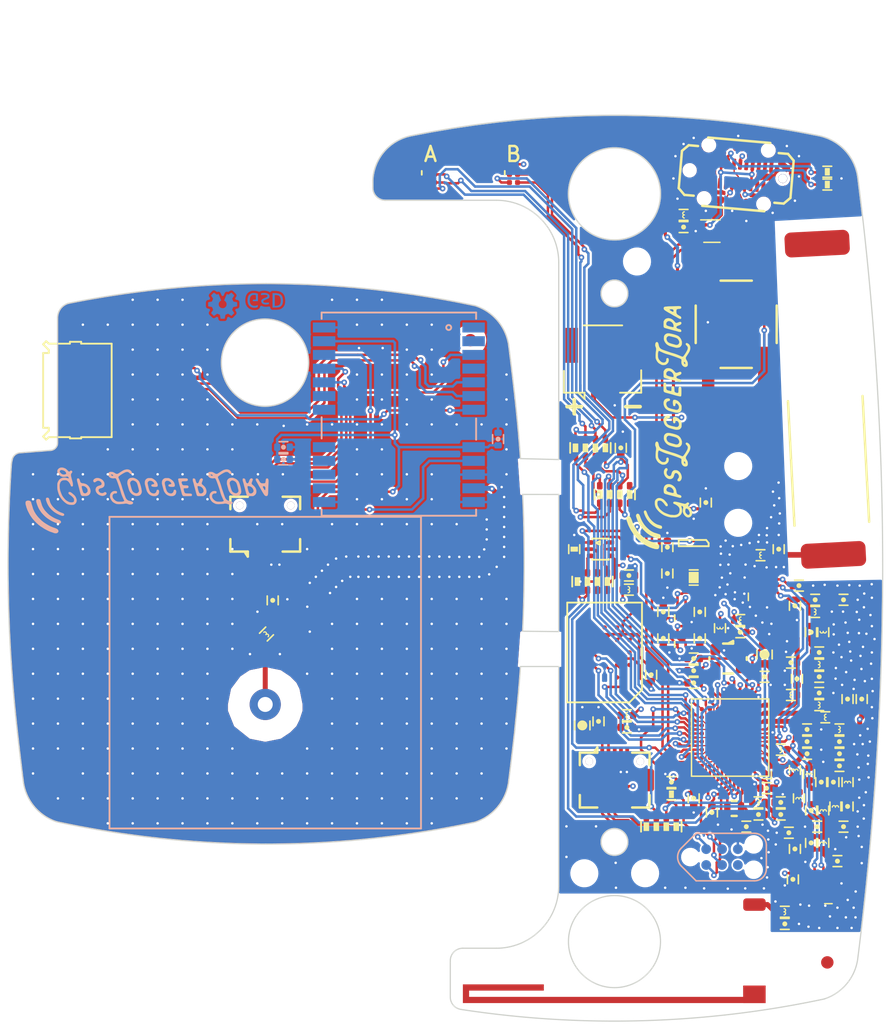
<source format=kicad_pcb>
(kicad_pcb (version 20221018) (generator pcbnew)
  (title_block (date "2016-07-15"))
  (layers (0 "F.Cu" signal) (1 "In1.Cu" signal) (2 "In2.Cu" signal) (31 "B.Cu" signal) (34 "B.Paste" user) (35 "F.Paste" user) (36 "B.SilkS" user "B.Silkscreen") (37 "F.SilkS" user "F.Silkscreen") (38 "B.Mask" user) (39 "F.Mask" user) (44 "Edge.Cuts" user))
  (net 0 "")
  (net 1 "GND")
  (net 2 "+3V3")
  (net 3 "Net-(D1-Pad3)")
  (net 4 "Net-(D1-Pad4)")
  (net 5 "Net-(D1-Pad2)")
  (net 6 "Net-(D2-Pad3)")
  (net 7 "Net-(D2-Pad4)")
  (net 8 "Net-(D2-Pad2)")
  (net 9 "Net-(U8-PadA6)")
  (net 10 "Net-(U8-PadH7)")
  (net 11 "/SAMR34/RFO_LF")
  (net 12 "Net-(C19-Pad1)")
  (net 13 "/SAMR34/VR_PA")
  (net 14 "Net-(C24-Pad2)")
  (net 15 "Net-(C25-Pad2)")
  (net 16 "Net-(C28-Pad2)")
  (net 17 "/SAMR34/RFI_LF")
  (net 18 "/SAMR34/RX\\TX")
  (net 19 "/SAMR34/RFO_HF")
  (net 20 "Net-(C12-Pad1)")
  (net 21 "Net-(C10-Pad1)")
  (net 22 "Net-(C12-Pad2)")
  (net 23 "Net-(C13-Pad2)")
  (net 24 "Net-(C20-Pad2)")
  (net 25 "Net-(C34-Pad1)")
  (net 26 "Net-(C35-Pad2)")
  (net 27 "Net-(C36-Pad2)")
  (net 28 "Net-(C38-Pad2)")
  (net 29 "Net-(C39-Pad2)")
  (net 30 "/SAMR34/PA_BOOST")
  (net 31 "/SAMR34/RFI_HF")
  (net 32 "/SAMR34/BAND_SEL")
  (net 33 "AVDD")
  (net 34 "Net-(A2-Pad1)")
  (net 35 "Net-(A1-Pad1)")
  (net 36 "/SAMR34/USB_DATA_N")
  (net 37 "/SAMR34/USB_DATA_P")
  (net 38 "Net-(C9-Pad1)")
  (net 39 "Net-(C11-Pad1)")
  (net 40 "Net-(R1-Pad1)")
  (net 41 "Net-(U4-Pad9)")
  (net 42 "/SAMR34/SHDN")
  (net 43 "Net-(L10-Pad1)")
  (net 44 "Net-(J1-PadB11)")
  (net 45 "Net-(J1-PadB10)")
  (net 46 "Net-(J1-PadB8)")
  (net 47 "Net-(J1-PadB5)")
  (net 48 "Net-(J1-PadB3)")
  (net 49 "Net-(J1-PadB2)")
  (net 50 "Net-(J1-PadA11)")
  (net 51 "Net-(J1-PadA10)")
  (net 52 "Net-(J1-PadA8)")
  (net 53 "Net-(J1-PadA5)")
  (net 54 "Net-(J1-PadA3)")
  (net 55 "Net-(J1-PadA2)")
  (net 56 "Net-(C49-Pad2)")
  (net 57 "Net-(C50-Pad1)")
  (net 58 "Net-(J3-Pad8)")
  (net 59 "Net-(J3-Pad6)")
  (net 60 "Net-(J3-Pad5)")
  (net 61 "Net-(J3-Pad4)")
  (net 62 "Net-(C46-Pad1)")
  (net 63 "Net-(J3-Pad2)")
  (net 64 "Net-(OSC1-Pad3)")
  (net 65 "Net-(OSC1-Pad1)")
  (net 66 "Net-(R2-Pad5)")
  (net 67 "Net-(C43-Pad1)")
  (net 68 "/SAMR34/GPS_TX")
  (net 69 "/SAMR34/GPS_RX")
  (net 70 "/SAMR34/LED_B_RED")
  (net 71 "/SAMR34/LED_B_BLUE")
  (net 72 "/SAMR34/GPS_PPS")
  (net 73 "/SAMR34/LED_B_GREEN")
  (net 74 "/SAMR34/LED_A_GREEN")
  (net 75 "/SAMR34/LED_A_BLUE")
  (net 76 "/SAMR34/LED_A_RED")
  (net 77 "Net-(C30-Pad1)")
  (net 78 "Net-(C47-Pad2)")
  (net 79 "Net-(C48-Pad2)")
  (net 80 "/SAMR34/PP3V3_AUX")
  (net 81 "Net-(L22-Pad1)")
  (net 82 "/SAMR34/AUX_PWR_EN")
  (net 83 "Net-(Q1-Pad3)")
  (net 84 "Net-(Q1-Pad5)")
  (net 85 "/memio/DQ0")
  (net 86 "/memio/DQ1")
  (net 87 "/USB/CHARGE_STAT")
  (net 88 "/SAMR34/FLASH_CLK")
  (net 89 "/SAMR34/BATTERY_VOLTAGE")
  (net 90 "/SAMR34/USER_BUTTON")
  (net 91 "/SAMR34/FLASH_CS#")
  (net 92 "/SAMR34/DIO")
  (net 93 "/SAMR34/RESET")
  (net 94 "/SAMR34/CLK")
  (net 95 "Net-(J4-Pad6)")
  (net 96 "Net-(U8-PadF4)")
  (net 97 "Net-(U8-PadE4)")
  (net 98 "Net-(C5-Pad2)")
  (net 99 "Net-(L23-Pad2)")
  (net 100 "Net-(L24-Pad2)")
  (net 101 "/USB/VBAT")
  (net 102 "Net-(C58-Pad2)")
  (net 103 "Net-(FLT1-Pad3)")
  (net 104 "Net-(U1-Pad1)")
  (net 105 "Net-(U1-Pad2)")
  (net 106 "Net-(U1-Pad4)")
  (net 107 "Net-(U1-Pad14)")
  (net 108 "Net-(U1-Pad15)")
  (net 109 "Net-(U1-Pad16)")
  (net 110 "Net-(U1-Pad17)")
  (net 111 "Net-(U1-Pad18)")
  (net 112 "Net-(U1-Pad19)")
  (net 113 "Net-(J1-Pad10)")
  (net 114 "Net-(ANT1-Pad1)")
  (net 115 "Net-(J1-Pad5)")
  (net 116 "Net-(J1-Pad8)")
  (net 117 "/TX")
  (net 118 "/RX")
  (net 119 "/PPS")
  (net 120 "Net-(C4-Pad1)")
  (net 121 "Net-(FLT1-Pad1)")
  (net 122 "Net-(FLT2-Pad3)")
  (net 123 "Net-(L1-Pad1)")
  (net 124 "Net-(J2-Pad4)")
  (net 125 "/DATA_P")
  (net 126 "/DATA_N")
  (net 127 "Net-(J2-Pad1)")
  (footprint "cameraTrigger_rev1_0:EVQ_switch" (layer "F.Cu") (at 160.3375 83.95 180)
    (fp_text reference "SW1")
    (fp_text value "SW_Push")
  )
  (footprint "footprints:BM02B-GHS-TBT" (layer "F.Cu") (at 149.6125 88.9875 180)
    (fp_text reference "J2")
    (fp_text value "JST GH" hide)
  )
  (footprint "gkl_housings_qfn:QFN-12-1EP_3x3mm_P0.5mm_EP1.65x1.65mm" (layer "F.Cu") (at 166.8375 129.125 180)
    (fp_text reference "U1")
    (fp_text value "SKY13373")
  )
  (footprint "gkl_housings_bga:TFBGA-64_6.0x6.0mm_Layout8x8_P0.65mm" (layer "F.Cu") (at 159.85 117.099999 180)
    (fp_text reference "U8")
    (fp_text value "ATSAMR34J18B")
  )
  (footprint "gkl_antenna:0900AT43A0070 - 900MHz Wide band ISM Chip Antenna" (layer "F.Cu") (at 161.8 134 180)
    (fp_text reference "A1")
    (fp_text value "pkl_ANTENNA")
  )
  (footprint "pkl_dipol:C_0402" (layer "F.Cu") (at 162.775 121.1625)
    (fp_text reference "C1")
    (fp_text value "100nF")
  )
  (footprint "pkl_dipol:C_0402" (layer "F.Cu") (at 155.1375 120.675)
    (fp_text reference "C2")
    (fp_text value "100nF")
  )
  (footprint "pkl_dipol:C_0402" (layer "F.Cu") (at 156.925 121.975 90)
    (fp_text reference "C3")
    (fp_text value "100nF")
  )
  (footprint "pkl_dipol:C_0402" (layer "F.Cu") (at 167.000001 113.525001 180)
    (fp_text reference "C4")
    (fp_text value "4.7pF")
  )
  (footprint "pkl_dipol:C_0402" (layer "F.Cu") (at 164.725 111.0875)
    (fp_text reference "C5")
    (fp_text value "DNP")
  )
  (footprint "pkl_dipol:C_0402" (layer "F.Cu") (at 156.925 111.7375)
    (fp_text reference "C6")
    (fp_text value "100nF")
  )
  (footprint "pkl_dipol:C_0402" (layer "F.Cu") (at 166.025 117.425 180)
    (fp_text reference "C7")
    (fp_text value "3.9pF")
  )
  (footprint "pkl_dipol:C_0402" (layer "F.Cu") (at 168.625 117.425 180)
    (fp_text reference "C8")
    (fp_text value "3.9pF")
  )
  (footprint "pkl_dipol:C_0402" (layer "F.Cu") (at 156.1125 76.15)
    (fp_text reference "C9")
    (fp_text value "10n")
  )
  (footprint "pkl_dipol:C_0402" (layer "F.Cu") (at 166.025 118.4 180)
    (fp_text reference "C10")
    (fp_text value "22pF")
  )
  (footprint "pkl_dipol:C_0402" (layer "F.Cu") (at 154.8125 101.825 90)
    (fp_text reference "C11")
    (fp_text value "100nF")
  )
  (footprint "pkl_dipol:C_0402" (layer "F.Cu") (at 168.625 118.4)
    (fp_text reference "C12")
    (fp_text value "18pF")
  )
  (footprint "pkl_dipol:C_0402" (layer "F.Cu") (at 164.5625 124.7375)
    (fp_text reference "C13")
    (fp_text value "22pF")
  )
  (footprint "pkl_dipol:C_0402" (layer "F.Cu") (at 157.4125 107.025 -90)
    (fp_text reference "C15")
    (fp_text value "100nF")
  )
  (footprint "pkl_dipol:C_0402" (layer "F.Cu") (at 168.625 119.375)
    (fp_text reference "C18")
    (fp_text value "3.9pF")
  )
  (footprint "pkl_dipol:C_0402" (layer "F.Cu") (at 167 112.225 180)
    (fp_text reference "C19")
    (fp_text value "0R")
  )
  (footprint "pkl_dipol:C_0402" (layer "F.Cu") (at 167.1625 120.675 -90)
    (fp_text reference "C20")
    (fp_text value "8.2pF")
  )
  (footprint "pkl_dipol:C_0402" (layer "F.Cu") (at 170.4125 114.0125 -90)
    (fp_text reference "C21")
    (fp_text value "DNP")
  )
  (footprint "pkl_dipol:C_0402" (layer "F.Cu") (at 166.025 116.45 180)
    (fp_text reference "C22")
    (fp_text value "4.7pF")
  )
  (footprint "pkl_dipol:C_0402" (layer "F.Cu") (at 169.275 114.0125 -90)
    (fp_text reference "C23")
    (fp_text value "4.7nF")
  )
  (footprint "pkl_dipol:C_0402" (layer "F.Cu") (at 167.000001 110.275001 180)
    (fp_text reference "C24")
    (fp_text value "6.8pF")
  )
  (footprint "pkl_dipol:C_0402" (layer "F.Cu") (at 166.350001 108.65 90)
    (fp_text reference "C25")
    (fp_text value "2.7pF")
  )
  (footprint "pkl_dipol:C_0402" (layer "F.Cu") (at 168.95 106.05 180)
    (fp_text reference "C26")
    (fp_text value "6.8pF")
  )
  (footprint "pkl_dipol:C_0402" (layer "F.Cu") (at 163.9125 123.275 180)
    (fp_text reference "C27")
    (fp_text value "4.7pF")
  )
  (footprint "pkl_dipol:C_0402" (layer "F.Cu") (at 166.675 106.05 180)
    (fp_text reference "C28")
    (fp_text value "DNP")
  )
  (footprint "pkl_dipol:C_0402" (layer "F.Cu") (at 165.05 106.5375 90)
    (fp_text reference "C29")
    (fp_text value "DNP")
  )
  (footprint "pkl_dipol:C_0402" (layer "F.Cu") (at 165.375 104.9125)
    (fp_text reference "C31")
    (fp_text value "1nF")
  )
  (footprint "pkl_dipol:C_0402" (layer "F.Cu") (at 163.75 101.9875 -90)
    (fp_text reference "C33")
    (fp_text value "18pF")
  )
  (footprint "pkl_dipol:C_0402" (layer "F.Cu") (at 165.05 126.0375 90)
    (fp_text reference "C34")
    (fp_text value "22pF")
  )
  (footprint "pkl_dipol:C_0402" (layer "F.Cu") (at 166.35 122.95 -90)
    (fp_text reference "C35")
    (fp_text value "DNP")
  )
  (footprint "pkl_dipol:C_0402" (layer "F.Cu") (at 168.1375 120.675 -90)
    (fp_text reference "C36")
    (fp_text value "3.9pF")
  )
  (footprint "pkl_dipol:C_0402" (layer "F.Cu") (at 166.8375 124.25)
    (fp_text reference "C37")
    (fp_text value "5.6pF")
  )
  (footprint "pkl_dipol:C_0402" (layer "F.Cu") (at 169.274999 122.625 -90)
    (fp_text reference "C38")
    (fp_text value "18pF")
  )
  (footprint "pkl_dipol:C_0402" (layer "F.Cu") (at 166.35 125.55 -90)
    (fp_text reference "C39")
    (fp_text value "DNP")
  )
  (footprint "pkl_dipol:C_0402" (layer "F.Cu") (at 168.95 124.25 180)
    (fp_text reference "C40")
    (fp_text value "3.9pF")
  )
  (footprint "pkl_dipol:C_0402" (layer "F.Cu") (at 168.4625 127.0125 180)
    (fp_text reference "C41")
    (fp_text value "3.3pF")
  )
  (footprint "pkl_dipol:C_0402" (layer "F.Cu") (at 164.8875 128.475 -90)
    (fp_text reference "C42")
    (fp_text value "1nF")
  )
  (footprint "pkl_dipol:L_0402" (layer "F.Cu") (at 164.725 113.6875)
    (fp_text reference "L1")
    (fp_text value "18nH")
  )
  (footprint "pkl_dipol:L_0402" (layer "F.Cu") (at 167.4875 115.475)
    (fp_text reference "L2")
    (fp_text value "2.2nH")
  )
  (footprint "pkl_dipol:L_0402" (layer "F.Cu") (at 165.05 119.7 -90)
    (fp_text reference "L3")
    (fp_text value "33nH")
  )
  (footprint "pkl_dipol:L_0402" (layer "F.Cu") (at 168.625 116.45 180)
    (fp_text reference "L4")
    (fp_text value "33nH")
  )
  (footprint "pkl_dipol:L_0402" (layer "F.Cu") (at 167 114.5 180)
    (fp_text reference "L6")
    (fp_text value "82nH")
  )
  (footprint "pkl_dipol:L_0402" (layer "F.Cu") (at 167 111.25 180)
    (fp_text reference "L7")
    (fp_text value "15nH")
  )
  (footprint "pkl_dipol:L_0402" (layer "F.Cu") (at 167.324999 108.65 90)
    (fp_text reference "L8")
    (fp_text value "12nH")
  )
  (footprint "pkl_dipol:L_0402" (layer "F.Cu") (at 166.674999 107.024999 180)
    (fp_text reference "L9")
    (fp_text value "0R")
  )
  (footprint "pkl_dipol:L_0402" (layer "F.Cu") (at 162.2875 102.475)
    (fp_text reference "L10")
    (fp_text value "2.2nH")
  )
  (footprint "pkl_dipol:L_0402" (layer "F.Cu") (at 165.375 121.975 -90)
    (fp_text reference "L11")
    (fp_text value "11nH")
  )
  (footprint "pkl_dipol:L_0402" (layer "F.Cu") (at 166.1875 120.025 -90)
    (fp_text reference "L12")
    (fp_text value "11nH")
  )
  (footprint "pkl_dipol:L_0402" (layer "F.Cu") (at 169.275 120.675 -90)
    (fp_text reference "L13")
    (fp_text value "10nH")
  )
  (footprint "pkl_dipol:L_0402" (layer "F.Cu") (at 167.325 122.95 -90)
    (fp_text reference "L14")
    (fp_text value "10nH")
  )
  (footprint "pkl_dipol:L_0402" (layer "F.Cu") (at 168.299999 122.625 -90)
    (fp_text reference "L15")
    (fp_text value "10nH")
  )
  (footprint "pkl_dipol:L_0402" (layer "F.Cu") (at 167.325 125.55 -90)
    (fp_text reference "L16")
    (fp_text value "10nH")
  )
  (footprint "pkl_dipol:L_0402" (layer "F.Cu") (at 156.1125 75.175)
    (fp_text reference "L17")
    (fp_text value "1k")
  )
  (footprint "pkl_dipol:L_0402" (layer "F.Cu") (at 160.6625 107.675)
    (fp_text reference "L18")
    (fp_text value "1k")
  )
  (footprint "gkl_housings_son:X2SON_4_1.0x1.0mm" (layer "F.Cu") (at 155.95 109.1375 90)
    (fp_text reference "U3")
    (fp_text value "NCP167")
  )
  (footprint "gkl_housings_qfn:QFN-12-1EP_3x3mm_P0.5mm_EP1.65x1.65mm" (layer "F.Cu") (at 162.6125 104.9125 90)
    (fp_text reference "U4")
    (fp_text value "SKY13373")
  )
  (footprint "gkl_antenna:0433AT62A0020 - 433MHz 25x5x1mm chip antenna" (layer "F.Cu") (at 167.4875 89.9625 -177)
    (fp_text reference "A2")
    (fp_text value "pkl_ANTENNA")
  )
  (footprint "gkl_housings_bga:T-PBGA-24_6.0x8.0mm_Layout5x5_P1.0mm" (layer "F.Cu") (at 149.775 110.275 180)
    (fp_text reference "U5")
    (fp_text value "MT25QL256ABA8E12" hide)
  )
  (footprint "gkl_logos:gsd_logo_small" (layer "F.Cu") (at 157.9 95 90)
    (fp_text reference "G***" hide)
    (fp_text value "LOGO" hide)
  )
  (footprint "pkl_dipol:C_0402" (layer "F.Cu") (at 156.925 110.7625)
    (fp_text reference "C48")
    (fp_text value "100nF")
  )
  (footprint "pkl_dipol:C_0402" (layer "F.Cu") (at 161.15 124.25 180)
    (fp_text reference "C49")
    (fp_text value "10pF")
  )
  (footprint "pkl_dipol:C_0402" (layer "F.Cu") (at 162.125 123.275)
    (fp_text reference "C50")
    (fp_text value "10pF")
  )
  (footprint "gkl_conn:DF12(3.0)-10DP-0.5V(86)" (layer "F.Cu") (at 150.5875 120.5125)
    (fp_text reference "J3")
    (fp_text value "DF12 - 10P")
  )
  (footprint "gkl_time:Oscilator_2.5x2.0" (layer "F.Cu") (at 159.6875 110.7625 180)
    (fp_text reference "OSC1")
    (fp_text value "TYETBCSANF-32.000000")
  )
  (footprint "gkl_time:ABS05_32.768KHz Crystal" (layer "F.Cu") (at 160.175 122.7875)
    (fp_text reference "Y1")
    (fp_text value "32.768kHz")
  )
  (footprint "gkl_logos:oshw_small" (layer "F.Cu") (at 157.9 91.425 90)
    (fp_text reference "G***" hide)
    (fp_text value "LOGO" hide)
  )
  (footprint "pkl_dipol:C_0402" (layer "F.Cu") (at 162.6125 112.225)
    (fp_text reference "C30")
    (fp_text value "33nF")
  )
  (footprint "pkl_dipol:C_0402" (layer "F.Cu") (at 151.725 104.1)
    (fp_text reference "C43")
    (fp_text value "1uF")
  )
  (footprint "pkl_dipol:C_0402" (layer "F.Cu") (at 153.5125 112.0625 -90)
    (fp_text reference "C44")
    (fp_text value "100nF")
  )
  (footprint "pkl_dipol:C_0603" (layer "F.Cu") (at 147.9875 116.125 90)
    (fp_text reference "C46")
    (fp_text value "10uF")
  )
  (footprint "pkl_dipol:C_0402" (layer "F.Cu") (at 156.925 112.7125)
    (fp_text reference "C47")
    (fp_text value "100nF")
  )
  (footprint "pkl_dipol:C_0402" (layer "F.Cu") (at 164.2375 132.05 180)
    (fp_text reference "C51")
    (fp_text value "18pF")
  )
  (footprint "pkl_dipol:C_0402" (layer "F.Cu") (at 157.4125 109.1375 -90)
    (fp_text reference "C52")
    (fp_text value "100nF")
  )
  (footprint "pkl_dipol:C_0402" (layer "F.Cu") (at 149.2875 115.8 90)
    (fp_text reference "C54")
    (fp_text value "100nF")
  )
  (footprint "pkl_dipol:C_0402" (layer "F.Cu") (at 151.5625 116.2875)
    (fp_text reference "C55")
    (fp_text value "100nF")
  )
  (footprint "pkl_dipol:L_0402" (layer "F.Cu") (at 151.725 105.2375 180)
    (fp_text reference "L19")
    (fp_text value "1k")
  )
  (footprint "pkl_dipol:L_0402" (layer "F.Cu") (at 151.5625 115.3125)
    (fp_text reference "L20")
    (fp_text value "1k")
  )
  (footprint "pkl_dipol:L_0402" (layer "F.Cu") (at 159.0375 108.325 90)
    (fp_text reference "L21")
    (fp_text value "1k")
  )
  (footprint "pkl_dipol:L_0402" (layer "F.Cu") (at 164.2375 131.075 180)
    (fp_text reference "L22")
    (fp_text value "2.2nH")
  )
  (footprint "pkl_housings_sot:SOT-666" (layer "F.Cu") (at 149.45 101.9875)
    (fp_text reference "Q1")
    (fp_text value "FG6943010R")
  )
  (footprint "pkl_dipol:R_Array_Concave_4x0603" (layer "F.Cu") (at 150.5875 97.6)
    (fp_text reference "R2")
    (fp_text value "100R")
  )
  (footprint "pkl_dipol:R_Array_Concave_4x0603" (layer "F.Cu") (at 148.6375 93.8625 180)
    (fp_text reference "R3")
    (fp_text value "100R")
  )
  (footprint "pkl_dipol:R_Array_Concave_4x0603" (layer "F.Cu") (at 154.325 124.25)
    (fp_text reference "R4")
    (fp_text value "100R")
  )
  (footprint "pkl_dipol:R_Array_Concave_4x0603" (layer "F.Cu") (at 148.8 104.5875)
    (fp_text reference "R6")
    (fp_text value "47k")
  )
  (footprint "pkl_housings_sot:SOT-23-5" (layer "F.Cu") (at 156.925 101.5 90)
    (fp_text reference "U2")
    (fp_text value "MCP73832")
  )
  (footprint "gkl_housings_son:X2SON_4_1.0x1.0mm" (layer "F.Cu") (at 155.95 107.025 90)
    (fp_text reference "U6")
    (fp_text value "NCP167")
  )
  (footprint "pkl_dipol:C_0603" (layer "F.Cu") (at 162.6125 110.4375 90)
    (fp_text reference "C45")
    (fp_text value "10uF")
  )
  (footprint "pkl_dipol:C_0402" (layer "F.Cu") (at 154.4875 109.1375 -90)
    (fp_text reference "C17")
    (fp_text value "1uF")
  )
  (footprint "pkl_dipol:C_0402" (layer "F.Cu") (at 154.4875 107.025 90)
    (fp_text reference "C53")
    (fp_text value "1uF")
  )
  (footprint "pkl_dipol:R_0402" (layer "F.Cu") (at 147.3375 101.9875 90)
    (fp_text reference "R5")
    (fp_text value "10k")
  )
  (footprint "pkl_dipol:C_0402" (layer "F.Cu") (at 151.075 93.8625 90)
    (fp_text reference "C56")
    (fp_text value "100nF")
  )
  (footprint "pkl_dipol:R_0402" (layer "F.Cu") (at 155.1375 121.65)
    (fp_text reference "R7")
    (fp_text value "10k")
  )
  (footprint "gkl_led:0404LED_RGB" (layer "F.Cu") (at 135.8 72.25)
    (fp_text reference "D1")
    (fp_text value "LED_ARGB")
  )
  (footprint "gkl_led:0404LED_RGB" (layer "F.Cu") (at 142.4625 72.25)
    (fp_text reference "D2")
    (fp_text value "LED_ARGB")
  )
  (footprint "pkl_dipol:C_0402" (layer "F.Cu") (at 157.9 98.25 90)
    (fp_text reference "C16")
    (fp_text value "1uF")
  )
  (footprint "pkl_dipol:R_0603" (layer "F.Cu") (at 156.925 104.2625 180)
    (fp_text reference "R1")
    (fp_text value "1k")
  )
  (footprint "pkl_dipol:C_0402" (layer "F.Cu") (at 160.6625 108.65 180)
    (fp_text reference "C32")
    (fp_text value "100nF")
  )
  (footprint "pkl_dipol:C_0402" (layer "F.Cu") (at 154.8125 103.9375 -90)
    (fp_text reference "C14")
    (fp_text value "1uF")
  )
  (footprint "pkl_dipol:C_0402" (layer "F.Cu") (at 163.9125 122.3 180)
    (fp_text reference "C57")
    (fp_text value "4.7pF")
  )
  (footprint "pkl_dipol:L_0402" (layer "F.Cu") (at 163.9125 118.075 180)
    (fp_text reference "L23")
    (fp_text value "10nH")
  )
  (footprint "pkl_dipol:L_0402" (layer "F.Cu") (at 162.125 122.3 180)
    (fp_text reference "L24")
    (fp_text value "10nH")
  )
  (footprint "gkl_conn:DF12(3.0)-10DS-0.5V(86)" (layer "F.Cu") (at 122.538241 99.981767)
    (fp_text reference "J1")
    (fp_text value "JST DF12 10P")
  )
  (footprint "gkl_housings_son:SAW-5" (layer "F.Cu") (at 126.388241 107.444267)
    (fp_text reference "FLT1" hide)
    (fp_text value "SF1186G" hide)
  )
  (footprint "gkl_housings_son:XSON6" (layer "F.Cu") (at 124.688241 107.944267 -90)
    (fp_text reference "U2")
    (fp_text value "BGU7007")
  )
  (footprint "pkl_dipol:R_0402" (layer "F.Cu") (at 167.65 72.7375)
    (fp_text reference "R8")
    (fp_text value "5.1k")
  )
  (footprint "pkl_dipol:R_0402" (layer "F.Cu") (at 167.650001 71.712501)
    (fp_text reference "R9")
    (fp_text value "5.1k")
  )
  (footprint "M1.6_Mounting Hole" (layer "F.Cu") (at 152.375 78.9125)
    (fp_text reference "REF**" hide)
    (fp_text value "M1.6_Mounting Hole" hide)
  )
  (footprint "pkl_dipol:C_0402" (layer "F.Cu") (at 158.3875 123.1125 90)
    (fp_text reference "C58")
    (fp_text value "1uF")
  )
  (footprint "pkl_dipol:C_0402" (layer "F.Cu") (at 165.2125 112.3875 90)
    (fp_text reference "C59")
    (fp_text value "4.7pF")
  )
  (footprint "Package_TO_SOT_SMD:SOT-553" (layer "F.Cu") (at 158.3875 76.475)
    (fp_text reference "U7")
    (fp_text value "NUP2114")
  )
  (footprint "pkl_dipol:C_0402" (layer "F.Cu") (at 123.138241 106.094267 90)
    (fp_text reference "C4")
    (fp_text value "1nF")
  )
  (footprint "gkl_housings_son:SAW-5" (layer "F.Cu") (at 122.538241 110.594267 90)
    (fp_text reference "FLT2" hide)
    (fp_text value "SF1186G" hide)
  )
  (footprint "pkl_dipol:L_0402" (layer "F.Cu") (at 122.638241 108.794267 -135)
    (fp_text reference "L1")
    (fp_text value "5.6nH")
  )
  (footprint "M1.6_Mounting Hole" (layer "F.Cu") (at 148.15 127.9875)
    (fp_text reference "REF**" hide)
    (fp_text value "M1.6_Mounting Hole" hide)
  )
  (footprint "M1.6_Mounting Hole" (layer "F.Cu") (at 153.025 127.9875)
    (fp_text reference "REF**" hide)
    (fp_text value "M1.6_Mounting Hole" hide)
  )
  (footprint "M1.6_Mounting Hole" (layer "F.Cu") (at 160.5 99.875)
    (fp_text reference "REF**" hide)
    (fp_text value "M1.6_Mounting Hole" hide)
  )
  (footprint "M1.6_Mounting Hole" (layer "F.Cu") (at 160.5 95.325)
    (fp_text reference "REF**" hide)
    (fp_text value "M1.6_Mounting Hole" hide)
  )
  (footprint "LOGO" (layer "F.Cu") (at 154.1625 92.2375)
    (fp_text reference "G***" hide)
    (fp_text value "LOGO" hide)
  )
  (footprint "M1.6_Mounting Hole" (layer "F.Cu") (at 145.89398 95.200566)
    (fp_text reference "REF**" hide)
    (fp_text value "M1.6_Mounting Hole" hide)
  )
  (footprint "M1.6_Mounting Hole" (layer "F.Cu") (at 145.89398 95.700566)
    (fp_text reference "REF**" hide)
    (fp_text value "M1.6_Mounting Hole" hide)
  )
  (footprint "M1.6_Mounting Hole" (layer "F.Cu") (at 145.89398 96.200566)
    (fp_text reference "REF**" hide)
    (fp_text value "M1.6_Mounting Hole" hide)
  )
  (footprint "M1.6_Mounting Hole" (layer "F.Cu") (at 145.89398 96.700566)
    (fp_text reference "REF**" hide)
    (fp_text value "M1.6_Mounting Hole" hide)
  )
  (footprint "M1.6_Mounting Hole" (layer "F.Cu") (at 145.89398 97.200566)
    (fp_text reference "REF**" hide)
    (fp_text value "M1.6_Mounting Hole" hide)
  )
  (footprint "M1.6_Mounting Hole" (layer "F.Cu") (at 143.39398 97.200566)
    (fp_text reference "REF**" hide)
    (fp_text value "M1.6_Mounting Hole" hide)
  )
  (footprint "M1.6_Mounting Hole" (layer "F.Cu") (at 143.39398 95.700566)
    (fp_text reference "REF**" hide)
    (fp_text value "M1.6_Mounting Hole" hide)
  )
  (footprint "M1.6_Mounting Hole" (layer "F.Cu") (at 143.39398 96.700566)
    (fp_text reference "REF**" hide)
    (fp_text value "M1.6_Mounting Hole" hide)
  )
  (footprint "M1.6_Mounting Hole" (layer "F.Cu") (at 143.39398 96.200566)
    (fp_text reference "REF**" hide)
    (fp_text value "M1.6_Mounting Hole" hide)
  )
  (footprint "M1.6_Mounting Hole" (layer "F.Cu") (at 143.39398 95.200566)
    (fp_text reference "REF**" hide)
    (fp_text value "M1.6_Mounting Hole" hide)
  )
  (footprint "Connector_USB_Micro_B_SMD" (layer "F.Cu") (at 107.313241 89.253415 180)
    (fp_text reference "J2")
    (fp_text value "USB_OTG")
  )
  (footprint "gkl_conn:usbc_vert_10132328" (layer "F.Cu") (at 160.3375 71.925 -5)
    (fp_text reference "J1" hide)
    (fp_text value "USB_C_Receptacle")
  )
  (footprint "Fiducials:Fiducial_1mm_Dia_2.54mm_Outer_CopperBottom" (layer "B.Cu") (at 133.2 72.0875)
    (fp_text reference "REF**")
    (fp_text value "Fiducial_1mm_Dia_2.54mm_Outer_CopperBottom")
  )
  (footprint "gkl_ublox:NEO-M8" (layer "B.Cu") (at 133.263241 91.206767)
    (fp_text reference "U1")
    (fp_text value "NEO_M8")
  )
  (footprint "gkl_antenna:GPS_ANT" (layer "B.Cu") (at 122.538241 114.444267 180)
    (fp_text reference "ANT1")
    (fp_text value "pkl_PATCH_ANTENNA")
  )
  (footprint "pkl_tag_connect:TC2030-NL_SMALL" (layer "B.Cu") (at 159.2 126.6875)
    (fp_text reference "J4")
    (fp_text value "CTX TAG Connect")
  )
  (footprint "Fiducials:Fiducial_1mm_Dia_2.54mm_Outer_CopperBottom" (layer "B.Cu") (at 167.65 135.1375)
    (fp_text reference "REF**")
    (fp_text value "Fiducial_1mm_Dia_2.54mm_Outer_CopperBottom")
  )
  (footprint "pkl_dipol:C_0402" (layer "B.Cu") (at 124.000741 94.781767)
    (fp_text reference "C1")
    (fp_text value "10nF")
  )
  (footprint "pkl_dipol:C_0402" (layer "B.Cu") (at 124.000741 93.806767)
    (fp_text reference "C2")
    (fp_text value "100nF")
  )
  (footprint "pkl_dipol:C_0402" (layer "B.Cu") (at 141.225741 93.156767 90)
    (fp_text reference "C3")
    (fp_text value "100nF")
  )
  (footprint "M1.6_Mounting Hole" (layer "B.Cu") (at 145.89398 109.000566)
    (fp_text reference "REF**" hide)
    (fp_text value "M1.6_Mounting Hole" hide)
  )
  (footprint "M1.6_Mounting Hole" (layer "B.Cu") (at 145.89398 110.000566)
    (fp_text reference "REF**" hide)
    (fp_text value "M1.6_Mounting Hole" hide)
  )
  (footprint "M1.6_Mounting Hole" (layer "B.Cu") (at 145.89398 109.500566)
    (fp_text reference "REF**" hide)
    (fp_text value "M1.6_Mounting Hole" hide)
  )
  (footprint "M1.6_Mounting Hole" (layer "B.Cu") (at 145.89398 110.500566)
    (fp_text reference "REF**" hide)
    (fp_text value "M1.6_Mounting Hole" hide)
  )
  (footprint "M1.6_Mounting Hole" (layer "B.Cu") (at 145.89398 111.000566)
    (fp_text reference "REF**" hide)
    (fp_text value "M1.6_Mounting Hole" hide)
  )
  (footprint "LOGO" (layer "B.Cu") (at 113.051482 98.08183 90)
    (fp_text reference "G***" hide)
    (fp_text value "LOGO" hide)
  )
  (footprint "M1.6_Mounting Hole" (layer "B.Cu") (at 143.39398 109.000566)
    (fp_text reference "REF**" hide)
    (fp_text value "M1.6_Mounting Hole" hide)
  )
  (footprint "M1.6_Mounting Hole" (layer "B.Cu") (at 143.39398 110.000566)
    (fp_text reference "REF**" hide)
    (fp_text value "M1.6_Mounting Hole" hide)
  )
  (footprint "M1.6_Mounting Hole" (layer "B.Cu") (at 143.39398 110.500566)
    (fp_text reference "REF**" hide)
    (fp_text value "M1.6_Mounting Hole" hide)
  )
  (footprint "M1.6_Mounting Hole" (layer "B.Cu") (at 143.39398 109.500566)
    (fp_text reference "REF**" hide)
    (fp_text value "M1.6_Mounting Hole" hide)
  )
  (footprint "M1.6_Mounting Hole" (layer "B.Cu") (at 143.39398 111.000566)
    (fp_text reference "REF**" hide)
    (fp_text value "M1.6_Mounting Hole" hide)
  )
  (footprint "Fiducials:Fiducial_1mm_Dia_2.54mm_Outer_CopperBottom" (layer "B.Cu") (at 139.001436 85.225012)
    (fp_text reference "REF**")
    (fp_text value "Fiducial_1mm_Dia_2.54mm_Outer_CopperBottom")
  )
  (footprint "Fiducials:Fiducial_1mm_Dia_2.54mm_Outer_CopperBottom" (layer "B.Cu") (at 105.901436 120.025012)
    (fp_text reference "REF**")
    (fp_text value "Fiducial_1mm_Dia_2.54mm_Outer_CopperBottom")
  )
  (footprint "gkl_logos:oshw_small" (layer "B.Cu") (at 119.125741 82.431767)
    (fp_text reference "G***" hide)
    (fp_text value "LOGO" hide)
  )
  (footprint "gkl_logos:gsd_logo_small" (layer "B.Cu") (at 122.538241 81.944267)
    (fp_text reference "G***" hide)
    (fp_text value "LOGO" hide)
  )
  (gr_circle (center 150.567619 73.488078) (end 146.873848 73.488078) (stroke (width 0.1)) (fill none) (layer "Edge.Cuts"))
  (gr_circle (center 150.567619 81.475) (end 149.495802 81.475) (stroke (width 0.1)) (fill none) (layer "Edge.Cuts"))
  (gr_circle (center 150.567619 133.468771) (end 146.873848 133.468771) (stroke (width 0.1)) (fill none) (layer "Edge.Cuts"))
  (gr_circle (center 150.567619 125.475) (end 149.495802 125.475) (stroke (width 0.1)) (fill none) (layer "Edge.Cuts"))
  (gr_line (start 146.09398 108.600566) (end 143.197008 108.57224) (stroke (width 0.1)) (layer "Edge.Cuts"))
  (gr_line (start 146.09398 111.400566) (end 143.025741 111.401751) (stroke (width 0.1)) (layer "Edge.Cuts"))
  (gr_line (start 146.09398 97.600566) (end 146.09398 108.600566) (stroke (width 0.1)) (layer "Edge.Cuts"))
  (gr_line (start 146.09398 111.400566) (end 146.09398 129.000566) (stroke (width 0.1)) (layer "Edge.Cuts"))
  (gr_arc (start 143.202034 97.597941) (mid 143.324962 103.085148) (end 143.197008 108.57224) (stroke (width 0.1)) (layer "Edge.Cuts"))
  (gr_arc (start 143.025741 111.401751) (mid 142.836907 113.765476) (end 142.601436 116.125012) (stroke (width 0.1)) (layer "Edge.Cuts"))
  (gr_arc (start 102.234141 94.783641) (mid 102.482452 94.401671) (end 102.913241 94.253415) (stroke (width 0.1)) (layer "Edge.Cuts"))
  (gr_arc (start 142.05843 120.733719) (mid 141.166037 122.692464) (end 139.377202 123.889592) (stroke (width 0.1)) (layer "Edge.Cuts"))
  (gr_arc (start 103.130916 120.700234) (mid 102.857731 118.482231) (end 102.604669 116.261843) (stroke (width 0.1)) (layer "Edge.Cuts"))
  (gr_arc (start 137.39134 135.000566) (mid 137.684233 134.293459) (end 138.39134 134.000566) (stroke (width 0.1)) (layer "Edge.Cuts"))
  (gr_arc (start 105.80671 123.860714) (mid 104.019938 122.66051) (end 103.130916 120.700234) (stroke (width 0.1)) (layer "Edge.Cuts"))
  (gr_arc (start 167.40383 138.071166) (mid 152.860504 139.813088) (end 138.241243 138.907633) (stroke (width 0.1)) (layer "Edge.Cuts"))
  (gr_arc (start 131.172171 72.377183) (mid 132.099699 70.077826) (end 134.24145 68.828726) (stroke (width 0.1)) (layer "Edge.Cuts"))
  (gr_line (start 142.601436 116.125012) (end 142.575551 116.446652) (stroke (width 0.1)) (layer "Edge.Cuts"))
  (gr_arc (start 102.604669 116.261842) (mid 101.919343 105.719045) (end 102.163982 95.15683) (stroke (width 0.1)) (layer "Edge.Cuts"))
  (gr_arc (start 132.173174 74.000566) (mid 131.466635 73.70824) (end 131.173175 73.002172) (stroke (width 0.1)) (layer "Edge.Cuts"))
  (gr_arc (start 105.872919 83.463845) (mid 106.09517 82.729044) (end 106.713258 82.273748) (stroke (width 0.1)) (layer "Edge.Cuts"))
  (gr_circle (center 122.51836 87.025496) (end 126.01836 87.025496) (stroke (width 0.1)) (fill none) (layer "Edge.Cuts"))
  (gr_arc (start 122.59043 125.648945) (mid 114.151868 125.19316) (end 105.80671 123.860714) (stroke (width 0.1)) (layer "Edge.Cuts"))
  (gr_arc (start 142.588065 89.906375) (mid 142.830183 92.31317) (end 143.023739 94.724356) (stroke (width 0.1)) (layer "Edge.Cuts"))
  (gr_line (start 132.173174 74.000566) (end 141.09398 74.000566) (stroke (width 0.1)) (layer "Edge.Cuts"))
  (gr_line (start 105.872919 83.463845) (end 105.872919 93.463845) (stroke (width 0.1)) (layer "Edge.Cuts"))
  (gr_arc (start 139.377202 123.889592) (mid 131.029764 125.207679) (end 122.59043 125.648945) (stroke (width 0.1)) (layer "Edge.Cuts"))
  (gr_arc (start 167.00488 68.828856) (mid 169.076302 70.002331) (end 170.09398 72.154577) (stroke (width 0.1)) (layer "Edge.Cuts"))
  (gr_line (start 146.09398 79.000566) (end 146.09398 94.800566) (stroke (width 0.1)) (layer "Edge.Cuts"))
  (gr_line (start 137.39134 135.000566) (end 137.39134 137.918962) (stroke (width 0.1)) (layer "Edge.Cuts"))
  (gr_line (start 146.09398 97.600566) (end 143.202034 97.597941) (stroke (width 0.1)) (layer "Edge.Cuts"))
  (gr_arc (start 122.611632 80.685239) (mid 131.050546 81.134464) (end 139.396737 82.460422) (stroke (width 0.1)) (layer "Edge.Cuts"))
  (gr_line (start 105.272919 94.063845) (end 102.913241 94.253415) (stroke (width 0.1)) (layer "Edge.Cuts"))
  (gr_arc (start 146.09398 129.000566) (mid 144.629514 132.5361) (end 141.09398 134.000566) (stroke (width 0.1)) (layer "Edge.Cuts"))
  (gr_line (start 131.172171 72.377184) (end 131.173175 73.002172) (stroke (width 0.1)) (layer "Edge.Cuts"))
  (gr_arc (start 138.241243 138.907633) (mid 137.633021 138.570845) (end 137.39134 137.918962) (stroke (width 0.1)) (layer "Edge.Cuts"))
  (gr_line (start 146.09398 94.800566) (end 143.023739 94.724356) (stroke (width 0.1)) (layer "Edge.Cuts"))
  (gr_arc (start 142.575551 116.446652) (mid 142.32638 118.591318) (end 142.05843 120.733719) (stroke (width 0.1)) (layer "Edge.Cuts"))
  (gr_arc (start 170.08208 134.912766) (mid 169.191535 136.872351) (end 167.40383 138.071166) (stroke (width 0.1)) (layer "Edge.Cuts"))
  (gr_arc (start 105.872919 93.463845) (mid 105.697183 93.888109) (end 105.272919 94.063845) (stroke (width 0.1)) (layer "Edge.Cuts"))
  (gr_arc (start 134.24145 68.828726) (mid 150.623172 67.181774) (end 167.00488 68.828856) (stroke (width 0.1)) (layer "Edge.Cuts"))
  (gr_arc (start 142.074987 85.618822) (mid 142.340917 87.761475) (end 142.588065 89.906375) (stroke (width 0.1)) (layer "Edge.Cuts"))
  (gr_line (start 102.234141 94.783641) (end 102.163982 95.15683) (stroke (width 0.1)) (layer "Edge.Cuts"))
  (gr_arc (start 141.09398 74.000566) (mid 144.629514 75.465032) (end 146.09398 79.000566) (stroke (width 0.1)) (layer "Edge.Cuts"))
  (gr_arc (start 139.396737 82.460422) (mid 141.184441 83.659237) (end 142.074987 85.618822) (stroke (width 0.1)) (layer "Edge.Cuts"))
  (gr_line (start 141.09398 134.000566) (end 138.39134 134.000566) (stroke (width 0.1)) (layer "Edge.Cuts"))
  (gr_arc (start 170.09398 72.154577) (mid 172.093867 103.534052) (end 170.08208 134.912766) (stroke (width 0.1)) (layer "Edge.Cuts"))
  (gr_arc (start 106.713258 82.273748) (mid 114.623195 81.086664) (end 122.611632 80.685239) (stroke (width 0.1)) (layer "Edge.Cuts"))
  (gr_text "B" (at 142.4625 70.3) (layer "F.SilkS") (effects (font (size 1.2 1.2) (thickness 0.2))))
  (gr_text "+" (at 147.3375 90.45) (layer "F.SilkS") (effects (font (size 1.5 1.5) (thickness 0.3))))
  (gr_text "-" (at 152.05 90.45) (layer "F.SilkS") (effects (font (size 1.5 1.5) (thickness 0.3))))
  (gr_text "A" (at 135.8 70.3) (layer "F.SilkS") (effects (font (size 1.2 1.2) (thickness 0.2))))
  (segment (start 107.313241 90.453415) (end 107.313241 90.453415) (width 0.25) (layer "F.Cu") (net 1))
  (segment (start 107.313241 88.053415) (end 107.313241 88.053415) (width 0.25) (layer "F.Cu") (net 1))
  (segment (start 107.313241 85.453415) (end 107.313241 85.453415) (width 0.25) (layer "F.Cu") (net 1))
  (segment (start 107.313241 93.053415) (end 107.313241 95.106089) (width 0.25) (layer "F.Cu") (net 1))
  (segment (start 109.863241 92.353415) (end 109.863241 93.944267) (width 0.25) (layer "F.Cu") (net 1))
  (segment (start 109.863241 86.05683) (end 109.863241 84.019267) (width 0.25) (layer "F.Cu") (net 1))
  (segment (start 126.388241 108.331767) (end 126.113241 108.606767) (width 0.2) (layer "F.Cu") (net 1))
  (segment (start 155.95 109.1375) (end 156.275 109.4625) (width 0.2) (layer "F.Cu") (net 1))
  (segment (start 154.8125 104.4375) (end 155.45 104.4375) (width 0.2) (layer "F.Cu") (net 1))
  (segment (start 109.863241 86.153415) (end 109.863241 86.05683) (width 0.25) (layer "F.Cu") (net 1))
  (segment (start 163.1125 112.8625) (end 163.1 112.875) (width 0.2) (layer "F.Cu") (net 1))
  (segment (start 154.4875 109.7875) (end 154.975 110.275) (width 0.2) (layer "F.Cu") (net 1))
  (segment (start 148.6 101.45) (end 147.375 101.45) (width 0.2) (layer "F.Cu") (net 1))
  (segment (start 126.773241 107.694267) (end 126.773241 108.146767) (width 0.2) (layer "F.Cu") (net 1))
  (segment (start 158.55 114.5) (end 158.3875 114.3375) (width 0.2) (layer "F.Cu") (net 1))
  (segment (start 162.125006 121.1625) (end 161.8 120.837494) (width 0.2) (layer "F.Cu") (net 1))
  (segment (start 150.949999 110.449999) (end 150.949999 110.474999) (width 0.2) (layer "F.Cu") (net 1))
  (segment (start 124.988241 108.444267) (end 125.475741 108.444267) (width 0.2) (layer "F.Cu") (net 1))
  (segment (start 109.863241 93.944267) (end 109.900741 93.981767) (width 0.25) (layer "F.Cu") (net 1))
  (segment (start 160.1625 108.65) (end 160.0125 108.65) (width 0.2) (layer "F.Cu") (net 1))
  (segment (start 157.526061 72.507182) (end 157.4125 73.0625) (width 0.2) (layer "F.Cu") (net 1))
  (segment (start 169.275 113.5125) (end 169.5875 113.2) (width 0.4) (layer "F.Cu") (net 1))
  (segment (start 158.55 115.15) (end 158.225 115.475) (width 0.089) (layer "F.Cu") (net 1))
  (segment (start 122.788241 110.594267) (end 123.525741 110.594267) (width 0.2) (layer "F.Cu") (net 1))
  (segment (start 161.475 119.374999) (end 161.475 119.8625) (width 0.089) (layer "F.Cu") (net 1))
  (segment (start 160.825 118.725) (end 161.475 118.724999) (width 0.089) (layer "F.Cu") (net 1))
  (segment (start 160.825 118.725) (end 160.661511 118.56151) (width 0.089) (layer "F.Cu") (net 1))
  (segment (start 165.3875 128.86) (end 165.3875 128.975) (width 0.2) (layer "F.Cu") (net 1))
  (segment (start 163.75 101.4875) (end 163.75 100.85) (width 0.4) (layer "F.Cu") (net 1))
  (segment (start 126.125741 106.606767) (end 125.913241 106.606767) (width 0.2) (layer "F.Cu") (net 1))
  (segment (start 168.1375 120.175) (end 168.1375 119.3875) (width 0.4) (layer "F.Cu") (net 1))
  (segment (start 162.6125 106.460594) (end 162.813453 106.661547) (width 0.2) (layer "F.Cu") (net 1))
  (segment (start 158.3875 114.3375) (end 158.3875 114.330698) (width 0.2) (layer "F.Cu") (net 1))
  (segment (start 111.329093 90.553415) (end 111.900741 89.981767) (width 0.2) (layer "F.Cu") (net 1))
  (segment (start 164.7375 132.05) (end 165.375 132.05) (width 0.4) (layer "F.Cu") (net 1))
  (segment (start 149.2 104.8875) (end 148.9 104.5875) (width 0.2) (layer "F.Cu") (net 1))
  (segment (start 168.137499 113.525001) (end 168.1375 113.525) (width 0.4) (layer "F.Cu") (net 1))
  (segment (start 150.2375 90.1) (end 150.5875 90.45) (width 0.2) (layer "F.Cu") (net 1))
  (segment (start 156.925 100.4) (end 156.925 99.55) (width 0.25) (layer "F.Cu") (net 1))
  (segment (start 156.6125 76.15) (end 156.9375 76.475) (width 0.25) (layer "F.Cu") (net 1))
  (segment (start 156.275 107.675) (end 156.4375 107.8375) (width 0.2) (layer "F.Cu") (net 1))
  (segment (start 164.010979 73.250208) (end 163.1 73.875) (width 0.2) (layer "F.Cu") (net 1))
  (segment (start 161.475 118.724999) (end 161.475 119.374999) (width 0.089) (layer "F.Cu") (net 1))
  (segment (start 147.375 101.45) (end 147.3375 101.4875) (width 0.2) (layer "F.Cu") (net 1))
  (segment (start 150.949999 110.474999) (end 151.2375 110.7625) (width 0.2) (layer "F.Cu") (net 1))
  (segment (start 125.713241 108.206767) (end 126.113241 108.606767) (width 0.2) (layer "F.Cu") (net 1))
  (segment (start 158.874999 115.475) (end 158.55 115.15) (width 0.089) (layer "F.Cu") (net 1))
  (segment (start 163.02651 116.68599) (end 163.2625 116.68599) (width 0.2) (layer "F.Cu") (net 1))
  (segment (start 168.137499 110.275001) (end 168.1375 110.275) (width 0.4) (layer "F.Cu") (net 1))
  (segment (start 107.313241 93.053415) (end 107.313241 93.053415) (width 0.25) (layer "F.Cu") (net 1))
  (segment (start 160.5 117.100001) (end 160.956582 117.1) (width 0.089) (layer "F.Cu") (net 1))
  (segment (start 124.988241 107.944267) (end 125.450741 107.944267) (width 0.2) (layer "F.Cu") (net 1))
  (segment (start 163.1125 112.225) (end 163.1125 112.8625) (width 0.2) (layer "F.Cu") (net 1))
  (segment (start 156.175 104.2625) (end 155.625 104.2625) (width 0.2) (layer "F.Cu") (net 1))
  (segment (start 163.148939 71.342818) (end 163.2625 70.7875) (width 0.2) (layer "F.Cu") (net 1))
  (segment (start 159.329451 69.678597) (end 159.3625 69.1625) (width 0.2) (layer "F.Cu") (net 1))
  (segment (start 157.4125 73.0625) (end 157.304166 73.225) (width 0.2) (layer "F.Cu") (net 1))
  (segment (start 163.2625 70.7875) (end 163.5875 70.4625) (width 0.2) (layer "F.Cu") (net 1))
  (segment (start 154.6375 120.0375) (end 154.65 120.025) (width 0.2) (layer "F.Cu") (net 1))
  (segment (start 156.275 109.7875) (end 156.4375 109.95) (width 0.2) (layer "F.Cu") (net 1))
  (segment (start 158.662501 110.0375) (end 159.2875 110.0375) (width 0.2) (layer "F.Cu") (net 1))
  (segment (start 168.7875 128.8) (end 168.7875 128.3125) (width 0.2) (layer "F.Cu") (net 1))
  (segment (start 164.010979 73.250208) (end 164.8875 72.575) (width 0.2) (layer "F.Cu") (net 1))
  (segment (start 159.2 119.243418) (end 159.2 119.7) (width 0.089) (layer "F.Cu") (net 1))
  (segment (start 156.489709 72.592182) (end 157.304166 73.225) (width 0.2) (layer "F.Cu") (net 1))
  (segment (start 153.5125 112.5625) (end 152.875 112.5625) (width 0.2) (layer "F.Cu") (net 1))
  (segment (start 154.8125 101.325) (end 154.8125 100.6875) (width 0.2) (layer "F.Cu") (net 1))
  (segment (start 161.164 104.4125) (end 161.014 104.2625) (width 0.2) (layer "F.Cu") (net 1))
  (segment (start 168.9625 127.0125) (end 168.9625 128.1375) (width 0.2) (layer "F.Cu") (net 1))
  (segment (start 156.275 109.4625) (end 156.275 109.6375) (width 0.2) (layer "F.Cu") (net 1))
  (segment (start 168.9625 128.1375) (end 168.7875 128.3125) (width 0.2) (layer "F.Cu") (net 1))
  (segment (start 159.85 117.099999) (end 160.000001 117.250001) (width 0.089) (layer "F.Cu") (net 1))
  (segment (start 163.005132 72.986539) (end 163.1 73.875) (width 0.2) (layer "F.Cu") (net 1))
  (segment (start 167.500001 110.275001) (end 168.137499 110.275001) (width 0.4) (layer "F.Cu") (net 1))
  (segment (start 161.7175 104.4125) (end 161.164 104.4125) (width 0.2) (layer "F.Cu") (net 1))
  (segment (start 162.6125 116.775) (end 162.9375 116.775) (width 0.2) (layer "F.Cu") (net 1))
  (segment (start 167.7325 129.125) (end 168.4625 129.125) (width 0.2) (layer "F.Cu") (net 1))
  (segment (start 164.225 111.0875) (end 164.225 111.725) (width 0.4) (layer "F.Cu") (net 1))
  (segment (start 162.6125 105.8075) (end 162.6125 104.9125) (width 0.2) (layer "F.Cu") (net 1))
  (segment (start 159.2 119.7) (end 159.2 120.77183) (width 0.2) (layer "F.Cu") (net 1))
  (segment (start 156.925 122.475) (end 156.925 123.1125) (width 0.2) (layer "F.Cu") (net 1))
  (segment (start 164.225 111.725) (end 164.2375 111.7375) (width 0.4) (layer "F.Cu") (net 1))
  (segment (start 161.720315 69.887768) (end 161.8 69.325) (width 0.2) (layer "F.Cu") (net 1))
  (segment (start 168.3 72.7375) (end 168.7875 72.25) (width 0.2) (layer "F.Cu") (net 1))
  (segment (start 166.8375 117.425) (end 166.525 117.425) (width 0.4) (layer "F.Cu") (net 1))
  (segment (start 169.6 117.425) (end 169.800953 117.625953) (width 0.2) (layer "F.Cu") (net 1))
  (segment (start 161.475 116.124999) (end 161.475 115.475) (width 0.089) (layer "F.Cu") (net 1))
  (segment (start 159.183501 118.223082) (end 159.183501 117.733501) (width 0.089) (layer "F.Cu") (net 1))
  (segment (start 109.863241 92.353415) (end 109.863241 92.353415) (width 0.25) (layer "F.Cu") (net 1))
  (segment (start 158.283325 118.724999) (end 158.608324 118.399999) (width 0.089) (layer "F.Cu") (net 1))
  (segment (start 162.625 123.275) (end 162.625 123.9125) (width 0.2) (layer "F.Cu") (net 1))
  (segment (start 158.0875 83.7625) (end 158.0625 83.7875) (width 0.2) (layer "F.Cu") (net 1))
  (segment (start 158.875 117.425) (end 159.2 117.1) (width 0.089) (layer "F.Cu") (net 1))
  (segment (start 161.1375 105.4125) (end 160.9875 105.5625) (width 0.2) (layer "F.Cu") (net 1))
  (segment (start 167.7325 129.125) (end 166.8375 129.125) (width 0.2) (layer "F.Cu") (net 1))
  (segment (start 157.9 97.75) (end 157.9 97.1125) (width 0.25) (layer "F.Cu") (net 1))
  (segment (start 160.0125 108.65) (end 159.6875 108.325) (width 0.2) (layer "F.Cu") (net 1))
  (segment (start 107.313241 90.453415) (end 107.313241 88.053415) (width 0.25) (layer "F.Cu") (net 1))
  (segment (start 153.5125 112.5625) (end 153.5125 113.2) (width 0.2) (layer "F.Cu") (net 1))
  (segment (start 157.669868 70.863461) (end 157.7375 70.3) (width 0.2) (layer "F.Cu") (net 1))
  (segment (start 155.45 104.4375) (end 155.625 104.2625) (width 0.2) (layer "F.Cu") (net 1))
  (segment (start 162.275 121.1625) (end 162.125006 121.1625) (width 0.2) (layer "F.Cu") (net 1))
  (segment (start 157.1 107.8375) (end 157.080692 107.8375) (width 0.2) (layer "F.Cu") (net 1))
  (segment (start 147.6 104.3625) (end 147.6 103.8875) (width 0.2) (layer "F.Cu") (net 1))
  (segment (start 169.5875 113.2) (end 169.7625 113.2) (width 0.4) (layer "F.Cu") (net 1))
  (segment (start 123.525741 110.594267) (end 123.713241 110.406767) (width 0.2) (layer "F.Cu") (net 1))
  (segment (start 126.773241 108.146767) (end 126.588241 108.331767) (width 0.2) (layer "F.Cu") (net 1))
  (segment (start 165.05 107.5125) (end 165.2125 107.675) (width 0.4) (layer "F.Cu") (net 1))
  (segment (start 162.6125 103.6125) (end 162.775 103.45) (width 0.2) (layer "F.Cu") (net 1))
  (segment (start 156.425 110.7625) (end 155.7875 110.7625) (width 0.2) (layer "F.Cu") (net 1))
  (segment (start 162.2875 124.25) (end 162.45 124.0875) (width 0.2) (layer "F.Cu") (net 1))
  (segment (start 168.15 72.7375) (end 168.3 72.7375) (width 0.2) (layer "F.Cu") (net 1))
  (segment (start 157.087506 76.475) (end 157.0875 76.475006) (width 0.25) (layer "F.Cu") (net 1))
  (segment (start 167.65 119.375) (end 167.325 119.05) (width 0.4) (layer "F.Cu") (net 1))
  (segment (start 126.588241 108.331767) (end 126.388241 108.331767) (width 0.2) (layer "F.Cu") (net 1))
  (segment (start 163.1125 111.6875) (end 162.6125 111.1875) (width 0.2) (layer "F.Cu") (net 1))
  (segment (start 164.4125 121.9875) (end 164.075 121.65) (width 0.2) (layer "F.Cu") (net 1))
  (segment (start 159.165764 120.806066) (end 158.940765 121.031065) (width 0.2) (layer "F.Cu") (net 1))
  (segment (start 159.525 113.712499) (end 159.354121 113.54162) (width 0.2) (layer "F.Cu") (net 1))
  (segment (start 158.0875 83.8125) (end 158.0625 83.7875) (width 0.2) (layer "F.Cu") (net 1))
  (segment (start 155.95 107.025) (end 156.275 107.35) (width 0.2) (layer "F.Cu") (net 1))
  (segment (start 152.875 112.5625) (end 152.7 112.3875) (width 0.2) (layer "F.Cu") (net 1))
  (segment (start 165.9425 128.625) (end 165.6225 128.625) (width 0.2) (layer "F.Cu") (net 1))
  (segment (start 160.524885 69.783181) (end 160.524885 68.862385) (width 0.2) (layer "F.Cu") (net 1))
  (segment (start 161.281582 116.775) (end 161.475 116.775) (width 0.089) (layer "F.Cu") (net 1))
  (segment (start 121.500741 110.594267) (end 121.313241 110.406767) (width 0.2) (layer "F.Cu") (net 1))
  (segment (start 166.3375 130.4375) (end 166.1875 130.5875) (width 0.2) (layer "F.Cu") (net 1))
  (segment (start 161.783501 114.5) (end 161.783501 114.191499) (width 0.2) (layer "F.Cu") (net 1))
  (segment (start 161.783501 114.191499) (end 162.125 113.85) (width 0.2) (layer "F.Cu") (net 1))
  (segment (start 107.313241 93.053415) (end 107.313241 90.453415) (width 0.25) (layer "F.Cu") (net 1))
  (segment (start 152.5375 116.4125) (end 152.5375 116.45) (width 0.2) (layer "F.Cu") (net 1))
  (segment (start 161.475 119.8625) (end 161.475 120.512494) (width 0.2) (layer "F.Cu") (net 1))
  (segment (start 167.1625 120.175) (end 167.1625 119.2125) (width 0.4) (layer "F.Cu") (net 1))
  (segment (start 161.475 115.475) (end 161.783501 115.166499) (width 0.089) (layer "F.Cu") (net 1))
  (segment (start 162.125001 116.775) (end 162.6125 116.775) (width 0.089) (layer "F.Cu") (net 1))
  (segment (start 158.3875 123.6) (end 158.650001 123.862501) (width 0.2) (layer "F.Cu") (net 1))
  (segment (start 152.7 112.3875) (end 152.7 111.4125) (width 0.2) (layer "F.Cu") (net 1))
  (segment (start 155.7875 71.275) (end 156.664021 70.599792) (width 0.2) (layer "F.Cu") (net 1))
  (segment (start 158.55 115.15) (end 158.55 114.5) (width 0.089) (layer "F.Cu") (net 1))
  (segment (start 159.525 114.3375) (end 159.525 113.712499) (width 0.2) (layer "F.Cu") (net 1))
  (segment (start 123.538241 101.781767) (end 123.538241 103.094267) (width 0.2) (layer "F.Cu") (net 1))
  (segment (start 156.275 107.525) (end 156.275 107.675) (width 0.2) (layer "F.Cu") (net 1))
  (segment (start 164.8875 72.575) (end 164.8875 71.925) (width 0.2) (layer "F.Cu") (net 1))
  (segment (start 158.3875 114.330698) (end 158.3875 114.0125) (width 0.2) (layer "F.Cu") (net 1))
  (segment (start 164.4125 122.3) (end 164.4125 121.9875) (width 0.2) (layer "F.Cu") (net 1))
  (segment (start 157.7375 70.3) (end 157.575 69.975) (width 0.2) (layer "F.Cu") (net 1))
  (segment (start 159.3625 69.1625) (end 159.3625 68.8375) (width 0.2) (layer "F.Cu") (net 1))
  (segment (start 164.8875 128.975) (end 164.25 128.975) (width 0.2) (layer "F.Cu") (net 1))
  (segment (start 165.6225 128.625) (end 165.3875 128.86) (width 0.2) (layer "F.Cu") (net 1))
  (segment (start 162.6125 104.0175) (end 162.6125 103.6125) (width 0.2) (layer "F.Cu") (net 1))
  (segment (start 149.2 105.2875) (end 149.2 104.8875) (width 0.2) (layer "F.Cu") (net 1))
  (segment (start 156.9375 76.475) (end 157.6875 76.475) (width 0.25) (layer "F.Cu") (net 1))
  (segment (start 154.4875 106.525) (end 154.4875 105.8875) (width 0.2) (layer "F.Cu") (net 1))
  (segment (start 154.4875 109.6375) (end 154.4875 109.7875) (width 0.2) (layer "F.Cu") (net 1))
  (segment (start 167.500001 113.525001) (end 168.137499 113.525001) (width 0.4) (layer "F.Cu") (net 1))
  (segment (start 156.489709 72.592182) (end 155.7875 71.925) (width 0.2) (layer "F.Cu") (net 1))
  (segment (start 160.175 117.425) (end 160.5 117.100001) (width 0.089) (layer "F.Cu") (net 1))
  (segment (start 167.3375 130.02) (end 167.3375 130.4375) (width 0.2) (layer "F.Cu") (net 1))
  (segment (start 157.1 109.95) (end 157.4125 109.6375) (width 0.2) (layer "F.Cu") (net 1))
  (segment (start 167.1625 119.2125) (end 167.325 119.05) (width 0.4) (layer "F.Cu") (net 1))
  (segment (start 123.538241 103.094267) (end 123.675741 103.231767) (width 0.2) (layer "F.Cu") (net 1))
  (segment (start 165.5375 129.125) (end 165.3875 128.975) (width 0.2) (layer "F.Cu") (net 1))
  (segment (start 166.525 116.45) (end 167.1625 116.45) (width 0.2) (layer "F.Cu") (net 1))
  (segment (start 126.388241 107.194267) (end 126.388241 106.869267) (width 0.2) (layer "F.Cu") (net 1))
  (segment (start 152.225 103.362041) (end 152.2125 103.349541) (width 0.2) (layer "F.Cu") (net 1))
  (segment (start 159.354121 113.54162) (end 159.354121 113.251447) (width 0.2) (layer "F.Cu") (net 1))
  (segment (start 123.038241 103.219267) (end 123.025741 103.231767) (width 0.2) (layer "F.Cu") (net 1))
  (segment (start 168.4625 129.125) (end 168.7875 128.8) (width 0.2) (layer "F.Cu") (net 1))
  (segment (start 157.6875 76.475) (end 157.087506 76.475) (width 0.25) (layer "F.Cu") (net 1))
  (segment (start 161.783501 115.166499) (end 161.783501 114.5) (width 0.089) (layer "F.Cu") (net 1))
  (segment (start 165.875 104.9125) (end 166.5125 104.9125) (width 0.2) (layer "F.Cu") (net 1))
  (segment (start 151.075 93.3625) (end 151.075 92.725) (width 0.2) (layer "F.Cu") (net 1))
  (segment (start 162.6125 105.8075) (end 162.6125 106.460594) (width 0.2) (layer "F.Cu") (net 1))
  (segment (start 157.080692 107.8375) (end 156.762494 107.8375) (width 0.2) (layer "F.Cu") (net 1))
  (segment (start 164.225 113.6875) (end 164.225 112.8875) (width 0.4) (layer "F.Cu") (net 1))
  (segment (start 152.0625 116.2875) (end 152.4125 116.2875) (width 0.2) (layer "F.Cu") (net 1))
  (segment (start 151.5875 118.7125) (end 151.5875 119.8375) (width 0.2) (layer "F.Cu") (net 1))
  (segment (start 161.65 124.25) (end 162.2875 124.25) (width 0.2) (layer "F.Cu") (net 1))
  (segment (start 155.7875 71.925) (end 155.7875 71.275) (width 0.2) (layer "F.Cu") (net 1))
  (segment (start 170.1 113.2) (end 170.080698 113.2) (width 0.4) (layer "F.Cu") (net 1))
  (segment (start 161.345549 74.171403) (end 161.3125 74.85) (width 0.2) (layer "F.Cu") (net 1))
  (segment (start 156.7625 109.95) (end 157.1 109.95) (width 0.2) (layer "F.Cu") (net 1))
  (segment (start 125.450741 107.944267) (end 125.713241 108.206767) (width 0.2) (layer "F.Cu") (net 1))
  (segment (start 169.45 106.05) (end 170.0875 106.05) (width 0.2) (layer "F.Cu") (net 1))
  (segment (start 168.1375 119.3875) (end 168.125 119.375) (width 0.4) (layer "F.Cu") (net 1))
  (segment (start 161.475 116.775) (end 162.125 116.775) (width 0.089) (layer "F.Cu") (net 1))
  (segment (start 150.775 110.275) (end 150.775 110.3) (width 0.2) (layer "F.Cu") (net 1))
  (segment (start 161.475 120.512494) (end 161.575001 120.612495) (width 0.2) (layer "F.Cu") (net 1))
  (segment (start 154.6375 120.675) (end 154.6375 120.0375) (width 0.2) (layer "F.Cu") (net 1))
  (segment (start 162.625 123.9125) (end 162.45 124.0875) (width 0.2) (layer "F.Cu") (net 1))
  (segment (start 157.575 69.975) (end 157.4125 69.65) (width 0.2) (layer "F.Cu") (net 1))
  (segment (start 123.038241 101.781767) (end 123.038241 103.219267) (width 0.2) (layer "F.Cu") (net 1))
  (segment (start 163.1 73.875) (end 163.2625 74.2) (width 0.2) (layer "F.Cu") (net 1))
  (segment (start 160.150115 74.066819) (end 160.0125 74.85) (width 0.2) (layer "F.Cu") (net 1))
  (segment (start 123.900741 105.594267) (end 124.313241 106.006767) (width 0.2) (layer "F.Cu") (net 1))
  (segment (start 154.8125 104.4375) (end 154.8125 105.075) (width 0.2) (layer "F.Cu") (net 1))
  (segment (start 161.8 69.325) (end 161.9625 69) (width 0.2) (layer "F.Cu") (net 1))
  (segment (start 151.5875 119.8375) (end 151.5625 119.8625) (width 0.2) (layer "F.Cu") (net 1))
  (segment (start 159.525 118.725) (end 159.525 118.918418) (width 0.089) (layer "F.Cu") (net 1))
  (segment (start 164.4125 123.275) (end 164.4125 122.3) (width 0.2) (layer "F.Cu") (net 1))
  (segment (start 126.388241 106.869267) (end 126.125741 106.606767) (width 0.2) (layer "F.Cu") (net 1))
  (segment (start 147.825 104.5875) (end 147.6 104.3625) (width 0.2) (layer "F.Cu") (net 1))
  (segment (start 164.8875 71.925) (end 164.185291 71.257818) (width 0.2) (layer "F.Cu") (net 1))
  (segment (start 160.956582 117.1) (end 161.281582 116.775) (width 0.089) (layer "F.Cu") (net 1))
  (segment (start 170.4125 113.5125) (end 170.1 113.2) (width 0.4) (layer "F.Cu") (net 1))
  (segment (start 164.25 128.975) (end 164.2375 128.9625) (width 0.2) (layer "F.Cu") (net 1))
  (segment (start 156.275 107.35) (end 156.275 107.525) (width 0.2) (layer "F.Cu") (net 1))
  (segment (start 163.5875 70.4625) (end 163.9125 70.1375) (width 0.2) (layer "F.Cu") (net 1))
  (segment (start 109.863241 84.019267) (end 109.900741 83.981767) (width 0.25) (layer "F.Cu") (net 1))
  (segment (start 163.005132 72.986539) (end 163.148939 71.342818) (width 0.2) (layer "F.Cu") (net 1))
  (segment (start 168.250001 71.712501) (end 168.7875 72.25) (width 0.2) (layer "F.Cu") (net 1))
  (segment (start 166.3375 130.02) (end 166.3375 130.4375) (width 0.2) (layer "F.Cu") (net 1))
  (segment (start 152.4125 116.2875) (end 152.5375 116.4125) (width 0.2) (layer "F.Cu") (net 1))
  (segment (start 167.1625 117.75) (end 167.1625 118.075) (width 0.4) (layer "F.Cu") (net 1))
  (segment (start 150.2375 88.9875) (end 150.2375 90.1) (width 0.2) (layer "F.Cu") (net 1))
  (segment (start 160.483501 117.733501) (end 160.349999 117.599999) (width 0.089) (layer "F.Cu") (net 1))
  (segment (start 165.9425 129.125) (end 165.5375 129.125) (width 0.2) (layer "F.Cu") (net 1))
  (segment (start 160.524885 68.862385) (end 160.5 68.8375) (width 0.2) (layer "F.Cu") (net 1))
  (segment (start 161.7175 105.4125) (end 161.1375 105.4125) (width 0.2) (layer "F.Cu") (net 1))
  (segment (start 147.9875 115.375) (end 147.9875 114.6625) (width 0.2) (layer "F.Cu") (net 1))
  (segment (start 167.3375 130.4375) (end 167.4875 130.5875) (width 0.2) (layer "F.Cu") (net 1))
  (segment (start 163.1125 112.225) (end 163.1125 111.6875) (width 0.2) (layer "F.Cu") (net 1))
  (segment (start 168.150001 71.712501) (end 168.250001 71.712501) (width 0.2) (layer "F.Cu") (net 1))
  (segment (start 156.4375 107.8375) (end 156.762494 107.8375) (width 0.2) (layer "F.Cu") (net 1))
  (segment (start 107.313241 88.053415) (end 107.313241 85.453415) (width 0.25) (layer "F.Cu") (net 1))
  (segment (start 109.988241 90.553415) (end 111.329093 90.553415) (width 0.2) (layer "F.Cu") (net 1))
  (segment (start 163.1125 103.7875) (end 162.775 103.45) (width 0.2) (layer "F.Cu") (net 1))
  (segment (start 123.515741 110.209267) (end 123.713241 110.406767) (width 0.2) (layer "F.Cu") (net 1))
  (segment (start 159.006582 118.399999) (end 159.183501 118.223082) (width 0.089) (layer "F.Cu") (net 1))
  (segment (start 160.000001 117.250001) (end 160.175 117.425) (width 0.089) (layer "F.Cu") (net 1))
  (segment (start 123.138241 105.594267) (end 123.900741 105.594267) (width 0.2) (layer "F.Cu") (net 1))
  (segment (start 151.2375 110.7625) (end 152.05 110.7625) (width 0.2) (layer "F.Cu") (net 1))
  (segment (start 150.775 110.275) (end 150.949999 110.449999) (width 0.2) (layer "F.Cu") (net 1))
  (segment (start 107.313241 85.453415) (end 107.313241 83.832571) (width 0.25) (layer "F.Cu") (net 1))
  (segment (start 158.954685 73.962232) (end 158.875 74.6875) (width 0.2) (layer "F.Cu") (net 1))
  (segment (start 158.650001 123.862501) (end 158.875 124.0875) (width 0.2) (layer "F.Cu") (net 1))
  (segment (start 148.3125 104.5875) (end 147.824996 104.5875) (width 0.2) (layer "F.Cu") (net 1))
  (segment (start 158.0875 87.35) (end 158.0875 83.8125) (width 0.2) (layer "F.Cu") (net 1))
  (segment (start 152.225 104.1) (end 152.225 103.362041) (width 0.2) (layer "F.Cu") (net 1))
  (segment (start 122.288241 110.594267) (end 121.500741 110.594267) (width 0.2) (layer "F.Cu") (net 1))
  (segment (start 160.661511 118.56151) (end 160.66151 118.368093) (width 0.089) (layer "F.Cu") (net 1))
  (segment (start 156.4375 109.95) (end 156.7625 109.95) (width 0.2) (layer "F.Cu") (net 1))
  (segment (start 122.788241 110.209267) (end 123.515741 110.209267) (width 0.2) (layer "F.Cu") (net 1))
  (segment (start 157.526061 72.507182) (end 157.669868 70.863461) (width 0.2) (layer "F.Cu") (net 1))
  (segment (start 158.0875 80.55) (end 158.0875 83.7625) (width 0.2) (layer "F.Cu") (net 1))
  (segment (start 151.0875 118.7125) (end 151.0875 119.85) (width 0.2) (layer "F.Cu") (net 1))
  (segment (start 148.9 104.5875) (end 148.3125 104.5875) (width 0.2) (layer "F.Cu") (net 1))
  (segment (start 147.3375 101.4875) (end 147.3375 100.85) (width 0.2) (layer "F.Cu") (net 1))
  (segment (start 161.575001 120.612495) (end 161.8 120.837494) (width 0.2) (layer "F.Cu") (net 1))
  (segment (start 168.125 119.375) (end 167.65 119.375) (width 0.4) (layer "F.Cu") (net 1))
  (segment (start 166.3375 124.25) (end 165.8625 124.25) (width 0.2) (layer "F.Cu") (net 1))
  (segment (start 156.664021 70.599792) (end 157.575 69.975) (width 0.2) (layer "F.Cu") (net 1))
  (segment (start 159.525 115.475) (end 159.525 114.3375) (width 0.089) (layer "F.Cu") (net 1))
  (segment (start 159.2 117.1) (end 159.85 117.099999) (width 0.089) (layer "F.Cu") (net 1))
  (segment (start 152.7 111.4125) (end 152.05 110.7625) (width 0.2) (layer "F.Cu") (net 1))
  (segment (start 163.1125 104.0175) (end 163.1125 103.7875) (width 0.2) (layer "F.Cu") (net 1))
  (segment (start 156.425 111.7375) (end 155.7875 111.7375) (width 0.2) (layer "F.Cu") (net 1))
  (segment (start 156.275 109.6375) (end 156.275 109.7875) (width 0.2) (layer "F.Cu") (net 1))
  (segment (start 159.525 118.918418) (end 159.2 119.243418) (width 0.089) (layer "F.Cu") (net 1))
  (segment (start 159.2 120.77183) (end 159.165764 120.806066) (width 0.2) (layer "F.Cu") (net 1))
  (segment (start 151.075 92.725) (end 151.2375 92.5625) (width 0.2) (layer "F.Cu") (net 1))
  (segment (start 169.45 124.25) (end 170.0875 124.25) (width 0.2) (layer "F.Cu") (net 1))
  (segment (start 158.225 118.724999) (end 158.283325 118.724999) (width 0.089) (layer "F.Cu") (net 1))
  (segment (start 164.225 112.8875) (end 164.2375 112.875) (width 0.4) (layer "F.Cu") (net 1))
  (segment (start 157.4125 107.525) (end 157.1 107.8375) (width 0.2) (layer "F.Cu") (net 1))
  (segment (start 165.3875 128.975) (end 164.8875 128.975) (width 0.2) (layer "F.Cu") (net 1))
  (segment (start 162.9375 116.775) (end 163.02651 116.68599) (width 0.2) (layer "F.Cu") (net 1))
  (segment (start 157.304166 73.225) (end 157.0875 73.55) (width 0.2) (layer "F.Cu") (net 1))
  (segment (start 126.388241 107.694267) (end 126.388241 108.331767) (width 0.2) (layer "F.Cu") (net 1))
  (segment (start 148.3125 104.5875) (end 147.825 104.5875) (width 0.2) (layer "F.Cu") (net 1))
  (segment (start 156.425 112.7125) (end 155.7875 112.7125) (width 0.2) (layer "F.Cu") (net 1))
  (segment (start 158.608324 118.399999) (end 159.006582 118.399999) (width 0.089) (layer "F.Cu") (net 1))
  (segment (start 125.475741 108.444267) (end 125.713241 108.206767) (width 0.2) (layer "F.Cu") (net 1))
  (segment (start 159.2875 110.0375) (end 159.3625 110.1125) (width 0.2) (layer "F.Cu") (net 1))
  (segment (start 160.349999 117.599999) (end 160.175 117.425) (width 0.089) (layer "F.Cu") (net 1))
  (segment (start 170.080698 113.2) (end 169.7625 113.2) (width 0.4) (layer "F.Cu") (net 1))
  (segment (start 160.66151 118.368093) (end 160.483501 118.190083) (width 0.089) (layer "F.Cu") (net 1))
  (segment (start 169.125 117.425) (end 169.6 117.425) (width 0.2) (layer "F.Cu") (net 1))
  (segment (start 160.825 115.475) (end 161.475 115.475) (width 0.089) (layer "F.Cu") (net 1))
  (segment (start 151.0875 119.85) (end 151.075 119.8625) (width 0.2) (layer "F.Cu") (net 1))
  (segment (start 164.0625 124.7375) (end 163.5875 124.7375) (width 0.2) (layer "F.Cu") (net 1))
  (segment (start 160.483501 118.190083) (end 160.483501 117.733501) (width 0.089) (layer "F.Cu") (net 1))
  (segment (start 166.8375 117.425) (end 167.1625 117.75) (width 0.4) (layer "F.Cu") (net 1))
  (segment (start 159.183501 117.733501) (end 158.875 117.425) (width 0.089) (layer "F.Cu") (net 1))
  (segment (start 149.2875 115.3) (end 149.2875 114.6625) (width 0.2) (layer "F.Cu") (net 1))
  (segment (start 165.05 107.0375) (end 165.05 107.5125) (width 0.4) (layer "F.Cu") (net 1))
  (segment (start 164.185291 71.257818) (end 163.5875 70.4625) (width 0.2) (layer "F.Cu") (net 1))
  (via (at 109.900741 123.981767) (size 0.45) (drill 0.2) (layers "F.Cu" "B.Cu") (net 1))
  (via (at 111.900741 123.981767) (size 0.45) (drill 0.2) (layers "F.Cu" "B.Cu") (net 1))
  (via (at 113.900741 123.981767) (size 0.45) (drill 0.2) (layers "F.Cu" "B.Cu") (net 1))
  (via (at 115.900741 123.981767) (size 0.45) (drill 0.2) (layers "F.Cu" "B.Cu") (net 1))
  (via (at 117.900741 123.981767) (size 0.45) (drill 0.2) (layers "F.Cu" "B.Cu") (net 1))
  (via (at 119.900741 123.981767) (size 0.45) (drill 0.2) (layers "F.Cu" "B.Cu") (net 1))
  (via (at 121.900741 123.981767) (size 0.45) (drill 0.2) (layers "F.Cu" "B.Cu") (net 1))
  (via (at 123.900741 123.981767) (size 0.45) (drill 0.2) (layers "F.Cu" "B.Cu") (net 1))
  (via (at 125.900741 123.981767) (size 0.45) (drill 0.2) (layers "F.Cu" "B.Cu") (net 1))
  (via (at 127.900741 123.981767) (size 0.45) (drill 0.2) (layers "F.Cu" "B.Cu") (net 1))
  (via (at 129.900741 123.981767) (size 0.45) (drill 0.2) (layers "F.Cu" "B.Cu") (net 1))
  (via (at 131.900741 123.981767) (size 0.45) (drill 0.2) (layers "F.Cu" "B.Cu") (net 1))
  (via (at 133.900741 123.981767) (size 0.45) (drill 0.2) (layers "F.Cu" "B.Cu") (net 1))
  (via (at 135.900741 123.981767) (size 0.45) (drill 0.2) (layers "F.Cu" "B.Cu") (net 1))
  (via (at 105.900741 121.981767) (size 0.45) (drill 0.2) (layers "F.Cu" "B.Cu") (net 1))
  (via (at 107.900741 121.981767) (size 0.45) (drill 0.2) (layers "F.Cu" "B.Cu") (net 1))
  (via (at 109.900741 121.981767) (size 0.45) (drill 0.2) (layers "F.Cu" "B.Cu") (net 1))
  (via (at 111.900741 121.981767) (size 0.45) (drill 0.2) (layers "F.Cu" "B.Cu") (net 1))
  (via (at 113.900741 121.981767) (size 0.45) (drill 0.2) (layers "F.Cu" "B.Cu") (net 1))
  (via (at 115.900741 121.981767) (size 0.45) (drill 0.2) (layers "F.Cu" "B.Cu") (net 1))
  (via (at 117.900741 121.981767) (size 0.45) (drill 0.2) (layers "F.Cu" "B.Cu") (net 1))
  (via (at 119.900741 121.981767) (size 0.45) (drill 0.2) (layers "F.Cu" "B.Cu") (net 1))
  (via (at 121.900741 121.981767) (size 0.45) (drill 0.2) (layers "F.Cu" "B.Cu") (net 1))
  (via (at 123.900741 121.981767) (size 0.45) (drill 0.2) (layers "F.Cu" "B.Cu") (net 1))
  (via (at 125.900741 121.981767) (size 0.45) (drill 0.2) (layers "F.Cu" "B.Cu") (net 1))
  (via (at 127.900741 121.981767) (size 0.45) (drill 0.2) (layers "F.Cu" "B.Cu") (net 1))
  (via (at 129.900741 121.981767) (size 0.45) (drill 0.2) (layers "F.Cu" "B.Cu") (net 1))
  (via (at 131.900741 121.981767) (size 0.45) (drill 0.2) (layers "F.Cu" "B.Cu") (net 1))
  (via (at 133.900741 121.981767) (size 0.45) (drill 0.2) (layers "F.Cu" "B.Cu") (net 1))
  (via (at 135.900741 121.981767) (size 0.45) (drill 0.2) (layers "F.Cu" "B.Cu") (net 1))
  (via (at 137.900741 121.981767) (size 0.45) (drill 0.2) (layers "F.Cu" "B.Cu") (net 1))
  (via (at 139.900741 121.981767) (size 0.45) (drill 0.2) (layers "F.Cu" "B.Cu") (net 1))
  (via (at 103.900741 119.981767) (size 0.45) (drill 0.2) (layers "F.Cu" "B.Cu") (net 1))
  (via (at 107.900741 119.981767) (size 0.45) (drill 0.2) (layers "F.Cu" "B.Cu") (net 1))
  (via (at 109.900741 119.981767) (size 0.45) (drill 0.2) (layers "F.Cu" "B.Cu") (net 1))
  (via (at 111.900741 119.981767) (size 0.45) (drill 0.2) (layers "F.Cu" "B.Cu") (net 1))
  (via (at 113.900741 119.981767) (size 0.45) (drill 0.2) (layers "F.Cu" "B.Cu") (net 1))
  (via (at 115.900741 119.981767) (size 0.45) (drill 0.2) (layers "F.Cu" "B.Cu") (net 1))
  (via (at 117.900741 119.981767) (size 0.45) (drill 0.2) (layers "F.Cu" "B.Cu") (net 1))
  (via (at 119.900741 119.981767) (size 0.45) (drill 0.2) (layers "F.Cu" "B.Cu") (net 1))
  (via (at 121.900741 119.981767) (size 0.45) (drill 0.2) (layers "F.Cu" "B.Cu") (net 1))
  (via (at 123.900741 119.981767) (size 0.45) (drill 0.2) (layers "F.Cu" "B.Cu") (net 1))
  (via (at 125.900741 119.981767) (size 0.45) (drill 0.2) (layers "F.Cu" "B.Cu") (net 1))
  (via (at 127.900741 119.981767) (size 0.45) (drill 0.2) (layers "F.Cu" "B.Cu") (net 1))
  (via (at 129.900741 119.981767) (size 0.45) (drill 0.2) (layers "F.Cu" "B.Cu") (net 1))
  (via (at 131.900741 119.981767) (size 0.45) (drill 0.2) (layers "F.Cu" "B.Cu") (net 1))
  (via (at 133.900741 119.981767) (size 0.45) (drill 0.2) (layers "F.Cu" "B.Cu") (net 1))
  (via (at 135.900741 119.981767) (size 0.45) (drill 0.2) (layers "F.Cu" "B.Cu") (net 1))
  (via (at 137.900741 119.981767) (size 0.45) (drill 0.2) (layers "F.Cu" "B.Cu") (net 1))
  (via (at 139.900741 119.981767) (size 0.45) (drill 0.2) (layers "F.Cu" "B.Cu") (net 1))
  (via (at 103.900741 117.981767) (size 0.45) (drill 0.2) (layers "F.Cu" "B.Cu") (net 1))
  (via (at 105.900741 117.981767) (size 0.45) (drill 0.2) (layers "F.Cu" "B.Cu") (net 1))
  (via (at 107.900741 117.981767) (size 0.45) (drill 0.2) (layers "F.Cu" "B.Cu") (net 1))
  (via (at 109.900741 117.981767) (size 0.45) (drill 0.2) (layers "F.Cu" "B.Cu") (net 1))
  (via (at 111.900741 117.981767) (size 0.45) (drill 0.2) (layers "F.Cu" "B.Cu") (net 1))
  (via (at 113.900741 117.981767) (size 0.45) (drill 0.2) (layers "F.Cu" "B.Cu") (net 1))
  (via (at 115.900741 117.981767) (size 0.45) (drill 0.2) (layers "F.Cu" "B.Cu") (net 1))
  (via (at 117.900741 117.981767) (size 0.45) (drill 0.2) (layers "F.Cu" "B.Cu") (net 1))
  (via (at 119.900741 117.981767) (size 0.45) (drill 0.2) (layers "F.Cu" "B.Cu") (net 1))
  (via (at 125.900741 117.981767) (size 0.45) (drill 0.2) (layers "F.Cu" "B.Cu") (net 1))
  (via (at 127.900741 117.981767) (size 0.45) (drill 0.2) (layers "F.Cu" "B.Cu") (net 1))
  (via (at 129.900741 117.981767) (size 0.45) (drill 0.2) (layers "F.Cu" "B.Cu") (net 1))
  (via (at 131.900741 117.981767) (size 0.45) (drill 0.2) (layers "F.Cu" "B.Cu") (net 1))
  (via (at 133.900741 117.981767) (size 0.45) (drill 0.2) (layers "F.Cu" "B.Cu") (net 1))
  (via (at 135.900741 117.981767) (size 0.45) (drill 0.2) (layers "F.Cu" "B.Cu") (net 1))
  (via (at 137.900741 117.981767) (size 0.45) (drill 0.2) (layers "F.Cu" "B.Cu") (net 1))
  (via (at 139.900741 117.981767) (size 0.45) (drill 0.2) (layers "F.Cu" "B.Cu") (net 1))
  (via (at 141.900741 117.981767) (size 0.45) (drill 0.2) (layers "F.Cu" "B.Cu") (net 1))
  (via (at 103.900741 115.981767) (size 0.45) (drill 0.2) (layers "F.Cu" "B.Cu") (net 1))
  (via (at 105.900741 115.981767) (size 0.45) (drill 0.2) (layers "F.Cu" "B.Cu") (net 1))
  (via (at 107.900741 115.981767) (size 0.45) (drill 0.2) (layers "F.Cu" "B.Cu") (net 1))
  (via (at 109.900741 115.981767) (size 0.45) (drill 0.2) (layers "F.Cu" "B.Cu") (net 1))
  (via (at 111.900741 115.981767) (size 0.45) (drill 0.2) (layers "F.Cu" "B.Cu") (net 1))
  (via (at 113.900741 115.981767) (size 0.45) (drill 0.2) (layers "F.Cu" "B.Cu") (net 1))
  (via (at 115.900741 115.981767) (size 0.45) (drill 0.2) (layers "F.Cu" "B.Cu") (net 1))
  (via (at 117.900741 115.981767) (size 0.45) (drill 0.2) (layers "F.Cu" "B.Cu") (net 1))
  (via (at 127.900741 115.981767) (size 0.45) (drill 0.2) (layers "F.Cu" "B.Cu") (net 1))
  (via (at 129.900741 115.981767) (size 0.45) (drill 0.2) (layers "F.Cu" "B.Cu") (net 1))
  (via (at 131.900741 115.981767) (size 0.45) (drill 0.2) (layers "F.Cu" "B.Cu") (net 1))
  (via (at 133.900741 115.981767) (size 0.45) (drill 0.2) (layers "F.Cu" "B.Cu") (net 1))
  (via (at 135.900741 115.981767) (size 0.45) (drill 0.2) (layers "F.Cu" "B.Cu") (net 1))
  (via (at 137.900741 115.981767) (size 0.45) (drill 0.2) (layers "F.Cu" "B.Cu") (net 1))
  (via (at 139.900741 115.981767) (size 0.45) (drill 0.2) (layers "F.Cu" "B.Cu") (net 1))
  (via (at 141.900741 115.981767) (size 0.45) (drill 0.2) (layers "F.Cu" "B.Cu") (net 1))
  (via (at 103.900741 113.981767) (size 0.45) (drill 0.2) (layers "F.Cu" "B.Cu") (net 1))
  (via (at 105.900741 113.981767) (size 0.45) (drill 0.2) (layers "F.Cu" "B.Cu") (net 1))
  (via (at 107.900741 113.981767) (size 0.45) (drill 0.2) (layers "F.Cu" "B.Cu") (net 1))
  (via (at 109.900741 113.981767) (size 0.45) (drill 0.2) (layers "F.Cu" "B.Cu") (net 1))
  (via (at 111.900741 113.981767) (size 0.45) (drill 0.2) (layers "F.Cu" "B.Cu") (net 1))
  (via (at 113.900741 113.981767) (size 0.45) (drill 0.2) (layers "F.Cu" "B.Cu") (net 1))
  (via (at 115.900741 113.981767) (size 0.45) (drill 0.2) (layers "F.Cu" "B.Cu") (net 1))
  (via (at 117.900741 113.981767) (size 0.45) (drill 0.2) (layers "F.Cu" "B.Cu") (net 1))
  (via (at 127.900741 113.981767) (size 0.45) (drill 0.2) (layers "F.Cu" "B.Cu") (net 1))
  (via (at 129.900741 113.981767) (size 0.45) (drill 0.2) (layers "F.Cu" "B.Cu") (net 1))
  (via (at 131.900741 113.981767) (size 0.45) (drill 0.2) (layers "F.Cu" "B.Cu") (net 1))
  (via (at 133.900741 113.981767) (size 0.45) (drill 0.2) (layers "F.Cu" "B.Cu") (net 1))
  (via (at 135.900741 113.981767) (size 0.45) (drill 0.2) (layers "F.Cu" "B.Cu") (net 1))
  (via (at 137.900741 113.981767) (size 0.45) (drill 0.2) (layers "F.Cu" "B.Cu") (net 1))
  (via (at 139.900741 113.981767) (size 0.45) (drill 0.2) (layers "F.Cu" "B.Cu") (net 1))
  (via (at 141.900741 113.981767) (size 0.45) (drill 0.2) (layers "F.Cu" "B.Cu") (net 1))
  (via (at 103.900741 111.981767) (size 0.45) (drill 0.2) (layers "F.Cu" "B.Cu") (net 1))
  (via (at 105.900741 111.981767) (size 0.45) (drill 0.2) (layers "F.Cu" "B.Cu") (net 1))
  (via (at 107.900741 111.981767) (size 0.45) (drill 0.2) (layers "F.Cu" "B.Cu") (net 1))
  (via (at 109.900741 111.981767) (size 0.45) (drill 0.2) (layers "F.Cu" "B.Cu") (net 1))
  (via (at 111.900741 111.981767) (size 0.45) (drill 0.2) (layers "F.Cu" "B.Cu") (net 1))
  (via (at 113.900741 111.981767) (size 0.45) (drill 0.2) (layers "F.Cu" "B.Cu") (net 1))
  (via (at 115.900741 111.981767) (size 0.45) (drill 0.2) (layers "F.Cu" "B.Cu") (net 1))
  (via (at 117.900741 111.981767) (size 0.45) (drill 0.2) (layers "F.Cu" "B.Cu") (net 1))
  (via (at 125.900741 111.981767) (size 0.45) (drill 0.2) (layers "F.Cu" "B.Cu") (net 1))
  (via (at 127.900741 111.981767) (size 0.45) (drill 0.2) (layers "F.Cu" "B.Cu") (net 1))
  (via (at 129.900741 111.981767) (size 0.45) (drill 0.2) (layers "F.Cu" "B.Cu") (net 1))
  (via (at 131.900741 111.981767) (size 0.45) (drill 0.2) (layers "F.Cu" "B.Cu") (net 1))
  (via (at 133.900741 111.981767) (size 0.45) (drill 0.2) (layers "F.Cu" "B.Cu") (net 1))
  (via (at 135.900741 111.981767) (size 0.45) (drill 0.2) (layers "F.Cu" "B.Cu") (net 1))
  (via (at 137.900741 111.981767) (size 0.45) (drill 0.2) (layers "F.Cu" "B.Cu") (net 1))
  (via (at 139.900741 111.981767) (size 0.45) (drill 0.2) (layers "F.Cu" "B.Cu") (net 1))
  (via (at 141.900741 111.981767) (size 0.45) (drill 0.2) (layers "F.Cu" "B.Cu") (net 1))
  (via (at 103.900741 109.981767) (size 0.45) (drill 0.2) (layers "F.Cu" "B.Cu") (net 1))
  (via (at 105.900741 109.981767) (size 0.45) (drill 0.2) (layers "F.Cu" "B.Cu") (net 1))
  (via (at 107.900741 109.981767) (size 0.45) (drill 0.2) (layers "F.Cu" "B.Cu") (net 1))
  (via (at 109.900741 109.981767) (size 0.45) (drill 0.2) (layers "F.Cu" "B.Cu") (net 1))
  (via (at 111.900741 109.981767) (size 0.45) (drill 0.2) (layers "F.Cu" "B.Cu") (net 1))
  (via (at 113.900741 109.981767) (size 0.45) (drill 0.2) (layers "F.Cu" "B.Cu") (net 1))
  (via (at 115.900741 109.981767) (size 0.45) (drill 0.2) (layers "F.Cu" "B.Cu") (net 1))
  (via (at 117.900741 109.981767) (size 0.45) (drill 0.2) (layers "F.Cu" "B.Cu") (net 1))
  (via (at 119.900741 109.981767) (size 0.45) (drill 0.2) (layers "F.Cu" "B.Cu") (net 1))
  (via (at 127.900741 109.981767) (size 0.45) (drill 0.2) (layers "F.Cu" "B.Cu") (net 1))
  (via (at 129.900741 109.981767) (size 0.45) (drill 0.2) (layers "F.Cu" "B.Cu") (net 1))
  (via (at 131.900741 109.981767) (size 0.45) (drill 0.2) (layers "F.Cu" "B.Cu") (net 1))
  (via (at 133.900741 109.981767) (size 0.45) (drill 0.2) (layers "F.Cu" "B.Cu") (net 1))
  (via (at 135.900741 109.981767) (size 0.45) (drill 0.2) (layers "F.Cu" "B.Cu") (net 1))
  (via (at 137.900741 109.981767) (size 0.45) (drill 0.2) (layers "F.Cu" "B.Cu") (net 1))
  (via (at 139.900741 109.981767) (size 0.45) (drill 0.2) (layers "F.Cu" "B.Cu") (net 1))
  (via (at 141.900741 109.981767) (size 0.45) (drill 0.2) (layers "F.Cu" "B.Cu") (net 1))
  (via (at 103.900741 107.981767) (size 0.45) (drill 0.2) (layers "F.Cu" "B.Cu") (net 1))
  (via (at 105.900741 107.981767) (size 0.45) (drill 0.2) (layers "F.Cu" "B.Cu") (net 1))
  (via (at 107.900741 107.981767) (size 0.45) (drill 0.2) (layers "F.Cu" "B.Cu") (net 1))
  (via (at 109.900741 107.981767) (size 0.45) (drill 0.2) (layers "F.Cu" "B.Cu") (net 1))
  (via (at 111.900741 107.981767) (size 0.45) (drill 0.2) (layers "F.Cu" "B.Cu") (net 1))
  (via (at 113.900741 107.981767) (size 0.45) (drill 0.2) (layers "F.Cu" "B.Cu") (net 1))
  (via (at 115.900741 107.981767) (size 0.45) (drill 0.2) (layers "F.Cu" "B.Cu") (net 1))
  (via (at 117.900741 107.981767) (size 0.45) (drill 0.2) (layers "F.Cu" "B.Cu") (net 1))
  (via (at 119.900741 107.981767) (size 0.45) (drill 0.2) (layers "F.Cu" "B.Cu") (net 1))
  (via (at 127.900741 107.981767) (size 0.45) (drill 0.2) (layers "F.Cu" "B.Cu") (net 1))
  (via (at 129.900741 107.981767) (size 0.45) (drill 0.2) (layers "F.Cu" "B.Cu") (net 1))
  (via (at 131.900741 107.981767) (size 0.45) (drill 0.2) (layers "F.Cu" "B.Cu") (net 1))
  (via (at 133.900741 107.981767) (size 0.45) (drill 0.2) (layers "F.Cu" "B.Cu") (net 1))
  (via (at 135.900741 107.981767) (size 0.45) (drill 0.2) (layers "F.Cu" "B.Cu") (net 1))
  (via (at 137.900741 107.981767) (size 0.45) (drill 0.2) (layers "F.Cu" "B.Cu") (net 1))
  (via (at 139.900741 107.981767) (size 0.45) (drill 0.2) (layers "F.Cu" "B.Cu") (net 1))
  (via (at 141.900741 107.981767) (size 0.45) (drill 0.2) (layers "F.Cu" "B.Cu") (net 1))
  (via (at 103.900741 105.981767) (size 0.45) (drill 0.2) (layers "F.Cu" "B.Cu") (net 1))
  (via (at 105.900741 105.981767) (size 0.45) (drill 0.2) (layers "F.Cu" "B.Cu") (net 1))
  (via (at 107.900741 105.981767) (size 0.45) (drill 0.2) (layers "F.Cu" "B.Cu") (net 1))
  (via (at 109.900741 105.981767) (size 0.45) (drill 0.2) (layers "F.Cu" "B.Cu") (net 1))
  (via (at 111.900741 105.981767) (size 0.45) (drill 0.2) (layers "F.Cu" "B.Cu") (net 1))
  (via (at 113.900741 105.981767) (size 0.45) (drill 0.2) (layers "F.Cu" "B.Cu") (net 1))
  (via (at 115.900741 105.981767) (size 0.45) (drill 0.2) (layers "F.Cu" "B.Cu") (net 1))
  (via (at 117.900741 105.981767) (size 0.45) (drill 0.2) (layers "F.Cu" "B.Cu") (net 1))
  (via (at 119.900741 105.981767) (size 0.45) (drill 0.2) (layers "F.Cu" "B.Cu") (net 1))
  (via (at 129.900741 105.981767) (size 0.45) (drill 0.2) (layers "F.Cu" "B.Cu") (net 1))
  (via (at 131.900741 105.981767) (size 0.45) (drill 0.2) (layers "F.Cu" "B.Cu") (net 1))
  (via (at 133.900741 105.981767) (size 0.45) (drill 0.2) (layers "F.Cu" "B.Cu") (net 1))
  (via (at 135.900741 105.981767) (size 0.45) (drill 0.2) (layers "F.Cu" "B.Cu") (net 1))
  (via (at 137.900741 105.981767) (size 0.45) (drill 0.2) (layers "F.Cu" "B.Cu") (net 1))
  (via (at 139.900741 105.981767) (size 0.45) (drill 0.2) (layers "F.Cu" "B.Cu") (net 1))
  (via (at 141.900741 105.981767) (size 0.45) (drill 0.2) (layers "F.Cu" "B.Cu") (net 1))
  (via (at 103.900741 103.981767) (size 0.45) (drill 0.2) (layers "F.Cu" "B.Cu") (net 1))
  (via (at 105.900741 103.981767) (size 0.45) (drill 0.2) (layers "F.Cu" "B.Cu") (net 1))
  (via (at 107.900741 103.981767) (size 0.45) (drill 0.2) (layers "F.Cu" "B.Cu") (net 1))
  (via (at 109.900741 103.981767) (size 0.45) (drill 0.2) (layers "F.Cu" "B.Cu") (net 1))
  (via (at 111.900741 103.981767) (size 0.45) (drill 0.2) (layers "F.Cu" "B.Cu") (net 1))
  (via (at 113.900741 103.981767) (size 0.45) (drill 0.2) (layers "F.Cu" "B.Cu") (net 1))
  (via (at 115.900741 103.981767) (size 0.45) (drill 0.2) (layers "F.Cu" "B.Cu") (net 1))
  (via (at 117.900741 103.981767) (size 0.45) (drill 0.2) (layers "F.Cu" "B.Cu") (net 1))
  (via (at 119.900741 103.981767) (size 0.45) (drill 0.2) (layers "F.Cu" "B.Cu") (net 1))
  (via (at 103.900741 101.981767) (size 0.45) (drill 0.2) (layers "F.Cu" "B.Cu") (net 1))
  (via (at 105.900741 101.981767) (size 0.45) (drill 0.2) (layers "F.Cu" "B.Cu") (net 1))
  (via (at 107.900741 101.981767) (size 0.45) (drill 0.2) (layers "F.Cu" "B.Cu") (net 1))
  (via (at 109.900741 101.981767) (size 0.45) (drill 0.2) (layers "F.Cu" "B.Cu") (net 1))
  (via (at 111.900741 101.981767) (size 0.45) (drill 0.2) (layers "F.Cu" "B.Cu") (net 1))
  (via (at 113.900741 101.981767) (size 0.45) (drill 0.2) (layers "F.Cu" "B.Cu") (net 1))
  (via (at 115.900741 101.981767) (size 0.45) (drill 0.2) (layers "F.Cu" "B.Cu") (net 1))
  (via (at 117.900741 101.981767) (size 0.45) (drill 0.2) (layers "F.Cu" "B.Cu") (net 1))
  (via (at 119.900741 101.981767) (size 0.45) (drill 0.2) (layers "F.Cu" "B.Cu") (net 1))
  (via (at 125.900741 101.981767) (size 0.45) (drill 0.2) (layers "F.Cu" "B.Cu") (net 1))
  (via (at 103.900741 99.981767) (size 0.45) (drill 0.2) (layers "F.Cu" "B.Cu") (net 1))
  (via (at 105.900741 99.981767) (size 0.45) (drill 0.2) (layers "F.Cu" "B.Cu") (net 1))
  (via (at 107.900741 99.981767) (size 0.45) (drill 0.2) (layers "F.Cu" "B.Cu") (net 1))
  (via (at 109.900741 99.981767) (size 0.45) (drill 0.2) (layers "F.Cu" "B.Cu") (net 1))
  (via (at 111.900741 99.981767) (size 0.45) (drill 0.2) (layers "F.Cu" "B.Cu") (net 1))
  (via (at 113.900741 99.981767) (size 0.45) (drill 0.2) (layers "F.Cu" "B.Cu") (net 1))
  (via (at 115.900741 99.981767) (size 0.45) (drill 0.2) (layers "F.Cu" "B.Cu") (net 1))
  (via (at 117.900741 99.981767) (size 0.45) (drill 0.2) (layers "F.Cu" "B.Cu") (net 1))
  (via (at 121.900741 99.981767) (size 0.45) (drill 0.2) (layers "F.Cu" "B.Cu") (net 1))
  (via (at 123.900741 99.981767) (size 0.45) (drill 0.2) (layers "F.Cu" "B.Cu") (net 1))
  (via (at 127.900741 99.981767) (size 0.45) (drill 0.2) (layers "F.Cu" "B.Cu") (net 1))
  (via (at 129.900741 99.981767) (size 0.45) (drill 0.2) (layers "F.Cu" "B.Cu") (net 1))
  (via (at 131.900741 99.981767) (size 0.45) (drill 0.2) (layers "F.Cu" "B.Cu") (net 1))
  (via (at 133.900741 99.981767) (size 0.45) (drill 0.2) (layers "F.Cu" "B.Cu") (net 1))
  (via (at 135.900741 99.981767) (size 0.45) (drill 0.2) (layers "F.Cu" "B.Cu") (net 1))
  (via (at 137.900741 99.981767) (size 0.45) (drill 0.2) (layers "F.Cu" "B.Cu") (net 1))
  (via (at 103.900741 97.981767) (size 0.45) (drill 0.2) (layers "F.Cu" "B.Cu") (net 1))
  (via (at 105.900741 97.981767) (size 0.45) (drill 0.2) (layers "F.Cu" "B.Cu") (net 1))
  (via (at 107.900741 97.981767) (size 0.45) (drill 0.2) (layers "F.Cu" "B.Cu") (net 1))
  (via (at 109.900741 97.981767) (size 0.45) (drill 0.2) (layers "F.Cu" "B.Cu") (net 1))
  (via (at 111.900741 97.981767) (size 0.45) (drill 0.2) (layers "F.Cu" "B.Cu") (net 1))
  (via (at 113.900741 97.981767) (size 0.45) (drill 0.2) (layers "F.Cu" "B.Cu") (net 1))
  (via (at 115.900741 97.981767) (size 0.45) (drill 0.2) (layers "F.Cu" "B.Cu") (net 1))
  (via (at 117.900741 97.981767) (size 0.45) (drill 0.2) (layers "F.Cu" "B.Cu") (net 1))
  (via (at 129.900741 97.981767) (size 0.45) (drill 0.2) (layers "F.Cu" "B.Cu") (net 1))
  (via (at 131.900741 97.981767) (size 0.45) (drill 0.2) (layers "F.Cu" "B.Cu") (net 1))
  (via (at 133.900741 97.981767) (size 0.45) (drill 0.2) (layers "F.Cu" "B.Cu") (net 1))
  (via (at 135.900741 97.981767) (size 0.45) (drill 0.2) (layers "F.Cu" "B.Cu") (net 1))
  (via (at 103.900741 95.981767) (size 0.45) (drill 0.2) (layers "F.Cu" "B.Cu") (net 1))
  (via (at 105.900741 95.981767) (size 0.45) (drill 0.2) (layers "F.Cu" "B.Cu") (net 1))
  (via (at 107.900741 95.981767) (size 0.45) (drill 0.2) (layers "F.Cu" "B.Cu") (net 1))
  (via (at 109.900741 95.981767) (size 0.45) (drill 0.2) (layers "F.Cu" "B.Cu") (net 1))
  (via (at 111.900741 95.981767) (size 0.45) (drill 0.2) (layers "F.Cu" "B.Cu") (net 1))
  (via (at 113.900741 95.981767) (size 0.45) (drill 0.2) (layers "F.Cu" "B.Cu") (net 1))
  (via (at 115.900741 95.981767) (size 0.45) (drill 0.2) (layers "F.Cu" "B.Cu") (net 1))
  (via (at 117.900741 95.981767) (size 0.45) (drill 0.2) (layers "F.Cu" "B.Cu") (net 1))
  (via (at 119.900741 95.981767) (size 0.45) (drill 0.2) (layers "F.Cu" "B.Cu") (net 1))
  (via (at 129.900741 95.981767) (size 0.45) (drill 0.2) (layers "F.Cu" "B.Cu") (net 1))
  (via (at 131.900741 95.981767) (size 0.45) (drill 0.2) (layers "F.Cu" "B.Cu") (net 1))
  (via (at 133.900741 95.981767) (size 0.45) (drill 0.2) (layers "F.Cu" "B.Cu") (net 1))
  (via (at 135.900741 95.981767) (size 0.45) (drill 0.2) (layers "F.Cu" "B.Cu") (net 1))
  (via (at 141.900741 95.981767) (size 0.45) (drill 0.2) (layers "F.Cu" "B.Cu") (net 1))
  (via (at 109.900741 93.981767) (size 0.45) (drill 0.2) (layers "F.Cu" "B.Cu") (net 1))
  (via (at 111.900741 93.981767) (size 0.45) (drill 0.2) (layers "F.Cu" "B.Cu") (net 1))
  (via (at 113.900741 93.981767) (size 0.45) (drill 0.2) (layers "F.Cu" "B.Cu") (net 1))
  (via (at 115.900741 93.981767) (size 0.45) (drill 0.2) (layers "F.Cu" "B.Cu") (net 1))
  (via (at 117.900741 93.981767) (size 0.45) (drill 0.2) (layers "F.Cu" "B.Cu") (net 1))
  (via (at 119.900741 93.981767) (size 0.45) (drill 0.2) (layers "F.Cu" "B.Cu") (net 1))
  (via (at 129.900741 93.981767) (size 0.45) (drill 0.2) (layers "F.Cu" "B.Cu") (net 1))
  (via (at 131.900741 93.981767) (size 0.45) (drill 0.2) (layers "F.Cu" "B.Cu") (net 1))
  (via (at 141.900741 93.981767) (size 0.45) (drill 0.2) (layers "F.Cu" "B.Cu") (net 1))
  (via (at 111.900741 91.981767) (size 0.45) (drill 0.2) (layers "F.Cu" "B.Cu") (net 1))
  (via (at 113.900741 91.981767) (size 0.45) (drill 0.2) (layers "F.Cu" "B.Cu") (net 1))
  (via (at 115.900741 91.981767) (size 0.45) (drill 0.2) (layers "F.Cu" "B.Cu") (net 1))
  (via (at 117.900741 91.981767) (size 0.45) (drill 0.2) (layers "F.Cu" "B.Cu") (net 1))
  (via (at 119.900741 91.981767) (size 0.45) (drill 0.2) (layers "F.Cu" "B.Cu") (net 1))
  (via (at 121.900741 91.981767) (size 0.45) (drill 0.2) (layers "F.Cu" "B.Cu") (net 1))
  (via (at 125.900741 91.981767) (size 0.45) (drill 0.2) (layers "F.Cu" "B.Cu") (net 1))
  (via (at 127.900741 91.981767) (size 0.45) (drill 0.2) (layers "F.Cu" "B.Cu") (net 1))
  (via (at 129.900741 91.981767) (size 0.45) (drill 0.2) (layers "F.Cu" "B.Cu") (net 1))
  (via (at 131.900741 91.981767) (size 0.45) (drill 0.2) (layers "F.Cu" "B.Cu") (net 1))
  (via (at 133.900741 91.981767) (size 0.45) (drill 0.2) (layers "F.Cu" "B.Cu") (net 1))
  (via (at 135.900741 91.981767) (size 0.45) (drill 0.2) (layers "F.Cu" "B.Cu") (net 1))
  (via (at 137.900741 91.981767) (size 0.45) (drill 0.2) (layers "F.Cu" "B.Cu") (net 1))
  (via (at 139.900741 91.981767) (size 0.45) (drill 0.2) (layers "F.Cu" "B.Cu") (net 1))
  (via (at 141.900741 91.981767) (size 0.45) (drill 0.2) (layers "F.Cu" "B.Cu") (net 1))
  (via (at 111.900741 89.981767) (size 0.45) (drill 0.2) (layers "F.Cu" "B.Cu") (net 1))
  (via (at 113.900741 89.981767) (size 0.45) (drill 0.2) (layers "F.Cu" "B.Cu") (net 1))
  (via (at 115.900741 89.981767) (size 0.45) (drill 0.2) (layers "F.Cu" "B.Cu") (net 1))
  (via (at 117.900741 89.981767) (size 0.45) (drill 0.2) (layers "F.Cu" "B.Cu") (net 1))
  (via (at 129.900741 89.981767) (size 0.45) (drill 0.2) (layers "F.Cu" "B.Cu") (net 1))
  (via (at 131.900741 89.981767) (size 0.45) (drill 0.2) (layers "F.Cu" "B.Cu") (net 1))
  (via (at 133.900741 89.981767) (size 0.45) (drill 0.2) (layers "F.Cu" "B.Cu") (net 1))
  (via (at 135.900741 89.981767) (size 0.45) (drill 0.2) (layers "F.Cu" "B.Cu") (net 1))
  (via (at 141.900741 89.981767) (size 0.45) (drill 0.2) (layers "F.Cu" "B.Cu") (net 1))
  (via (at 111.900741 87.981767) (size 0.45) (drill 0.2) (layers "F.Cu" "B.Cu") (net 1))
  (via (at 113.900741 87.981767) (size 0.45) (drill 0.2) (layers "F.Cu" "B.Cu") (net 1))
  (via (at 115.900741 87.981767) (size 0.45) (drill 0.2) (layers "F.Cu" "B.Cu") (net 1))
  (via (at 117.900741 87.981767) (size 0.45) (drill 0.2) (layers "F.Cu" "B.Cu") (net 1))
  (via (at 129.900741 87.981767) (size 0.45) (drill 0.2) (layers "F.Cu" "B.Cu") (net 1))
  (via (at 131.900741 87.981767) (size 0.45) (drill 0.2) (layers "F.Cu" "B.Cu") (net 1))
  (via (at 133.900741 87.981767) (size 0.45) (drill 0.2) (layers "F.Cu" "B.Cu") (net 1))
  (via (at 135.900741 87.981767) (size 0.45) (drill 0.2) (layers "F.Cu" "B.Cu") (net 1))
  (via (at 141.900741 87.981767) (size 0.45) (drill 0.2) (layers "F.Cu" "B.Cu") (net 1))
  (via (at 111.900741 85.981767) (size 0.45) (drill 0.2) (layers "F.Cu" "B.Cu") (net 1))
  (via (at 113.900741 85.981767) (size 0.45) (drill 0.2) (layers "F.Cu" "B.Cu") (net 1))
  (via (at 115.900741 85.981767) (size 0.45) (drill 0.2) (layers "F.Cu" "B.Cu") (net 1))
  (via (at 117.900741 85.981767) (size 0.45) (drill 0.2) (layers "F.Cu" "B.Cu") (net 1))
  (via (at 133.900741 85.981767) (size 0.45) (drill 0.2) (layers "F.Cu" "B.Cu") (net 1))
  (via (at 135.900741 85.981767) (size 0.45) (drill 0.2) (layers "F.Cu" "B.Cu") (net 1))
  (via (at 107.900741 83.981767) (size 0.45) (drill 0.2) (layers "F.Cu" "B.Cu") (net 1))
  (via (at 109.900741 83.981767) (size 0.45) (drill 0.2) (layers "F.Cu" "B.Cu") (net 1))
  (via (at 111.900741 83.981767) (size 0.45) (drill 0.2) (layers "F.Cu" "B.Cu") (net 1))
  (via (at 113.900741 83.981767) (size 0.45) (drill 0.2) (layers "F.Cu" "B.Cu") (net 1))
  (via (at 115.900741 83.981767) (size 0.45) (drill 0.2) (layers "F.Cu" "B.Cu") (net 1))
  (via (at 117.900741 83.981767) (size 0.45) (drill 0.2) (layers "F.Cu" "B.Cu") (net 1))
  (via (at 129.900741 83.981767) (size 0.45) (drill 0.2) (layers "F.Cu" "B.Cu") (net 1))
  (via (at 131.900741 83.981767) (size 0.45) (drill 0.2) (layers "F.Cu" "B.Cu") (net 1))
  (via (at 133.900741 83.981767) (size 0.45) (drill 0.2) (layers "F.Cu" "B.Cu") (net 1))
  (via (at 135.900741 83.981767) (size 0.45) (drill 0.2) (layers "F.Cu" "B.Cu") (net 1))
  (via (at 111.900741 81.981767) (size 0.45) (drill 0.2) (layers "F.Cu" "B.Cu") (net 1))
  (via (at 113.900741 81.981767) (size 0.45) (drill 0.2) (layers "F.Cu" "B.Cu") (net 1))
  (via (at 115.900741 81.981767) (size 0.45) (drill 0.2) (layers "F.Cu" "B.Cu") (net 1))
  (via (at 127.900741 81.981767) (size 0.45) (drill 0.2) (layers "F.Cu" "B.Cu") (net 1))
  (via (at 129.900741 81.981767) (size 0.45) (drill 0.2) (layers "F.Cu" "B.Cu") (net 1))
  (via (at 131.900741 81.981767) (size 0.45) (drill 0.2) (layers "F.Cu" "B.Cu") (net 1))
  (via (at 164.2375 112.875) (size 0.45) (drill 0.2) (layers "F.Cu" "B.Cu") (net 1))
  (via (at 155.3 72.25) (size 0.45) (drill 0.2) (layers "F.Cu" "B.Cu") (net 1))
  (via (at 164.3375 110.225) (size 0.45) (drill 0.2) (layers "F.Cu" "B.Cu") (net 1))
  (via (at 138.113241 102.606767) (size 0.45) (drill 0.2) (layers "F.Cu" "B.Cu") (net 1))
  (via (at 161.4375 106.625) (size 0.45) (drill 0.2) (layers "F.Cu" "B.Cu") (net 1))
  (via (at 170.5125 109.825) (size 0.45) (drill 0.2) (layers "F.Cu" "B.Cu") (net 1))
  (via (at 158.875 124.0875) (size 0.45) (drill 0.2) (layers "F.Cu" "B.Cu") (net 1))
  (via (at 160.9875 105.5625) (size 0.45) (drill 0.2) (layers "F.Cu" "B.Cu") (net 1))
  (via (at 140.513241 104.006767) (size 0.45) (drill 0.2) (layers "F.Cu" "B.Cu") (net 1))
  (via (at 159.7125 103.225) (size 0.45) (drill 0.2) (layers "F.Cu" "B.Cu") (net 1))
  (via (at 166.1375 132.275) (size 0.45) (drill 0.2) (layers "F.Cu" "B.Cu") (net 1))
  (via (at 161.8125 103.35) (size 0.45) (drill 0.2) (layers "F.Cu" "B.Cu") (net 1))
  (via (at 128.713241 104.531767) (size 0.45) (drill 0.2) (layers "F.Cu" "B.Cu") (net 1))
  (via (at 167.325 119.05) (size 0.45) (drill 0.2) (layers "F.Cu" "B.Cu") (net 1))
  (via (at 168.2875 126.05) (size 0.45) (drill 0.2) (layers "F.Cu" "B.Cu") (net 1))
  (via (at 170.4125 125.875) (size 0.45) (drill 0.2) (layers "F.Cu" "B.Cu") (net 1))
  (via (at 170.6125 105.55) (size 0.45) (drill 0.2) (layers "F.Cu" "B.Cu") (net 1))
  (via (at 164.2375 128.9625) (size 0.45) (drill 0.2) (layers "F.Cu" "B.Cu") (net 1))
  (via (at 170.1625 119.5) (size 0.45) (drill 0.2) (layers "F.Cu" "B.Cu") (net 1))
  (via (at 154.8125 105.075) (size 0.45) (drill 0.2) (layers "F.Cu" "B.Cu") (net 1))
  (via (at 162.4375 107.875) (size 0.45) (drill 0.2) (layers "F.Cu" "B.Cu") (net 1))
  (via (at 169.1625 125.1) (size 0.45) (drill 0.2) (layers "F.Cu" "B.Cu") (net 1))
  (via (at 162.45 124.0875) (size 0.45) (drill 0.2) (layers "F.Cu" "B.Cu") (net 1))
  (via (at 170.9375 118.55) (size 0.45) (drill 0.2) (layers "F.Cu" "B.Cu") (net 1))
  (via (at 162.125 113.85) (size 0.45) (drill 0.2) (layers "F.Cu" "B.Cu") (net 1))
  (via (at 161.0875 103.225) (size 0.45) (drill 0.2) (layers "F.Cu" "B.Cu") (net 1))
  (via (at 170.3125 110.55) (size 0.45) (drill 0.2) (layers "F.Cu" "B.Cu") (net 1))
  (via (at 163.3875 98.475) (size 0.45) (drill 0.2) (layers "F.Cu" "B.Cu") (net 1))
  (via (at 130.825741 104.206767) (size 0.45) (drill 0.2) (layers "F.Cu" "B.Cu") (net 1))
  (via (at 171.225 105.8875) (size 0.45) (drill 0.2) (layers "F.Cu" "B.Cu") (net 1))
  (via (at 170.0625 118.45) (size 0.45) (drill 0.2) (layers "F.Cu" "B.Cu") (net 1))
  (via (at 163.1 112.875) (size 0.45) (drill 0.2) (layers "F.Cu" "B.Cu") (net 1))
  (via (at 141.713241 97.806767) (size 0.45) (drill 0.2) (layers "F.Cu" "B.Cu") (net 1))
  (via (at 168.1375 110.275) (size 0.45) (drill 0.2) (layers "F.Cu" "B.Cu") (net 1))
  (via (at 170.0875 123.025) (size 0.45) (drill 0.2) (layers "F.Cu" "B.Cu") (net 1))
  (via (at 171.225 108.1625) (size 0.45) (drill 0.2) (layers "F.Cu" "B.Cu") (net 1))
  (via (at 141.713241 98.606767) (size 0.45) (drill 0.2) (layers "F.Cu" "B.Cu") (net 1))
  (via (at 162.8125 100.3) (size 0.45) (drill 0.2) (layers "F.Cu" "B.Cu") (net 1))
  (via (at 159.9625 124.475) (size 0.45) (drill 0.2) (layers "F.Cu" "B.Cu") (net 1))
  (via (at 162.8625 127.5) (size 0.45) (drill 0.2) (layers "F.Cu" "B.Cu") (net 1))
  (via (at 126.113241 108.606767) (size 0.45) (drill 0.2) (layers "F.Cu" "B.Cu") (net 1))
  (via (at 170.0875 124.25) (size 0.45) (drill 0.2) (layers "F.Cu" "B.Cu") (net 1))
  (via (at 156.925 123.1125) (size 0.45) (drill 0.2) (layers "F.Cu" "B.Cu") (net 1))
  (via (at 165.8875 127.075) (size 0.45) (drill 0.2) (layers "F.Cu" "B.Cu") (net 1))
  (via (at 160.0125 74.85) (size 0.45) (drill 0.2) (layers "F.Cu" "B.Cu") (net 1))
  (via (at 170.2125 107.65) (size 0.45) (drill 0.2) (layers "F.Cu" "B.Cu") (net 1))
  (via (at 170.3875 111.6) (size 0.45) (drill 0.2) (layers "F.Cu" "B.Cu") (net 1))
  (via (at 141.713241 101.006767) (size 0.45) (drill 0.2) (layers "F.Cu" "B.Cu") (net 1))
  (via (at 170.2125 121.925) (size 0.45) (drill 0.2) (layers "F.Cu" "B.Cu") (net 1))
  (via (at 163.75 100.85) (size 0.45) (drill 0.2) (layers "F.Cu" "B.Cu") (net 1))
  (via (at 168.1375 113.525) (size 0.45) (drill 0.2) (layers "F.Cu" "B.Cu") (net 1))
  (via (at 136.513241 104.206767) (size 0.45) (drill 0.2) (layers "F.Cu" "B.Cu") (net 1))
  (via (at 169.1625 111.85) (size 0.45) (drill 0.2) (layers "F.Cu" "B.Cu") (net 1))
  (via (at 161.014 104.2625) (size 0.45) (drill 0.2) (layers "F.Cu" "B.Cu") (net 1))
  (via (at 153.5125 113.2) (size 0.45) (drill 0.2) (layers "F.Cu" "B.Cu") (net 1))
  (via (at 163.5125 125.675) (size 0.45) (drill 0.2) (layers "F.Cu" "B.Cu") (net 1))
  (via (at 160.2125 106) (size 0.45) (drill 0.2) (layers "F.Cu" "B.Cu") (net 1))
  (via (at 154.975 110.275) (size 0.45) (drill 0.2) (layers "F.Cu" "B.Cu") (net 1))
  (via (at 159.0625 103.25) (size 0.45) (drill 0.2) (layers "F.Cu" "B.Cu") (net 1))
  (via (at 151.075 119.8625) (size 0.45) (drill 0.2) (layers "F.Cu" "B.Cu") (net 1))
  (via (at 157.0875 76.475006) (size 0.45) (drill 0.2) (layers "F.Cu" "B.Cu") (net 1))
  (via (at 128.225741 102.744267) (size 0.45) (drill 0.2) (layers "F.Cu" "B.Cu") (net 1))
  (via (at 141.713241 99.406767) (size 0.45) (drill 0.2) (layers "F.Cu" "B.Cu") (net 1))
  (via (at 162.8875 124.575) (size 0.45) (drill 0.2) (layers "F.Cu" "B.Cu") (net 1))
  (via (at 169.9125 131.525) (size 0.45) (drill 0.2) (layers "F.Cu" "B.Cu") (net 1))
  (via (at 124.313241 106.006767) (size 0.45) (drill 0.2) (layers "F.Cu" "B.Cu") (net 1))
  (via (at 165.2125 107.675) (size 0.45) (drill 0.2) (layers "F.Cu" "B.Cu") (net 1))
  (via (at 170.4875 117.625) (size 0.45) (drill 0.2) (layers "F.Cu" "B.Cu") (net 1))
  (via (at 159.8125 102.425) (size 0.45) (drill 0.2) (layers "F.Cu" "B.Cu") (net 1))
  (via (at 164.4125 109.375) (size 0.45) (drill 0.2) (layers "F.Cu" "B.Cu") (net 1))
  (via (at 140.313241 99.606767) (size 0.45) (drill 0.2) (layers "F.Cu" "B.Cu") (net 1))
  (via (at 162.7875 100.875) (size 0.45) (drill 0.2) (layers "F.Cu" "B.Cu") (net 1))
  (via (at 133.263241 104.206767) (size 0.45) (drill 0.2) (layers "F.Cu" "B.Cu") (net 1))
  (via (at 156.925 99.55) (size 0.45) (drill 0.2) (layers "F.Cu" "B.Cu") (net 1))
  (via (at 168.7875 110.65) (size 0.45) (drill 0.2) (layers "F.Cu" "B.Cu") (net 1))
  (via (at 151.2375 92.5625) (size 0.45) (drill 0.2) (layers "F.Cu" "B.Cu") (net 1))
  (via (at 155.7875 110.7625) (size 0.45) (drill 0.2) (layers "F.Cu" "B.Cu") (net 1))
  (via (at 152.5375 116.45) (size 0.45) (drill 0.2) (layers "F.Cu" "B.Cu") (net 1))
  (via (at 160.5 68.8375) (size 0.45) (drill 0.2) (layers "F.Cu" "B.Cu") (net 1))
  (via (at 130.063982 85.85683) (size 0.45) (drill 0.2) (layers "F.Cu" "B.Cu") (net 1))
  (via (at 123.675741 103.231767) (size 0.45) (drill 0.2) (layers "F.Cu" "B.Cu") (net 1))
  (via (at 170.9 119.2125) (size 0.45) (drill 0.2) (layers "F.Cu" "B.Cu") (net 1))
  (via (at 159.1125 102.35) (size 0.45) (drill 0.2) (layers "F.Cu" "B.Cu") (net 1))
  (via (at 156.925 69) (size 0.45) (drill 0.2) (layers "F.Cu" "B.Cu") (net 1))
  (via (at 167 132.375) (size 0.45) (drill 0.2) (layers "F.Cu" "B.Cu") (net 1))
  (via (at 170.1625 125) (size 0.45) (drill 0.2) (layers "F.Cu" "B.Cu") (net 1))
  (via (at 158.0625 83.7875) (size 0.45) (drill 0.2) (layers "F.Cu" "B.Cu") (net 1))
  (via (at 135.700741 102.581767) (size 0.45) (drill 0.2) (layers "F.Cu" "B.Cu") (net 1))
  (via (at 164.075 121.65) (size 0.45) (drill 0.2) (layers "F.Cu" "B.Cu") (net 1))
  (via (at 154.8125 100.6875) (size 0.45) (drill 0.2) (layers "F.Cu" "B.Cu") (net 1))
  (via (at 160.0625 101.75) (size 0.45) (drill 0.2) (layers "F.Cu" "B.Cu") (net 1))
  (via (at 132.450741 102.581767) (size 0.45) (drill 0.2) (layers "F.Cu" "B.Cu") (net 1))
  (via (at 146.7125 126.675) (size 0.45) (drill 0.2) (layers "F.Cu" "B.Cu") (net 1))
  (via (at 169.800953 117.625953) (size 0.45) (drill 0.2) (layers "F.Cu" "B.Cu") (net 1))
  (via (at 160.2375 105.45) (size 0.45) (drill 0.2) (layers "F.Cu" "B.Cu") (net 1))
  (via (at 162.8125 128.325) (size 0.45) (drill 0.2) (layers "F.Cu" "B.Cu") (net 1))
  (via (at 168.8375 112.875) (size 0.45) (drill 0.2) (layers "F.Cu" "B.Cu") (net 1))
  (via (at 169.8375 112.475) (size 0.45) (drill 0.2) (layers "F.Cu" "B.Cu") (net 1))
  (via (at 127.738241 105.506767) (size 0.45) (drill 0.2) (layers "F.Cu" "B.Cu") (net 1))
  (via (at 170.9625 120.3) (size 0.45) (drill 0.2) (layers "F.Cu" "B.Cu") (net 1))
  (via (at 129.038241 102.581767) (size 0.45) (drill 0.2) (layers "F.Cu" "B.Cu") (net 1))
  (via (at 136.513241 102.581767) (size 0.45) (drill 0.2) (layers "F.Cu" "B.Cu") (net 1))
  (via (at 138.913241 104.206767) (size 0.45) (drill 0.2) (layers "F.Cu" "B.Cu") (net 1))
  (via (at 170.7875 108.775) (size 0.45) (drill 0.2) (layers "F.Cu" "B.Cu") (net 1))
  (via (at 131.963982 85.85683) (size 0.45) (drill 0.2) (layers "F.Cu" "B.Cu") (net 1))
  (via (at 163.8375 99.125) (size 0.45) (drill 0.2) (layers "F.Cu" "B.Cu") (net 1))
  (via (at 163.1625 107.975) (size 0.45) (drill 0.2) (layers "F.Cu" "B.Cu") (net 1))
  (via (at 161.4125 101.5) (size 0.45) (drill 0.2) (layers "F.Cu" "B.Cu") (net 1))
  (via (at 164.4 69.65) (size 0.45) (drill 0.2) (layers "F.Cu" "B.Cu") (net 1))
  (via (at 161.9125 107.325) (size 0.45) (drill 0.2) (layers "F.Cu" "B.Cu") (net 1))
  (via (at 163.7375 96.65) (size 0.45) (drill 0.2) (layers "F.Cu" "B.Cu") (net 1))
  (via (at 155.7875 111.7375) (size 0.45) (drill 0.2) (layers "F.Cu" "B.Cu") (net 1))
  (via (at 150.6875 129.15) (size 0.45) (drill 0.2) (layers "F.Cu" "B.Cu") (net 1))
  (via (at 155.7875 112.7125) (size 0.45) (drill 0.2) (layers "F.Cu" "B.Cu") (net 1))
  (via (at 169.5625 110.925) (size 0.45) (drill 0.2) (layers "F.Cu" "B.Cu") (net 1))
  (via (at 134.888241 102.581767) (size 0.45) (drill 0.2) (layers "F.Cu" "B.Cu") (net 1))
  (via (at 168.7875 128.8) (size 0.45) (drill 0.2) (layers "F.Cu" "B.Cu") (net 1))
  (via (at 170.5875 106.65) (size 0.45) (drill 0.2) (layers "F.Cu" "B.Cu") (net 1))
  (via (at 127.575741 103.231767) (size 0.45) (drill 0.2) (layers "F.Cu" "B.Cu") (net 1))
  (via (at 167.4875 130.5875) (size 0.45) (drill 0.2) (layers "F.Cu" "B.Cu") (net 1))
  (via (at 139.713241 102.606767) (size 0.45) (drill 0.2) (layers "F.Cu" "B.Cu") (net 1))
  (via (at 162.5625 129.2) (size 0.45) (drill 0.2) (layers "F.Cu" "B.Cu") (net 1))
  (via (at 162.1125 101.4) (size 0.45) (drill 0.2) (layers "F.Cu" "B.Cu") (net 1))
  (via (at 159.8625 103.925) (size 0.45) (drill 0.2) (layers "F.Cu" "B.Cu") (net 1))
  (via (at 135.700741 104.206767) (size 0.45) (drill 0.2) (layers "F.Cu" "B.Cu") (net 1))
  (via (at 147.824996 104.5875) (size 0.45) (drill 0.2) (layers "F.Cu" "B.Cu") (net 1))
  (via (at 171.2125 104.8) (size 0.45) (drill 0.2) (layers "F.Cu" "B.Cu") (net 1))
  (via (at 167.1625 118.075) (size 0.45) (drill 0.2) (layers "F.Cu" "B.Cu") (net 1))
  (via (at 121.313241 110.406767) (size 0.45) (drill 0.2) (layers "F.Cu" "B.Cu") (net 1))
  (via (at 169.2875 130.125) (size 0.45) (drill 0.2) (layers "F.Cu" "B.Cu") (net 1))
  (via (at 126.113241 104.694267) (size 0.45) (drill 0.2) (layers "F.Cu" "B.Cu") (net 1))
  (via (at 168.3375 111.525) (size 0.45) (drill 0.2) (layers "F.Cu" "B.Cu") (net 1))
  (via (at 171.2625 115.55) (size 0.45) (drill 0.2) (layers "F.Cu" "B.Cu") (net 1))
  (via (at 127.088241 103.719267) (size 0.45) (drill 0.2) (layers "F.Cu" "B.Cu") (net 1))
  (via (at 170.575 123.6) (size 0.45) (drill 0.2) (layers "F.Cu" "B.Cu") (net 1))
  (via (at 169.925 129.45) (size 0.45) (drill 0.2) (layers "F.Cu" "B.Cu") (net 1))
  (via (at 170.8875 116.4) (size 0.45) (drill 0.2) (layers "F.Cu" "B.Cu") (net 1))
  (via (at 163.1375 99.425) (size 0.45) (drill 0.2) (layers "F.Cu" "B.Cu") (net 1))
  (via (at 154.6375 129.15) (size 0.45) (drill 0.2) (layers "F.Cu" "B.Cu") (net 1))
  (via (at 140.313241 100.406767) (size 0.45) (drill 0.2) (layers "F.Cu" "B.Cu") (net 1))
  (via (at 168.4625 132.375) (size 0.45) (drill 0.2) (layers "F.Cu" "B.Cu") (net 1))
  (via (at 168.3125 112.375) (size 0.45) (drill 0.2) (layers "F.Cu" "B.Cu") (net 1))
  (via (at 130.013241 102.581767) (size 0.45) (drill 0.2) (layers "F.Cu" "B.Cu") (net 1))
  (via (at 163.2875 97.375) (size 0.45) (drill 0.2) (layers "F.Cu" "B.Cu") (net 1))
  (via (at 159.4875 101.3) (size 0.45) (drill 0.2) (layers "F.Cu" "B.Cu") (net 1))
  (via (at 121.913241 107.006767) (size 0.45) (drill 0.2) (layers "F.Cu" "B.Cu") (net 1))
  (via (at 147.3375 100.85) (size 0.45) (drill 0.2) (layers "F.Cu" "B.Cu") (net 1))
  (via (at 155.625 73.875) (size 0.45) (drill 0.2) (layers "F.Cu" "B.Cu") (net 1))
  (via (at 162.8125 101.45) (size 0.45) (drill 0.2) (layers "F.Cu" "B.Cu") (net 1))
  (via (at 137.313241 102.606767) (size 0.45) (drill 0.2) (layers "F.Cu" "B.Cu") (net 1))
  (via (at 158.3875 114.0125) (size 0.45) (drill 0.2) (layers "F.Cu" "B.Cu") (net 1))
  (via (at 159.6875 108.325) (size 0.45) (drill 0.2) (layers "F.Cu" "B.Cu") (net 1))
  (via (at 123.952251 95.981767) (size 0.45) (drill 0.2) (layers "F.Cu" "B.Cu") (net 1))
  (via (at 155.4625 70.4625) (size 0.45) (drill 0.2) (layers "F.Cu" "B.Cu") (net 1))
  (via (at 163.2625 116.68599) (size 0.45) (drill 0.2) (layers "F.Cu" "B.Cu") (net 1))
  (via (at 128.225741 105.019267) (size 0.45) (drill 0.2) (layers "F.Cu" "B.Cu") (net 1))
  (via (at 168.1625 108.025) (size 0.45) (drill 0.2) (layers "F.Cu" "B.Cu") (net 1))
  (via (at 168.4625 130.75) (size 0.45) (drill 0.2) (layers "F.Cu" "B.Cu") (net 1))
  (via (at 168.9125 107) (size 0.45) (drill 0.2) (layers "F.Cu" "B.Cu") (net 1))
  (via (at 163.4875 130.25) (size 0.45) (drill 0.2) (layers "F.Cu" "B.Cu") (net 1))
  (via (at 141.113241 103.406767) (size 0.45) (drill 0.2) (layers "F.Cu" "B.Cu") (net 1))
  (via (at 170.25 104.9125) (size 0.45) (drill 0.2) (layers "F.Cu" "B.Cu") (net 1))
  (via (at 132.450741 104.206767) (size 0.45) (drill 0.2) (layers "F.Cu" "B.Cu") (net 1))
  (via (at 140.313241 101.206767) (size 0.45) (drill 0.2) (layers "F.Cu" "B.Cu") (net 1))
  (via (at 165.375 132.05) (size 0.45) (drill 0.2) (layers "F.Cu" "B.Cu") (net 1))
  (via (at 137.313241 104.206767) (size 0.45) (drill 0.2) (layers "F.Cu" "B.Cu") (net 1))
  (via (at 139.713241 104.206767) (size 0.45) (drill 0.2) (layers "F.Cu" "B.Cu") (net 1))
  (via (at 125.913241 106.606767) (size 0.45) (drill 0.2) (layers "F.Cu" "B.Cu") (net 1))
  (via (at 167.4375 104.85) (size 0.45) (drill 0.2) (layers "F.Cu" "B.Cu") (net 1))
  (via (at 130.013241 104.206767) (size 0.45) (drill 0.2) (layers "F.Cu" "B.Cu") (net 1))
  (via (at 162.9375 126.3) (size 0.45) (drill 0.2) (layers "F.Cu" "B.Cu") (net 1))
  (via (at 147.9875 114.6625) (size 0.45) (drill 0.2) (layers "F.Cu" "B.Cu") (net 1))
  (via (at 169.7625 113.2) (size 0.45) (drill 0.2) (layers "F.Cu" "B.Cu") (net 1))
  (via (at 169.4125 109.425) (size 0.45) (drill 0.2) (layers "F.Cu" "B.Cu") (net 1))
  (via (at 168.0125 107) (size 0.45) (drill 0.2) (layers "F.Cu" "B.Cu") (net 1))
  (via (at 170.2875 116.925) (size 0.45) (drill 0.2) (layers "F.Cu" "B.Cu") (net 1))
  (via (at 168.7875 72.25) (size 0.45) (drill 0.2) (layers "F.Cu" "B.Cu") (net 1))
  (via (at 138.913241 102.606767) (size 0.45) (drill 0.2) (layers "F.Cu" "B.Cu") (net 1))
  (via (at 171.2875 113.375) (size 0.45) (drill 0.2) (layers "F.Cu" "B.Cu") (net 1))
  (via (at 150.5875 90.45) (size 0.45) (drill 0.2) (layers "F.Cu" "B.Cu") (net 1))
  (via (at 158.6625 105.675) (size 0.45) (drill 0.2) (layers "F.Cu" "B.Cu") (net 1))
  (via (at 169.6 132.375) (size 0.45) (drill 0.2) (layers "F.Cu" "B.Cu") (net 1))
  (via (at 138.113241 104.206767) (size 0.45) (drill 0.2) (layers "F.Cu" "B.Cu") (net 1))
  (via (at 169.7625 130.75) (size 0.45) (drill 0.2) (layers "F.Cu" "B.Cu") (net 1))
  (via (at 131.638241 102.581767) (size 0.45) (drill 0.2) (layers "F.Cu" "B.Cu") (net 1))
  (via (at 159.0875 101.775) (size 0.45) (drill 0.2) (layers "F.Cu" "B.Cu") (net 1))
  (via (at 160.7375 101.65) (size 0.45) (drill 0.2) (layers "F.Cu" "B.Cu") (net 1))
  (via (at 154.65 120.025) (size 0.45) (drill 0.2) (layers "F.Cu" "B.Cu") (net 1))
  (via (at 126.600741 104.206767) (size 0.45) (drill 0.2) (layers "F.Cu" "B.Cu") (net 1))
  (via (at 123.713241 110.406767) (size 0.45) (drill 0.2) (layers "F.Cu" "B.Cu") (net 1))
  (via (at 157.9 74.85) (size 0.45) (drill 0.2) (layers "F.Cu" "B.Cu") (net 1))
  (via (at 162.3625 126.775) (size 0.45) (drill 0.2) (layers "F.Cu" "B.Cu") (net 1))
  (via (at 165.05 74.0375) (size 0.45) (drill 0.2) (layers "F.Cu" "B.Cu") (net 1))
  (via (at 163.5375 103.425) (size 0.45) (drill 0.2) (layers "F.Cu" "B.Cu") (net 1))
  (via (at 166.5125 104.9125) (size 0.45) (drill 0.2) (layers "F.Cu" "B.Cu") (net 1))
  (via (at 134.075741 104.206767) (size 0.45) (drill 0.2) (layers "F.Cu" "B.Cu") (net 1))
  (via (at 159.1875 104.275) (size 0.45) (drill 0.2) (layers "F.Cu" "B.Cu") (net 1))
  (via (at 159.6625 129.225) (size 0.45) (drill 0.2) (layers "F.Cu" "B.Cu") (net 1))
  (via (at 129.363241 104.206767) (size 0.45) (drill 0.2) (layers "F.Cu" "B.Cu") (net 1))
  (via (at 162.1625 100.85) (size 0.45) (drill 0.2) (layers "F.Cu" "B.Cu") (net 1))
  (via (at 159.6375 104.825) (size 0.45) (drill 0.2) (layers "F.Cu" "B.Cu") (net 1))
  (via (at 151.5625 119.8625) (size 0.45) (drill 0.2) (layers "F.Cu" "B.Cu") (net 1))
  (via (at 149.0875 124.225) (size 0.45) (drill 0.2) (layers "F.Cu" "B.Cu") (net 1))
  (via (at 146.7125 124.225) (size 0.45) (drill 0.2) (layers "F.Cu" "B.Cu") (net 1))
  (via (at 169.4875 110.2) (size 0.45) (drill 0.2) (layers "F.Cu" "B.Cu") (net 1))
  (via (at 162.9875 108.8) (size 0.45) (drill 0.2) (layers "F.Cu" "B.Cu") (net 1))
  (via (at 130.825741 102.581767) (size 0.45) (drill 0.2) (layers "F.Cu" "B.Cu") (net 1))
  (via (at 169.2875 108.7) (size 0.45) (drill 0.2) (layers "F.Cu" "B.Cu") (net 1))
  (via (at 134.075741 102.581767) (size 0.45) (drill 0.2) (layers "F.Cu" "B.Cu") (net 1))
  (via (at 171.225 114.6625) (size 0.45) (drill 0.2) (layers "F.Cu" "B.Cu") (net 1))
  (via (at 157.7625 129.2) (size 0.45) (drill 0.2) (layers "F.Cu" "B.Cu") (net 1))
  (via (at 150.6625 127.15) (size 0.45) (drill 0.2) (layers "F.Cu" "B.Cu") (net 1))
  (via (at 170.2125 120.475) (size 0.45) (drill 0.2) (layers "F.Cu" "B.Cu") (net 1))
  (via (at 167.8625 131.45) (size 0.45) (drill 0.2) (layers "F.Cu" "B.Cu") (net 1))
  (via (at 159.0125 105.05) (size 0.45) (drill 0.2) (layers "F.Cu" "B.Cu") (net 1))
  (via (at 156.2625 129.15) (size 0.45) (drill 0.2) (layers "F.Cu" "B.Cu") (net 1))
  (via (at 170.0125 107.025) (size 0.45) (drill 0.2) (layers "F.Cu" "B.Cu") (net 1))
  (via (at 121.952251 95.981767) (size 0.45) (drill 0.2) (layers "F.Cu" "B.Cu") (net 1))
  (via (at 141.713241 102.606767) (size 0.45) (drill 0.2) (layers "F.Cu" "B.Cu") (net 1))
  (via (at 149.2875 114.6625) (size 0.45) (drill 0.2) (layers "F.Cu" "B.Cu") (net 1))
  (via (at 164.1625 103.425) (size 0.45) (drill 0.2) (layers "F.Cu" "B.Cu") (net 1))
  (via (at 159.4875 105.6) (size 0.45) (drill 0.2) (layers "F.Cu" "B.Cu") (net 1))
  (via (at 123.025741 103.231767) (size 0.45) (drill 0.2) (layers "F.Cu" "B.Cu") (net 1))
  (via (at 163.2625 75.0125) (size 0.45) (drill 0.2) (layers "F.Cu" "B.Cu") (net 1))
  (via (at 162.775 103.45) (size 0.45) (drill 0.2) (layers "F.Cu" "B.Cu") (net 1))
  (via (at 171.1125 107.275) (size 0.45) (drill 0.2) (layers "F.Cu" "B.Cu") (net 1))
  (via (at 159.3625 110.1125) (size 0.45) (drill 0.2) (layers "F.Cu" "B.Cu") (net 1))
  (via (at 156.7625 109.95) (size 0.45) (drill 0.2) (layers "F.Cu" "B.Cu") (net 1))
  (via (at 163.7875 99.925) (size 0.45) (drill 0.2) (layers "F.Cu" "B.Cu") (net 1))
  (via (at 171.4375 109.2) (size 0.45) (drill 0.2) (layers "F.Cu" "B.Cu") (net 1))
  (via (at 170.4125 127.175) (size 0.45) (drill 0.2) (layers "F.Cu" "B.Cu") (net 1))
  (via (at 171.225 112.3875) (size 0.45) (drill 0.2) (layers "F.Cu" "B.Cu") (net 1))
  (via (at 158.940765 121.031065) (size 0.45) (drill 0.2) (layers "F.Cu" "B.Cu") (net 1))
  (via (at 152.2125 103.349541) (size 0.45) (drill 0.2) (layers "F.Cu" "B.Cu") (net 1))
  (via (at 156.1125 69.4875) (size 0.45) (drill 0.2) (layers "F.Cu" "B.Cu") (net 1))
  (via (at 171.1625 111.175) (size 0.45) (drill 0.2) (layers "F.Cu" "B.Cu") (net 1))
  (via (at 141.513241 97.006767) (size 0.45) (drill 0.2) (layers "F.Cu" "B.Cu") (net 1))
  (via (at 131.638241 104.206767) (size 0.45) (drill 0.2) (layers "F.Cu" "B.Cu") (net 1))
  (via (at 160.8625 106.275) (size 0.45) (drill 0.2) (layers "F.Cu" "B.Cu") (net 1))
  (via (at 170.1875 108.725) (size 0.45) (drill 0.2) (layers "F.Cu" "B.Cu") (net 1))
  (via (at 168.1625 108.825) (size 0.45) (drill 0.2) (layers "F.Cu" "B.Cu") (net 1))
  (via (at 164.2375 111.7375) (size 0.45) (drill 0.2) (layers "F.Cu" "B.Cu") (net 1))
  (via (at 141.713241 101.806767) (size 0.45) (drill 0.2) (layers "F.Cu" "B.Cu") (net 1))
  (via (at 134.888241 104.206767) (size 0.45) (drill 0.2) (layers "F.Cu" "B.Cu") (net 1))
  (via (at 133.263241 102.581767) (size 0.45) (drill 0.2) (layers "F.Cu" "B.Cu") (net 1))
  (via (at 161.0625 129.2) (size 0.45) (drill 0.2) (layers "F.Cu" "B.Cu") (net 1))
  (via (at 165.8625 124.25) (size 0.45) (drill 0.2) (layers "F.Cu" "B.Cu") (net 1))
  (via (at 140.113241 102.006767) (size 0.45) (drill 0.2) (layers "F.Cu" "B.Cu") (net 1))
  (via (at 166.1875 130.5875) (size 0.45) (drill 0.2) (layers "F.Cu" "B.Cu") (net 1))
  (via (at 165.4875 130.5) (size 0.45) (drill 0.2) (layers "F.Cu" "B.Cu") (net 1))
  (via (at 162.9125 125.275) (size 0.45) (drill 0.2) (layers "F.Cu" "B.Cu") (net 1))
  (via (at 156.762494 107.8375) (size 0.45) (drill 0.2) (layers "F.Cu" "B.Cu") (net 1))
  (via (at 161.15 75.6625) (size 0.45) (drill 0.2) (layers "F.Cu" "B.Cu") (net 1))
  (via (at 165.375 70.4625) (size 0.45) (drill 0.2) (layers "F.Cu" "B.Cu") (net 1))
  (via (at 169.1125 107.875) (size 0.45) (drill 0.2) (layers "F.Cu" "B.Cu") (net 1))
  (via (at 171.0625 117.425) (size 0.45) (drill 0.2) (layers "F.Cu" "B.Cu") (net 1))
  (via (at 163.7875 97.9) (size 0.45) (drill 0.2) (layers "F.Cu" "B.Cu") (net 1))
  (via (at 162.813453 106.661547) (size 0.45) (drill 0.2) (layers "F.Cu" "B.Cu") (net 1))
  (via (at 170.5875 122.525) (size 0.45) (drill 0.2) (layers "F.Cu" "B.Cu") (net 1))
  (via (at 169.4125 104.875) (size 0.45) (drill 0.2) (layers "F.Cu" "B.Cu") (net 1))
  (via (at 170.7375 121.4875) (size 0.45) (drill 0.2) (layers "F.Cu" "B.Cu") (net 1))
  (via (at 154.4875 105.8875) (size 0.45) (drill 0.2) (layers "F.Cu" "B.Cu") (net 1))
  (via (at 141.713241 100.206767) (size 0.45) (drill 0.2) (layers "F.Cu" "B.Cu") (net 1))
  (via (at 167.1625 116.45) (size 0.45) (drill 0.2) (layers "F.Cu" "B.Cu") (net 1))
  (via (at 170.6625 112.575) (size 0.45) (drill 0.2) (layers "F.Cu" "B.Cu") (net 1))
  (via (at 168.5875 109.65) (size 0.45) (drill 0.2) (layers "F.Cu" "B.Cu") (net 1))
  (via (at 168.4625 104.9125) (size 0.45) (drill 0.2) (layers "F.Cu" "B.Cu") (net 1))
  (via (at 165.375 72.0875) (size 0.45) (drill 0.2) (layers "F.Cu" "B.Cu") (net 1))
  (via (at 124.018491 92.099517) (size 0.45) (drill 0.2) (layers "F.Cu" "B.Cu") (net 1))
  (via (at 161.8 120.837494) (size 0.45) (drill 0.2) (layers "F.Cu" "B.Cu") (net 1))
  (via (at 163.5875 124.7375) (size 0.45) (drill 0.2) (layers "F.Cu" "B.Cu") (net 1))
  (via (at 171.225 110.275) (size 0.45) (drill 0.2) (layers "F.Cu" "B.Cu") (net 1))
  (via (at 169.1375 131.525) (size 0.45) (drill 0.2) (layers "F.Cu" "B.Cu") (net 1))
  (via (at 157.9 97.1125) (size 0.45) (drill 0.2) (layers "F.Cu" "B.Cu") (net 1))
  (via (at 170.0875 106.05) (size 0.45) (drill 0.2) (layers "F.Cu" "B.Cu") (net 1))
  (via (at 159.354121 113.251447) (size 0.45) (drill 0.2) (layers "F.Cu" "B.Cu") (net 1))
  (segment (start 139.263241 98.206767) (end 140.713241 98.206767) (width 0.2) (layer "B.Cu") (net 1))
  (segment (start 160.47 125.0925) (end 160.6625 124.9) (width 0.2) (layer "B.Cu") (net 1))
  (segment (start 141.225741 92.656767) (end 141.225741 92.019267) (width 0.2) (layer "B.Cu") (net 1))
  (segment (start 139.263241 96.006767) (end 137.250741 96.006767) (width 0.2) (layer "B.Cu") (net 1))
  (segment (start 127.263241 98.206767) (end 128.863241 98.206767) (width 0.2) (layer "B.Cu") (net 1))
  (segment (start 139.263241 96.006767) (end 140.825741 96.006767) (width 0.2) (layer "B.Cu") (net 1))
  (segment (start 139.263241 98.206767) (end 137.338241 98.206767) (width 0.2) (layer "B.Cu") (net 1))
  (segment (start 124.500741 93.806767) (end 125.300741 93.806767) (width 0.2) (layer "B.Cu") (net 1))
  (segment (start 160.47 126.0525) (end 160.47 125.0925) (width 0.2) (layer "B.Cu") (net 1))
  (segment (start 127.263241 84.206767) (end 129.025741 84.206767) (width 0.2) (layer "B.Cu") (net 1))
  (segment (start 124.500741 94.781767) (end 125.138241 94.781767) (width 0.2) (layer "B.Cu") (net 1))
  (segment (start 160.6625 113.193198) (end 160.6625 112.875) (width 0.2) (layer "F.Cu") (net 2))
  (segment (start 157.250001 114.5) (end 157.0875 114.5) (width 0.089) (layer "F.Cu") (net 2))
  (segment (start 124.975741 103.881767) (end 122.050741 103.881767) (width 0.2) (layer "F.Cu") (net 2))
  (segment (start 154.9625 108.6375) (end 155.1375 108.8125) (width 0.2) (layer "F.Cu") (net 2))
  (segment (start 156.925 121.475) (end 157.230457 121.169543) (width 0.2) (layer "F.Cu") (net 2))
  (segment (start 157.9 111.2625) (end 157.9 111.24999) (width 0.2) (layer "F.Cu") (net 2))
  (segment (start 160.1625 107.0375) (end 160.175 107.025) (width 0.2) (layer "F.Cu") (net 2))
  (segment (start 155.1375 109.17) (end 155.625 109.6575) (width 0.2) (layer "F.Cu") (net 2))
  (segment (start 158.225 119.374999) (end 158.225 119.8625) (width 0.089) (layer "F.Cu") (net 2))
  (segment (start 151.725 121) (end 152.05 121) (width 0.2) (layer "F.Cu") (net 2))
  (segment (start 154.6375 121.65) (end 154.6625 121.65) (width 0.2) (layer "F.Cu") (net 2))
  (segment (start 154.6625 121.65) (end 155.6375 120.675) (width 0.2) (layer "F.Cu") (net 2))
  (segment (start 127.575741 97.381767) (end 126.763241 98.194267) (width 0.2) (layer "F.Cu") (net 2))
  (segment (start 160.1625 107.675) (end 160.1625 107.0375) (width 0.2) (layer "F.Cu") (net 2))
  (segment (start 151.5875 121.1375) (end 151.725 121) (width 0.2) (layer "F.Cu") (net 2))
  (segment (start 132.775741 97.381767) (end 127.575741 97.381767) (width 0.2) (layer "F.Cu") (net 2))
  (segment (start 156.4375 121.5625) (end 156.4375 121.65) (width 0.2) (layer "F.Cu") (net 2))
  (segment (start 154.4875 108.6375) (end 154.9625 108.6375) (width 0.2) (layer "F.Cu") (net 2))
  (segment (start 121.538241 103.531767) (end 121.538241 101.781767) (width 0.2) (layer "F.Cu") (net 2))
  (segment (start 158.225 120.316661) (end 158.225 119.8625) (width 0.2) (layer "F.Cu") (net 2))
  (segment (start 126.763241 102.094267) (end 124.975741 103.881767) (width 0.2) (layer "F.Cu") (net 2))
  (segment (start 157.230457 121.169543) (end 157.372118 121.169543) (width 0.2) (layer "F.Cu") (net 2))
  (segment (start 151.5875 122.3125) (end 151.5875 121.1375) (width 0.2) (layer "F.Cu") (net 2))
  (segment (start 156.925 121.475) (end 156.525 121.475) (width 0.2) (layer "F.Cu") (net 2))
  (segment (start 155.861 110.089853) (end 155.625 109.853853) (width 0.2) (layer "F.Cu") (net 2))
  (segment (start 160.5 113.355698) (end 160.6625 113.193198) (width 0.2) (layer "F.Cu") (net 2))
  (segment (start 156.525 121.475) (end 156.4375 121.5625) (width 0.2) (layer "F.Cu") (net 2))
  (segment (start 157.425 111.7375) (end 157.9 111.2625) (width 0.2) (layer "F.Cu") (net 2))
  (segment (start 155.6375 120.675) (end 155.6375 120.525) (width 0.2) (layer "F.Cu") (net 2))
  (segment (start 157.25 114.5) (end 157.0875 114.5) (width 0.2) (layer "F.Cu") (net 2))
  (segment (start 122.050741 103.881767) (end 121.888241 103.881767) (width 0.2) (layer "F.Cu") (net 2))
  (segment (start 121.888241 103.881767) (end 121.538241 103.531767) (width 0.2) (layer "F.Cu") (net 2))
  (segment (start 157.0875 114.5) (end 156.7625 114.175) (width 0.2) (layer "F.Cu") (net 2))
  (segment (start 155.6375 120.675) (end 156.6 120.675) (width 0.2) (layer "F.Cu") (net 2))
  (segment (start 160.175 115.474999) (end 160.175 115.281582) (width 0.089) (layer "F.Cu") (net 2))
  (segment (start 160.5 114.5) (end 160.5 113.355698) (width 0.2) (layer "F.Cu") (net 2))
  (segment (start 155.1375 108.8125) (end 155.1375 109.17) (width 0.2) (layer "F.Cu") (net 2))
  (segment (start 155.6375 120.525) (end 155.3 120.1875) (width 0.2) (layer "F.Cu") (net 2))
  (segment (start 157.25 120.025) (end 157.25 119.699999) (width 0.2) (layer "F.Cu") (net 2))
  (segment (start 156.6 120.675) (end 157.25 120.025) (width 0.2) (layer "F.Cu") (net 2))
  (segment (start 155.625 109.853853) (end 155.625 109.6575) (width 0.2) (layer "F.Cu") (net 2))
  (segment (start 157.372118 121.169543) (end 158.225 120.316661) (width 0.2) (layer "F.Cu") (net 2))
  (segment (start 160.5 114.956582) (end 160.5 114.5) (width 0.089) (layer "F.Cu") (net 2))
  (segment (start 126.763241 98.194267) (end 126.763241 102.094267) (width 0.2) (layer "F.Cu") (net 2))
  (segment (start 157.575 119.374999) (end 157.25 119.699999) (width 0.089) (layer "F.Cu") (net 2))
  (segment (start 157.575 114.824999) (end 157.250001 114.5) (width 0.089) (layer "F.Cu") (net 2))
  (segment (start 160.175 115.281582) (end 160.5 114.956582) (width 0.089) (layer "F.Cu") (net 2))
  (segment (start 122.038241 101.781767) (end 122.038241 103.869267) (width 0.2) (layer "F.Cu") (net 2))
  (segment (start 122.038241 103.869267) (end 122.050741 103.881767) (width 0.2) (layer "F.Cu") (net 2))
  (via (at 160.175 107.025) (size 0.45) (drill 0.2) (layers "F.Cu" "B.Cu") (net 2))
  (via (at 155.3 120.1875) (size 0.45) (drill 0.2) (layers "F.Cu" "B.Cu") (net 2))
  (via (at 157.9 111.24999) (size 0.45) (drill 0.2) (layers "F.Cu" "B.Cu") (net 2))
  (via (at 157.25 125.0625) (size 0.45) (drill 0.2) (layers "F.Cu" "B.Cu") (net 2))
  (via (at 152.05 121) (size 0.45) (drill 0.2) (layers "F.Cu" "B.Cu") (net 2))
  (via (at 132.938241 92.831767) (size 0.45) (drill 0.2) (layers "F.Cu" "B.Cu") (net 2))
  (via (at 155.861 110.089853) (size 0.45) (drill 0.2) (layers "F.Cu" "B.Cu") (net 2))
  (via (at 160.6625 112.875) (size 0.45) (drill 0.2) (layers "F.Cu" "B.Cu") (net 2))
  (via (at 156.7625 114.175) (size 0.45) (drill 0.2) (layers "F.Cu" "B.Cu") (net 2))
  (via (at 132.775741 97.381767) (size 0.45) (drill 0.2) (layers "F.Cu" "B.Cu") (net 2))
  (via (at 156.4375 121.65) (size 0.45) (drill 0.2) (layers "F.Cu" "B.Cu") (net 2))
  (segment (start 133.263241 93.806767) (end 133.263241 96.894267) (width 0.2) (layer "B.Cu") (net 2))
  (segment (start 123.500741 93.169267) (end 123.838241 92.831767) (width 0.2) (layer "B.Cu") (net 2))
  (segment (start 157.93 126.0525) (end 157.93 125.7425) (width 0.2) (layer "B.Cu") (net 2))
  (segment (start 139.263241 93.806767) (end 140.413241 93.806767) (width 0.2) (layer "B.Cu") (net 2))
  (segment (start 132.938241 93.481767) (end 133.263241 93.806767) (width 0.2) (layer "B.Cu") (net 2))
  (segment (start 132.938241 85.431089) (end 132.938241 86.169267) (width 0.2) (layer "B.Cu") (net 2))
  (segment (start 141.225741 93.656767) (end 140.563241 93.656767) (width 0.2) (layer "B.Cu") (net 2))
  (segment (start 138.163241 93.806767) (end 133.263241 93.806767) (width 0.2) (layer "B.Cu") (net 2))
  (segment (start 132.813919 85.306767) (end 132.938241 85.431089) (width 0.2) (layer "B.Cu") (net 2))
  (segment (start 133.263241 96.894267) (end 132.775741 97.381767) (width 0.2) (layer "B.Cu") (net 2))
  (segment (start 123.500741 93.806767) (end 123.500741 94.781767) (width 0.2) (layer "B.Cu") (net 2))
  (segment (start 123.500741 93.806767) (end 123.500741 93.169267) (width 0.2) (layer "B.Cu") (net 2))
  (segment (start 157.93 125.7425) (end 157.25 125.0625) (width 0.2) (layer "B.Cu") (net 2))
  (segment (start 132.938241 86.169267) (end 132.938241 92.831767) (width 0.2) (layer "B.Cu") (net 2))
  (segment (start 139.263241 93.806767) (end 138.163241 93.806767) (width 0.2) (layer "B.Cu") (net 2))
  (segment (start 127.263241 85.306767) (end 132.813919 85.306767) (width 0.2) (layer "B.Cu") (net 2))
  (segment (start 123.838241 92.831767) (end 132.938241 92.831767) (width 0.2) (layer "B.Cu") (net 2))
  (segment (start 132.938241 92.831767) (end 132.938241 93.481767) (width 0.2) (layer "B.Cu") (net 2))
  (segment (start 140.563241 93.656767) (end 140.413241 93.806767) (width 0.2) (layer "B.Cu") (net 2))
  (segment (start 148.951175 92.29999) (end 148.726176 92.074991) (width 0.2) (layer "F.Cu") (net 3))
  (segment (start 149.0375 93.1625) (end 149.0375 92.386315) (width 0.2) (layer "F.Cu") (net 3))
  (segment (start 136.125 72.575) (end 136.900224 72.575) (width 0.2) (layer "F.Cu") (net 3))
  (segment (start 149.0375 92.386315) (end 148.951175 92.29999) (width 0.2) (layer "F.Cu") (net 3))
  (segment (start 136.900224 72.575) (end 136.962723 72.637499) (width 0.2) (layer "F.Cu") (net 3))
  (segment (start 138.012501 72.637499) (end 138.2375 72.4125) (width 0.2) (layer "F.Cu") (net 3))
  (segment (start 136.962723 72.637499) (end 138.012501 72.637499) (width 0.2) (layer "F.Cu") (net 3))
  (via (at 138.2375 72.4125) (size 0.45) (drill 0.2) (layers "F.Cu" "B.Cu") (net 3))
  (via (at 148.726176 92.074991) (size 0.45) (drill 0.2) (layers "F.Cu" "B.Cu") (net 3))
  (segment (start 143.394712 73.260989) (end 146.85 76.716277) (width 0.2) (layer "B.Cu") (net 3))
  (segment (start 138.2375 72.4125) (end 139.085989 73.260989) (width 0.2) (layer "B.Cu") (net 3))
  (segment (start 148.726176 91.754954) (end 148.726176 91.756793) (width 0.2) (layer "B.Cu") (net 3))
  (segment (start 148.726176 91.756793) (end 148.726176 92.074991) (width 0.2) (layer "B.Cu") (net 3))
  (segment (start 146.85 89.878778) (end 148.726176 91.754954) (width 0.2) (layer "B.Cu") (net 3))
  (segment (start 139.085989 73.260989) (end 143.394712 73.260989) (width 0.2) (layer "B.Cu") (net 3))
  (segment (start 146.85 76.716277) (end 146.85 89.878778) (width 0.2) (layer "B.Cu") (net 3))
  (segment (start 136.9375 71.925) (end 137.1 72.0875) (width 0.2) (layer "F.Cu") (net 4))
  (segment (start 148.2375 92.1625) (end 148.212499 92.137499) (width 0.2) (layer "F.Cu") (net 4))
  (segment (start 148.2375 93.1625) (end 148.2375 92.1625) (width 0.2) (layer "F.Cu") (net 4))
  (segment (start 148.212499 92.137499) (end 147.9875 91.9125) (width 0.2) (layer "F.Cu") (net 4))
  (segment (start 136.125 71.925) (end 136.9375 71.925) (width 0.2) (layer "F.Cu") (net 4))
  (via (at 137.1 72.0875) (size 0.45) (drill 0.2) (layers "F.Cu" "B.Cu") (net 4))
  (via (at 147.9875 91.9125) (size 0.45) (drill 0.2) (layers "F.Cu" "B.Cu") (net 4))
  (segment (start 146.525 89.9625) (end 147.762501 91.200001) (width 0.2) (layer "B.Cu") (net 4))
  (segment (start 146.525 76.8) (end 146.525 89.9625) (width 0.2) (layer "B.Cu") (net 4))
  (segment (start 137.1 72.0875) (end 138.5625 73.55) (width 0.2) (layer "B.Cu") (net 4))
  (segment (start 147.762501 91.200001) (end 147.762501 91.687501) (width 0.2) (layer "B.Cu") (net 4))
  (segment (start 138.5625 73.55) (end 143.275 73.55) (width 0.2) (layer "B.Cu") (net 4))
  (segment (start 147.762501 91.687501) (end 147.9875 91.9125) (width 0.2) (layer "B.Cu") (net 4))
  (segment (start 143.275 73.55) (end 146.525 76.8) (width 0.2) (layer "B.Cu") (net 4))
  (segment (start 135.9625 73.0625) (end 136.456802 73.0625) (width 0.2) (layer "F.Cu") (net 5))
  (segment (start 149.8375 93.1625) (end 149.8375 92.435802) (width 0.2) (layer "F.Cu") (net 5))
  (segment (start 149.393125 91.991427) (end 149.168126 91.766428) (width 0.2) (layer "F.Cu") (net 5))
  (segment (start 149.8375 92.435802) (end 149.393125 91.991427) (width 0.2) (layer "F.Cu") (net 5))
  (segment (start 136.456802 73.0625) (end 136.775 73.0625) (width 0.2) (layer "F.Cu") (net 5))
  (segment (start 135.475 72.575) (end 135.9625 73.0625) (width 0.2) (layer "F.Cu") (net 5))
  (via (at 136.775 73.0625) (size 0.45) (drill 0.2) (layers "F.Cu" "B.Cu") (net 5))
  (via (at 149.168126 91.766428) (size 0.45) (drill 0.2) (layers "F.Cu" "B.Cu") (net 5))
  (segment (start 137.985998 71.510998) (end 137.026502 71.510998) (width 0.2) (layer "B.Cu") (net 5))
  (segment (start 143.7625 72.9) (end 139.375 72.9) (width 0.2) (layer "B.Cu") (net 5))
  (segment (start 139.375 72.9) (end 137.985998 71.510998) (width 0.2) (layer "B.Cu") (net 5))
  (segment (start 147.175 76.3125) (end 143.7625 72.9) (width 0.2) (layer "B.Cu") (net 5))
  (segment (start 149.168126 91.766428) (end 147.175 89.773302) (width 0.2) (layer "B.Cu") (net 5))
  (segment (start 137.026502 71.510998) (end 136.550001 71.987499) (width 0.2) (layer "B.Cu") (net 5))
  (segment (start 136.550001 71.987499) (end 136.550001 72.837501) (width 0.2) (layer "B.Cu") (net 5))
  (segment (start 147.175 89.773302) (end 147.175 76.3125) (width 0.2) (layer "B.Cu") (net 5))
  (segment (start 136.550001 72.837501) (end 136.775 73.0625) (width 0.2) (layer "B.Cu") (net 5))
  (segment (start 147.818198 98.9) (end 147.5 98.9) (width 0.2) (layer "F.Cu") (net 6))
  (segment (start 149.3875 98.3) (end 149.3875 98.7) (width 0.2) (layer "F.Cu") (net 6))
  (segment (start 144.25 72.575) (end 142.7875 72.575) (width 0.2) (layer "F.Cu") (net 6))
  (segment (start 145.225 75.3375) (end 145.225 73.55) (width 0.2) (layer "F.Cu") (net 6))
  (segment (start 147.91401 78.5875) (end 147.6625 78.33599) (width 0.2) (layer "F.Cu") (net 6))
  (segment (start 147.6625 78.33599) (end 147.6625 77.775) (width 0.2) (layer "F.Cu") (net 6))
  (segment (start 145.225 73.55) (end 144.25 72.575) (width 0.2) (layer "F.Cu") (net 6))
  (segment (start 147.6625 77.775) (end 145.225 75.3375) (width 0.2) (layer "F.Cu") (net 6))
  (segment (start 148.15 99.0625) (end 147.9875 98.9) (width 0.2) (layer "F.Cu") (net 6))
  (segment (start 147.9875 98.9) (end 147.818198 98.9) (width 0.2) (layer "F.Cu") (net 6))
  (segment (start 149.3875 98.7) (end 149.025 99.0625) (width 0.2) (layer "F.Cu") (net 6))
  (segment (start 149.025 99.0625) (end 148.15 99.0625) (width 0.2) (layer "F.Cu") (net 6))
  (via (at 147.5 98.9) (size 0.45) (drill 0.2) (layers "F.Cu" "B.Cu") (net 6))
  (via (at 147.91401 78.5875) (size 0.45) (drill 0.2) (layers "F.Cu" "B.Cu") (net 6))
  (segment (start 147.275001 98.675001) (end 147.275001 95.224999) (width 0.2) (layer "B.Cu") (net 6))
  (segment (start 147.825 89.396222) (end 147.825 88.825) (width 0.2) (layer "B.Cu") (net 6))
  (segment (start 147.825 88.825) (end 147.825 78.994708) (width 0.2) (layer "B.Cu") (net 6))
  (segment (start 148.553778 90.125) (end 147.825 89.396222) (width 0.2) (layer "B.Cu") (net 6))
  (segment (start 147.275001 95.224999) (end 150.15301 92.34699) (width 0.2) (layer "B.Cu") (net 6))
  (segment (start 147.809489 89.380711) (end 147.825 89.3652) (width 0.2) (layer "B.Cu") (net 6))
  (segment (start 148.553778 90.125) (end 147.809489 89.380711) (width 0.2) (layer "B.Cu") (net 6))
  (segment (start 147.5 98.9) (end 147.275001 98.675001) (width 0.2) (layer "B.Cu") (net 6))
  (segment (start 147.825 89.3652) (end 147.825 88.825) (width 0.2) (layer "B.Cu") (net 6))
  (segment (start 147.825 78.994708) (end 147.91401 78.905698) (width 0.2) (layer "B.Cu") (net 6))
  (segment (start 147.91401 78.905698) (end 147.91401 78.5875) (width 0.2) (layer "B.Cu") (net 6))
  (segment (start 150.15301 92.34699) (end 150.15301 91.724232) (width 0.2) (layer "B.Cu") (net 6))
  (segment (start 150.15301 91.724232) (end 148.553778 90.125) (width 0.2) (layer "B.Cu") (net 6))
  (segment (start 147.809489 89.380711) (end 147.809486 89.380711) (width 0.2) (layer "B.Cu") (net 6))
  (segment (start 144.25 71.925) (end 142.7875 71.925) (width 0.2) (layer "F.Cu") (net 7))
  (segment (start 148.15 77.937504) (end 148.15 77.775) (width 0.2) (layer "F.Cu") (net 7))
  (segment (start 145.55 73.225) (end 144.25 71.925) (width 0.2) (layer "F.Cu") (net 7))
  (segment (start 148.15 77.775) (end 145.55 75.175) (width 0.2) (layer "F.Cu") (net 7))
  (segment (start 150.1875 98.975) (end 149.751149 99.411351) (width 0.2) (layer "F.Cu") (net 7))
  (segment (start 150.1875 98.3) (end 150.1875 98.975) (width 0.2) (layer "F.Cu") (net 7))
  (segment (start 149.751149 99.411351) (end 148.151153 99.411351) (width 0.2) (layer "F.Cu") (net 7))
  (segment (start 148.151153 99.411351) (end 147.832955 99.411351) (width 0.2) (layer "F.Cu") (net 7))
  (segment (start 145.55 75.175) (end 145.55 73.225) (width 0.2) (layer "F.Cu") (net 7))
  (via (at 148.15 77.937504) (size 0.45) (drill 0.2) (layers "F.Cu" "B.Cu") (net 7))
  (via (at 147.832955 99.411351) (size 0.45) (drill 0.2) (layers "F.Cu" "B.Cu") (net 7))
  (segment (start 147.630164 95.325) (end 150.442021 92.513143) (width 0.2) (layer "B.Cu") (net 7))
  (segment (start 147.630164 96.430164) (end 147.630164 95.325) (width 0.2) (layer "B.Cu") (net 7))
  (segment (start 148.057954 96.857954) (end 147.630164 96.430164) (width 0.2) (layer "B.Cu") (net 7))
  (segment (start 148.15 79.4) (end 148.475 79.075) (width 0.2) (layer "B.Cu") (net 7))
  (segment (start 148.057954 99.186352) (end 148.057954 96.857954) (width 0.2) (layer "B.Cu") (net 7))
  (segment (start 150.442021 91.604521) (end 148.15 89.3125) (width 0.2) (layer "B.Cu") (net 7))
  (segment (start 147.832955 99.411351) (end 148.057954 99.186352) (width 0.2) (layer "B.Cu") (net 7))
  (segment (start 148.475 78.262504) (end 148.15 77.937504) (width 0.2) (layer "B.Cu") (net 7))
  (segment (start 148.475 79.075) (end 148.475 78.262504) (width 0.2) (layer "B.Cu") (net 7))
  (segment (start 148.15 89.3125) (end 148.15 79.4) (width 0.2) (layer "B.Cu") (net 7))
  (segment (start 150.442021 92.513143) (end 150.442021 91.604521) (width 0.2) (layer "B.Cu") (net 7))
  (segment (start 147.4375 92.462508) (end 147.500008 92.4) (width 0.2) (layer "F.Cu") (net 8))
  (segment (start 147.4375 93.1625) (end 147.4375 92.462508) (width 0.2) (layer "F.Cu") (net 8))
  (segment (start 142.1375 72.575) (end 141.4875 72.575) (width 0.2) (layer "F.Cu") (net 8))
  (segment (start 141.4875 72.575) (end 141.1625 72.25) (width 0.2) (layer "F.Cu") (net 8))
  (via (at 141.1625 72.25) (size 0.45) (drill 0.2) (layers "F.Cu" "B.Cu") (net 8))
  (via (at 147.500008 92.4) (size 0.45) (drill 0.2) (layers "F.Cu" "B.Cu") (net 8))
  (segment (start 147.725007 92.624999) (end 148.895056 92.624999) (width 0.2) (layer "B.Cu") (net 8))
  (segment (start 148.895056 92.624999) (end 149.6125 91.907555) (width 0.2) (layer "B.Cu") (net 8))
  (segment (start 147.5 89.479945) (end 147.5 76.228777) (width 0.2) (layer "B.Cu") (net 8))
  (segment (start 141.480698 72.25) (end 141.1625 72.25) (width 0.2) (layer "B.Cu") (net 8))
  (segment (start 143.521223 72.25) (end 141.480698 72.25) (width 0.2) (layer "B.Cu") (net 8))
  (segment (start 147.5 76.228777) (end 143.521223 72.25) (width 0.2) (layer "B.Cu") (net 8))
  (segment (start 149.6125 91.907555) (end 149.6125 91.592445) (width 0.2) (layer "B.Cu") (net 8))
  (segment (start 147.500008 92.4) (end 147.725007 92.624999) (width 0.2) (layer "B.Cu") (net 8))
  (segment (start 149.6125 91.592445) (end 147.5 89.479945) (width 0.2) (layer "B.Cu") (net 8))
  (segment (start 158.875 120.484106) (end 158.082498 121.276608) (width 0.2) (layer "F.Cu") (net 9))
  (segment (start 158.875 119.375) (end 158.875 119.8625) (width 0.089) (layer "F.Cu") (net 9))
  (segment (start 158.082498 121.600085) (end 158.082498 121.918283) (width 0.2) (layer "F.Cu") (net 9))
  (segment (start 158.875 119.8625) (end 158.875 120.484106) (width 0.2) (layer "F.Cu") (net 9))
  (segment (start 158.082498 121.276608) (end 158.082498 121.600085) (width 0.2) (layer "F.Cu") (net 9))
  (via (at 158.082498 121.918283) (size 0.45) (drill 0.2) (layers "F.Cu" "B.Cu") (net 9))
  (segment (start 166.500001 112.225001) (end 166.5 112.225) (width 0.4) (layer "F.Cu") (net 11))
  (segment (start 166.025 115.15) (end 166.55 114.625) (width 0.4) (layer "F.Cu") (net 11))
  (segment (start 166.55 114.625) (end 166.55 114.5) (width 0.4) (layer "F.Cu") (net 11))
  (segment (start 162.449999 115.15) (end 162.125 115.474999) (width 0.089) (layer "F.Cu") (net 11))
  (segment (start 166.5 114.5) (end 166.5 113.525002) (width 0.4) (layer "F.Cu") (net 11))
  (segment (start 166.500001 113.525001) (end 166.500001 112.225001) (width 0.4) (layer "F.Cu") (net 11))
  (segment (start 166.5 113.525002) (end 166.500001 113.525001) (width 0.4) (layer "F.Cu") (net 11))
  (segment (start 162.449999 115.15) (end 162.775 115.15) (width 0.2) (layer "F.Cu") (net 11))
  (segment (start 162.775 115.15) (end 166.025 115.15) (width 0.4) (layer "F.Cu") (net 11))
  (segment (start 167.5 112.225) (end 167.5 111.25) (width 0.4) (layer "F.Cu") (net 12))
  (segment (start 165.05 120.2) (end 164.9 120.2) (width 0.4) (layer "F.Cu") (net 13))
  (segment (start 170.4125 114.5125) (end 170.4125 115.475) (width 0.4) (layer "F.Cu") (net 13))
  (segment (start 164.337501 117.324999) (end 164.5625 117.1) (width 0.2) (layer "F.Cu") (net 13))
  (segment (start 164.9 120.2) (end 164.5625 119.8625) (width 0.4) (layer "F.Cu") (net 13))
  (segment (start 167.5 114.5) (end 169.2625 114.5) (width 0.4) (layer "F.Cu") (net 13))
  (segment (start 170.4125 114.5125) (end 169.275 114.5125) (width 0.4) (layer "F.Cu") (net 13))
  (segment (start 164.2375 117.425) (end 164.337501 117.324999) (width 0.2) (layer "F.Cu") (net 13))
  (segment (start 170.25 116.125) (end 169.925 116.45) (width 0.4) (layer "F.Cu") (net 13))
  (segment (start 162.6125 117.425) (end 164.2375 117.425) (width 0.2) (layer "F.Cu") (net 13))
  (segment (start 162.125 117.424999) (end 162.372488 117.425) (width 0.089) (layer "F.Cu") (net 13))
  (segment (start 162.372488 117.425) (end 162.6125 117.425) (width 0.089) (layer "F.Cu") (net 13))
  (segment (start 170.25 115.6375) (end 170.25 116.125) (width 0.4) (layer "F.Cu") (net 13))
  (segment (start 170.4125 115.475) (end 170.25 115.6375) (width 0.4) (layer "F.Cu") (net 13))
  (segment (start 169.125 116.45) (end 169.925 116.45) (width 0.4) (layer "F.Cu") (net 13))
  (segment (start 169.2625 114.5) (end 169.275 114.5125) (width 0.4) (layer "F.Cu") (net 13))
  (via (at 170.25 115.6375) (size 0.45) (drill 0.2) (layers "F.Cu" "B.Cu") (net 13))
  (via (at 164.5625 117.1) (size 0.45) (drill 0.2) (layers "F.Cu" "B.Cu") (net 13))
  (via (at 164.5625 119.8625) (size 0.45) (drill 0.2) (layers "F.Cu" "B.Cu") (net 13))
  (segment (start 166.500001 109.775001) (end 166.350001 109.625001) (width 0.4) (layer "F.Cu") (net 14))
  (segment (start 166.500001 110.275001) (end 166.500001 109.775001) (width 0.4) (layer "F.Cu") (net 14))
  (segment (start 166.5 111.25) (end 166.5 110.275002) (width 0.4) (layer "F.Cu") (net 14))
  (segment (start 167.324999 109.15) (end 166.350001 109.15) (width 0.4) (layer "F.Cu") (net 14))
  (segment (start 166.350001 109.625001) (end 166.350001 109.15) (width 0.4) (layer "F.Cu") (net 14))
  (segment (start 166.5 110.275002) (end 166.500001 110.275001) (width 0.4) (layer "F.Cu") (net 14))
  (segment (start 167.174999 107.424999) (end 167.324999 107.574999) (width 0.4) (layer "F.Cu") (net 15))
  (segment (start 166.350001 108.15) (end 167.324999 108.15) (width 0.4) (layer "F.Cu") (net 15))
  (segment (start 167.175 106.05) (end 167.175 107.024998) (width 0.4) (layer "F.Cu") (net 15))
  (segment (start 167.175 107.024998) (end 167.174999 107.024999) (width 0.4) (layer "F.Cu") (net 15))
  (segment (start 167.174999 107.024999) (end 167.174999 107.424999) (width 0.4) (layer "F.Cu") (net 15))
  (segment (start 167.324999 108.15) (end 167.324999 107.675) (width 0.4) (layer "F.Cu") (net 15))
  (segment (start 167.324999 107.574999) (end 167.324999 107.675) (width 0.4) (layer "F.Cu") (net 15))
  (segment (start 168.45 106.05) (end 167.175 106.05) (width 0.4) (layer "F.Cu") (net 15))
  (segment (start 166.1625 106.0375) (end 166.175 106.05) (width 0.4) (layer "F.Cu") (net 16))
  (segment (start 163.425 106.5375) (end 163.1125 106.225) (width 0.4) (layer "F.Cu") (net 16))
  (segment (start 163.1125 106.225) (end 163.1125 105.8075) (width 0.4) (layer "F.Cu") (net 16))
  (segment (start 165.05 106.0375) (end 164.575 106.0375) (width 0.4) (layer "F.Cu") (net 16))
  (segment (start 164.075 106.5375) (end 163.425 106.5375) (width 0.4) (layer "F.Cu") (net 16))
  (segment (start 166.174999 107.024999) (end 166.174999 106.050001) (width 0.4) (layer "F.Cu") (net 16))
  (segment (start 164.575 106.0375) (end 164.075 106.5375) (width 0.4) (layer "F.Cu") (net 16))
  (segment (start 166.174999 106.050001) (end 166.175 106.05) (width 0.4) (layer "F.Cu") (net 16))
  (segment (start 165.05 106.0375) (end 166.1625 106.0375) (width 0.4) (layer "F.Cu") (net 16))
  (segment (start 162.449999 114.5) (end 162.125 114.824999) (width 0.089) (layer "F.Cu") (net 17))
  (segment (start 162.449999 114.5) (end 162.775 114.5) (width 0.2) (layer "F.Cu") (net 17))
  (segment (start 162.775 114.5) (end 164.9 114.5) (width 0.4) (layer "F.Cu") (net 17))
  (segment (start 165.225 112.9) (end 165.2125 112.8875) (width 0.4) (layer "F.Cu") (net 17))
  (segment (start 165.225 113.6875) (end 165.225 112.9) (width 0.4) (layer "F.Cu") (net 17))
  (segment (start 165.225 114.175) (end 165.225 113.6875) (width 0.4) (layer "F.Cu") (net 17))
  (segment (start 164.9 114.5) (end 165.225 114.175) (width 0.4) (layer "F.Cu") (net 17))
  (segment (start 161.475001 117.424999) (end 161.8 117.1) (width 0.089) (layer "F.Cu") (net 18))
  (segment (start 166.623497 127.695997) (end 166.623497 127.3375) (width 0.2) (layer "F.Cu") (net 18))
  (segment (start 163.6 105.4125) (end 163.9125 105.725) (width 0.2) (layer "F.Cu") (net 18))
  (segment (start 166.8375 128.23) (end 166.8375 127.91) (width 0.2) (layer "F.Cu") (net 18))
  (segment (start 162.45 117.1) (end 163.744608 117.1) (width 0.2) (layer "F.Cu") (net 18))
  (segment (start 166.8375 127.91) (end 166.623497 127.695997) (width 0.2) (layer "F.Cu") (net 18))
  (segment (start 161.8 117.1) (end 162.45 117.1) (width 0.089) (layer "F.Cu") (net 18))
  (segment (start 163.744608 117.1) (end 163.833618 117.01099) (width 0.2) (layer "F.Cu") (net 18))
  (segment (start 163.5075 105.4125) (end 163.6 105.4125) (width 0.2) (layer "F.Cu") (net 18))
  (via (at 163.9125 105.725) (size 0.45) (drill 0.2) (layers "F.Cu" "B.Cu") (net 18))
  (via (at 163.833618 117.01099) (size 0.45) (drill 0.2) (layers "F.Cu" "B.Cu") (net 18))
  (via (at 166.623497 127.3375) (size 0.45) (drill 0.2) (layers "F.Cu" "B.Cu") (net 18))
  (segment (start 164.5625 105.725) (end 163.9125 105.725) (width 0.2) (layer "B.Cu") (net 18))
  (segment (start 166.623497 127.019302) (end 166.8375 126.805299) (width 0.2) (layer "B.Cu") (net 18))
  (segment (start 163.833618 116.692792) (end 163.75 116.609174) (width 0.2) (layer "B.Cu") (net 18))
  (segment (start 163.75 116.609174) (end 163.75 115.6375) (width 0.2) (layer "B.Cu") (net 18))
  (segment (start 165.8625 122.7875) (end 165.8625 119.7) (width 0.2) (layer "B.Cu") (net 18))
  (segment (start 163.75 115.6375) (end 165.05 114.3375) (width 0.2) (layer "B.Cu") (net 18))
  (segment (start 166.8375 126.805299) (end 166.8375 123.7625) (width 0.2) (layer "B.Cu") (net 18))
  (segment (start 166.8375 123.7625) (end 165.8625 122.7875) (width 0.2) (layer "B.Cu") (net 18))
  (segment (start 165.05 114.3375) (end 165.05 110.6) (width 0.2) (layer "B.Cu") (net 18))
  (segment (start 165.05 110.6) (end 165.7 109.95) (width 0.2) (layer "B.Cu") (net 18))
  (segment (start 165.7 106.8625) (end 164.5625 105.725) (width 0.2) (layer "B.Cu") (net 18))
  (segment (start 166.623497 127.3375) (end 166.623497 127.019302) (width 0.2) (layer "B.Cu") (net 18))
  (segment (start 163.833618 117.01099) (end 163.833618 116.692792) (width 0.2) (layer "B.Cu") (net 18))
  (segment (start 165.7 109.95) (end 165.7 106.8625) (width 0.2) (layer "B.Cu") (net 18))
  (segment (start 163.833618 117.671118) (end 163.833618 117.01099) (width 0.2) (layer "B.Cu") (net 18))
  (segment (start 165.8625 119.7) (end 163.833618 117.671118) (width 0.2) (layer "B.Cu") (net 18))
  (segment (start 162.125001 118.725) (end 162.125 118.724999) (width 0.089) (layer "F.Cu") (net 19))
  (segment (start 164.65 119.2) (end 165.05 119.2) (width 0.4) (layer "F.Cu") (net 19))
  (segment (start 165.525 118.4) (end 165.525 117.425) (width 0.4) (layer "F.Cu") (net 19))
  (segment (start 163.126502 119.401502) (end 164.321722 119.401502) (width 0.4) (layer "F.Cu") (net 19))
  (segment (start 162.45 118.725) (end 162.125001 118.725) (width 0.089) (layer "F.Cu") (net 19))
  (segment (start 162.6125 118.8875) (end 162.775 119.05) (width 0.2) (layer "F.Cu") (net 19))
  (segment (start 164.321722 119.401502) (end 164.523224 119.2) (width 0.4) (layer "F.Cu") (net 19))
  (segment (start 162.775 119.05) (end 163.126502 119.401502) (width 0.4) (layer "F.Cu") (net 19))
  (segment (start 165.525 118.725) (end 165.05 119.2) (width 0.4) (layer "F.Cu") (net 19))
  (segment (start 165.525 118.4) (end 165.525 118.725) (width 0.4) (layer "F.Cu") (net 19))
  (segment (start 164.523224 119.2) (end 164.65 119.2) (width 0.4) (layer "F.Cu") (net 19))
  (segment (start 162.6125 118.8875) (end 162.45 118.725) (width 0.089) (layer "F.Cu") (net 19))
  (segment (start 168.125 118.4) (end 168.125 117.425) (width 0.4) (layer "F.Cu") (net 20))
  (segment (start 168.125 116.45) (end 168.125 115.6125) (width 0.4) (layer "F.Cu") (net 20))
  (segment (start 168.125 115.6125) (end 167.9875 115.475) (width 0.4) (layer "F.Cu") (net 20))
  (segment (start 168.125 117.425) (end 168.125 116.45) (width 0.4) (layer "F.Cu") (net 20))
  (segment (start 166.1875 119.2125) (end 166.2 119.2125) (width 0.4) (layer "F.Cu") (net 21))
  (segment (start 166.2 119.2125) (end 166.525 118.8875) (width 0.4) (layer "F.Cu") (net 21))
  (segment (start 166.525 118.4) (end 166.525 118.8875) (width 0.4) (layer "F.Cu") (net 21))
  (segment (start 166.1875 119.525) (end 166.1875 119.2125) (width 0.4) (layer "F.Cu") (net 21))
  (segment (start 169.2125 119.8625) (end 169.275 119.8625) (width 0.4) (layer "F.Cu") (net 22))
  (segment (start 169.125 119.775) (end 169.2125 119.8625) (width 0.4) (layer "F.Cu") (net 22))
  (segment (start 169.275 120.175) (end 169.275 119.8625) (width 0.4) (layer "F.Cu") (net 22))
  (segment (start 169.125 118.4) (end 169.125 119.375) (width 0.4) (layer "F.Cu") (net 22))
  (segment (start 169.125 119.375) (end 169.125 119.775) (width 0.4) (layer "F.Cu") (net 22))
  (segment (start 165.05 125.5375) (end 165.05 124.75) (width 0.4) (layer "F.Cu") (net 23))
  (segment (start 165.375 123.6) (end 165.0625 123.9125) (width 0.4) (layer "F.Cu") (net 23))
  (segment (start 165.375 122.475) (end 165.375 123.6) (width 0.4) (layer "F.Cu") (net 23))
  (segment (start 165.0625 123.9125) (end 165.0625 124.7375) (width 0.4) (layer "F.Cu") (net 23))
  (segment (start 165.05 124.75) (end 165.0625 124.7375) (width 0.4) (layer "F.Cu") (net 23))
  (segment (start 167.325 122.45) (end 167.325 121.975) (width 0.4) (layer "F.Cu") (net 24))
  (segment (start 166.1875 121) (end 166.3625 121.175) (width 0.4) (layer "F.Cu") (net 24))
  (segment (start 166.3625 121.175) (end 167.1625 121.175) (width 0.4) (layer "F.Cu") (net 24))
  (segment (start 166.35 122.45) (end 167.325 122.45) (width 0.4) (layer "F.Cu") (net 24))
  (segment (start 167.325 121.975) (end 167.1625 121.8125) (width 0.4) (layer "F.Cu") (net 24))
  (segment (start 167.1625 121.8125) (end 167.1625 121.175) (width 0.4) (layer "F.Cu") (net 24))
  (segment (start 166.1875 120.525) (end 166.1875 121) (width 0.4) (layer "F.Cu") (net 24))
  (segment (start 165.6225 129.625) (end 165.31 129.9375) (width 0.4) (layer "F.Cu") (net 25))
  (segment (start 165.31 129.9375) (end 164.075 129.9375) (width 0.4) (layer "F.Cu") (net 25))
  (segment (start 163.9 126.5375) (end 165.05 126.5375) (width 0.4) (layer "F.Cu") (net 25))
  (segment (start 163.425 129.2875) (end 163.425 127.0125) (width 0.4) (layer "F.Cu") (net 25))
  (segment (start 165.9425 129.625) (end 165.6225 129.625) (width 0.4) (layer "F.Cu") (net 25))
  (segment (start 164.075 129.9375) (end 163.425 129.2875) (width 0.4) (layer "F.Cu") (net 25))
  (segment (start 163.425 127.0125) (end 163.9 126.5375) (width 0.4) (layer "F.Cu") (net 25))
  (segment (start 167.325 125.05) (end 167.325 124.2625) (width 0.4) (layer "F.Cu") (net 26))
  (segment (start 167.325 124.2625) (end 167.3375 124.25) (width 0.4) (layer "F.Cu") (net 26))
  (segment (start 167.325 123.45) (end 166.35 123.45) (width 0.4) (layer "F.Cu") (net 26))
  (segment (start 167.325 123.45) (end 167.325 124.2375) (width 0.4) (layer "F.Cu") (net 26))
  (segment (start 167.325 125.05) (end 166.35 125.05) (width 0.4) (layer "F.Cu") (net 26))
  (segment (start 167.325 124.2375) (end 167.3375 124.25) (width 0.4) (layer "F.Cu") (net 26))
  (segment (start 169.275 122.124999) (end 169.274999 122.125) (width 0.4) (layer "F.Cu") (net 27))
  (segment (start 168.299999 121.775) (end 168.1375 121.612501) (width 0.4) (layer "F.Cu") (net 27))
  (segment (start 169.275 121.175) (end 169.275 122.124999) (width 0.4) (layer "F.Cu") (net 27))
  (segment (start 169.274999 122.125) (end 168.299999 122.125) (width 0.4) (layer "F.Cu") (net 27))
  (segment (start 168.1375 121.612501) (end 168.1375 121.175) (width 0.4) (layer "F.Cu") (net 27))
  (segment (start 168.299999 122.125) (end 168.299999 121.775) (width 0.4) (layer "F.Cu") (net 27))
  (segment (start 168.45 124.25) (end 168.45 123.625001) (width 0.4) (layer "F.Cu") (net 28))
  (segment (start 168.299999 123.125) (end 168.299999 123.475) (width 0.4) (layer "F.Cu") (net 28))
  (segment (start 167.7325 129.625) (end 168.775 129.625) (width 0.4) (layer "F.Cu") (net 28))
  (segment (start 169.274999 123.125) (end 168.299999 123.125) (width 0.4) (layer "F.Cu") (net 28))
  (segment (start 168.45 125.2125) (end 168.45 124.25) (width 0.4) (layer "F.Cu") (net 28))
  (segment (start 169.7625 126.525) (end 168.45 125.2125) (width 0.4) (layer "F.Cu") (net 28))
  (segment (start 169.7625 128.6375) (end 169.7625 126.525) (width 0.4) (layer "F.Cu") (net 28))
  (segment (start 168.45 123.625001) (end 168.299999 123.475) (width 0.4) (layer "F.Cu") (net 28))
  (segment (start 168.775 129.625) (end 169.7625 128.6375) (width 0.4) (layer "F.Cu") (net 28))
  (segment (start 168.3 127.825) (end 167.9625 127.4875) (width 0.4) (layer "F.Cu") (net 29))
  (segment (start 167.9625 127.4875) (end 167.9625 127.3375) (width 0.4) (layer "F.Cu") (net 29))
  (segment (start 167.7325 128.625) (end 168.15 128.625) (width 0.4) (layer "F.Cu") (net 29))
  (segment (start 166.35 126.05) (end 167.325 126.05) (width 0.4) (layer "F.Cu") (net 29))
  (segment (start 167.325 126.375) (end 167.9625 127.0125) (width 0.4) (layer "F.Cu") (net 29))
  (segment (start 168.15 128.625) (end 168.3 128.475) (width 0.4) (layer "F.Cu") (net 29))
  (segment (start 167.325 126.05) (end 167.325 126.375) (width 0.4) (layer "F.Cu") (net 29))
  (segment (start 167.9625 127.3375) (end 167.9625 127.0125) (width 0.4) (layer "F.Cu") (net 29))
  (segment (start 168.3 128.475) (end 168.3 127.825) (width 0.4) (layer "F.Cu") (net 29))
  (segment (start 162.449999 115.8) (end 162.125 116.124999) (width 0.089) (layer "F.Cu") (net 30))
  (segment (start 166.5125 115.475) (end 166.9875 115.475) (width 0.4) (layer "F.Cu") (net 30))
  (segment (start 162.775 115.8) (end 166.1875 115.8) (width 0.4) (layer "F.Cu") (net 30))
  (segment (start 162.449999 115.8) (end 162.775 115.8) (width 0.2) (layer "F.Cu") (net 30))
  (segment (start 166.1875 115.8) (end 166.5125 115.475) (width 0.4) (layer "F.Cu") (net 30))
  (segment (start 162.45 119.7) (end 162.6125 119.8625) (width 0.2) (layer "F.Cu") (net 31))
  (segment (start 162.775 120.025) (end 162.6125 119.8625) (width 0.4) (layer "F.Cu") (net 31))
  (segment (start 163.75 120.025) (end 162.775 120.025) (width 0.4) (layer "F.Cu") (net 31))
  (segment (start 165.375 121.125) (end 165.25 121) (width 0.4) (layer "F.Cu") (net 31))
  (segment (start 162.125 119.375) (end 162.45 119.7) (width 0.089) (layer "F.Cu") (net 31))
  (segment (start 164.725 121) (end 163.75 120.025) (width 0.4) (layer "F.Cu") (net 31))
  (segment (start 165.25 121) (end 164.725 121) (width 0.4) (layer "F.Cu") (net 31))
  (segment (start 165.375 121.475) (end 165.375 121.125) (width 0.4) (layer "F.Cu") (net 31))
  (segment (start 164.976501 117.342801) (end 164.8875 117.431802) (width 0.2) (layer "F.Cu") (net 32))
  (segment (start 164.8875 117.431802) (end 164.8875 117.75) (width 0.2) (layer "F.Cu") (net 32))
  (segment (start 165.525 116.45) (end 164.976501 116.998499) (width 0.2) (layer "F.Cu") (net 32))
  (segment (start 164.4125 118.075) (end 164.5625 118.075) (width 0.2) (layer "F.Cu") (net 32))
  (segment (start 167.3375 127.5125) (end 167.1625 127.3375) (width 0.2) (layer "F.Cu") (net 32))
  (segment (start 164.976501 116.998499) (end 164.976501 117.342801) (width 0.2) (layer "F.Cu") (net 32))
  (segment (start 167.3375 128.23) (end 167.3375 127.5125) (width 0.2) (layer "F.Cu") (net 32))
  (segment (start 164.5625 118.075) (end 164.8875 117.75) (width 0.2) (layer "F.Cu") (net 32))
  (via (at 164.8875 117.75) (size 0.45) (drill 0.2) (layers "F.Cu" "B.Cu") (net 32))
  (via (at 167.1625 127.3375) (size 0.45) (drill 0.2) (layers "F.Cu" "B.Cu") (net 32))
  (segment (start 166.1875 119.375) (end 166.1875 122.625) (width 0.2) (layer "B.Cu") (net 32))
  (segment (start 167.1625 123.6) (end 167.1625 123.925) (width 0.2) (layer "B.Cu") (net 32))
  (segment (start 166.1875 122.625) (end 167.1625 123.6) (width 0.2) (layer "B.Cu") (net 32))
  (segment (start 164.8875 118.075) (end 166.1875 119.375) (width 0.2) (layer "B.Cu") (net 32))
  (segment (start 164.8875 117.75) (end 164.8875 118.075) (width 0.2) (layer "B.Cu") (net 32))
  (segment (start 167.1625 123.925) (end 167.1625 127.3375) (width 0.2) (layer "B.Cu") (net 32))
  (segment (start 161.858328 118.4) (end 161.696815 118.238487) (width 0.089) (layer "F.Cu") (net 33))
  (segment (start 164.075 118.8875) (end 163.2625 118.8875) (width 0.2) (layer "F.Cu") (net 33))
  (segment (start 162.2875 108.975) (end 162.125 108.8125) (width 0.2) (layer "F.Cu") (net 33))
  (segment (start 161.6375 112.0625) (end 161.6375 111.080698) (width 0.2) (layer "F.Cu") (net 33))
  (segment (start 166.3375 127.8125) (end 166.1875 127.6625) (width 0.2) (layer "F.Cu") (net 33))
  (segment (start 160.825 114.3375) (end 160.825 114.5) (width 0.089) (layer "F.Cu") (net 33))
  (segment (start 162.6125 109.2875) (end 162.3 108.975) (width 0.2) (layer "F.Cu") (net 33))
  (segment (start 161.6375 110.6625) (end 161.6375 110.7625) (width 0.2) (layer "F.Cu") (net 33))
  (segment (start 164.5625 104.9125) (end 164.0625 104.4125) (width 0.2) (layer "F.Cu") (net 33))
  (segment (start 163.575 121) (end 163.580694 121) (width 0.2) (layer "F.Cu") (net 33))
  (segment (start 162.125 108.8125) (end 162.125 108.4875) (width 0.2) (layer "F.Cu") (net 33))
  (segment (start 161.65 108.1625) (end 161.1625 107.675) (width 0.2) (layer "F.Cu") (net 33))
  (segment (start 162.3 108.975) (end 162.2875 108.975) (width 0.2) (layer "F.Cu") (net 33))
  (segment (start 162.6125 118.4) (end 161.858328 118.4) (width 0.089) (layer "F.Cu") (net 33))
  (segment (start 165.2 127.6625) (end 164.8875 127.975) (width 0.2) (layer "F.Cu") (net 33))
  (segment (start 161.15 112.55) (end 161.6375 112.0625) (width 0.2) (layer "F.Cu") (net 33))
  (segment (start 162.8375 118.45) (end 162.7875 118.4) (width 0.2) (layer "F.Cu") (net 33))
  (segment (start 160.825 114.3375) (end 160.825 113.487722) (width 0.2) (layer "F.Cu") (net 33))
  (segment (start 162.125001 118.075) (end 162.2875 118.075) (width 0.089) (layer "F.Cu") (net 33))
  (segment (start 162.2875 118.075) (end 162.6125 118.4) (width 0.089) (layer "F.Cu") (net 33))
  (segment (start 162.7875 118.4) (end 162.6125 118.4) (width 0.2) (layer "F.Cu") (net 33))
  (segment (start 161.696815 118.238487) (end 161.638487 118.238487) (width 0.089) (layer "F.Cu") (net 33))
  (segment (start 166.3375 128.23) (end 166.3375 127.8125) (width 0.2) (layer "F.Cu") (net 33))
  (segment (start 164.8875 127.975) (end 164.25 127.975) (width 0.2) (layer "F.Cu") (net 33))
  (segment (start 162.8375 118.4625) (end 162.8375 118.45) (width 0.2) (layer "F.Cu") (net 33))
  (segment (start 163.5875 120.825) (end 163.5875 120.674996) (width 0.2) (layer "F.Cu") (net 33))
  (segment (start 161.8 108.1625) (end 161.65 108.1625) (width 0.2) (layer "F.Cu") (net 33))
  (segment (start 161.638487 118.238487) (end 161.475 118.075) (width 0.089) (layer "F.Cu") (net 33))
  (segment (start 164.25 127.975) (end 164.2375 127.9875) (width 0.2) (layer "F.Cu") (net 33))
  (segment (start 160.825 113.487722) (end 161.15 113.162722) (width 0.2) (layer "F.Cu") (net 33))
  (segment (start 161.8 108.1625) (end 162.125 108.4875) (width 0.2) (layer "F.Cu") (net 33))
  (segment (start 164.0625 104.4125) (end 163.9125 104.4125) (width 0.2) (layer "F.Cu") (net 33))
  (segment (start 163.2625 118.8875) (end 162.8375 118.4625) (width 0.2) (layer "F.Cu") (net 33))
  (segment (start 163.5875 120.993194) (end 163.5875 120.674996) (width 0.2) (layer "F.Cu") (net 33))
  (segment (start 161.475 118.075) (end 161.475 118.074999) (width 0.089) (layer "F.Cu") (net 33))
  (segment (start 162.6125 109.6875) (end 162.6125 109.2875) (width 0.2) (layer "F.Cu") (net 33))
  (segment (start 163.5075 104.4125) (end 163.9125 104.4125) (width 0.2) (layer "F.Cu") (net 33))
  (segment (start 166.1875 127.6625) (end 165.2 127.6625) (width 0.2) (layer "F.Cu") (net 33))
  (segment (start 161.15 113.162722) (end 161.15 112.55) (width 0.2) (layer "F.Cu") (net 33))
  (segment (start 163.580694 121) (end 163.5875 120.993194) (width 0.2) (layer "F.Cu") (net 33))
  (segment (start 164.875 104.9125) (end 164.5625 104.9125) (width 0.2) (layer "F.Cu") (net 33))
  (segment (start 162.6125 109.6875) (end 161.6375 110.6625) (width 0.2) (layer "F.Cu") (net 33))
  (segment (start 161.6375 111.080698) (end 161.6375 110.7625) (width 0.2) (layer "F.Cu") (net 33))
  (segment (start 160.824999 114.825001) (end 160.825 114.3375) (width 0.089) (layer "F.Cu") (net 33))
  (segment (start 163.2625 121.3125) (end 163.575 121) (width 0.2) (layer "F.Cu") (net 33))
  (via (at 164.0625 104.4125) (size 0.45) (drill 0.2) (layers "F.Cu" "B.Cu") (net 33))
  (via (at 164.2375 127.9875) (size 0.45) (drill 0.2) (layers "F.Cu" "B.Cu") (net 33))
  (via (at 161.6375 110.7625) (size 0.45) (drill 0.2) (layers "F.Cu" "B.Cu") (net 33))
  (via (at 164.075 118.8875) (size 0.45) (drill 0.2) (layers "F.Cu" "B.Cu") (net 33))
  (via (at 163.5875 120.674996) (size 0.45) (drill 0.2) (layers "F.Cu" "B.Cu") (net 33))
  (segment (start 168.141699 102.445369) (end 163.792131 102.445369) (width 0.45) (layer "F.Cu") (net 34))
  (segment (start 163.792131 102.445369) (end 163.75 102.4875) (width 0.45) (layer "F.Cu") (net 34))
  (segment (start 163.7375 102.475) (end 163.75 102.4875) (width 0.45) (layer "F.Cu") (net 34))
  (segment (start 162.7875 102.475) (end 163.7375 102.475) (width 0.45) (layer "F.Cu") (net 34))
  (segment (start 163.425 131.075) (end 163.7375 131.075) (width 0.4) (layer "F.Cu") (net 35))
  (segment (start 162.85 130.5) (end 163.425 131.075) (width 0.4) (layer "F.Cu") (net 35))
  (segment (start 163.7375 132.05) (end 163.7375 131.075) (width 0.4) (layer "F.Cu") (net 35))
  (segment (start 161.8 130.5) (end 162.85 130.5) (width 0.4) (layer "F.Cu") (net 35))
  (segment (start 156.7625 118.725) (end 157.0875 118.725) (width 0.2) (layer "F.Cu") (net 36))
  (segment (start 159.525 74.3625) (end 159.525 73.875) (width 0.1) (layer "F.Cu") (net 36))
  (segment (start 159.6875 73.55) (end 159.85 73.3875) (width 0.1) (layer "F.Cu") (net 36))
  (segment (start 157.327512 118.725) (end 157.0875 118.725) (width 0.089) (layer "F.Cu") (net 36))
  (segment (start 159.85 73.3875) (end 160.0125 73.225) (width 0.1) (layer "F.Cu") (net 36))
  (segment (start 153.9375 79.3068) (end 153.9375 92.1443) (width 0.2) (layer "F.Cu") (net 36))
  (segment (start 159.525 74.3625) (end 159.5284 75.3409) (width 0.2) (layer "F.Cu") (net 36))
  (segment (start 160.658452 70.629048) (end 160.658452 71.124928) (width 0.1) (layer "F.Cu") (net 36))
  (segment (start 155.647312 119.065512) (end 156.421988 119.065512) (width 0.2) (layer "F.Cu") (net 36))
  (segment (start 159.0875 75.975) (end 159.0875 76.325) (width 0.2) (layer "F.Cu") (net 36))
  (segment (start 154.425 111.3432) (end 154.425 117.8432) (width 0.2) (layer "F.Cu") (net 36))
  (segment (start 159.5216 75.3409) (end 159.0875 75.775) (width 0.2) (layer "F.Cu") (net 36))
  (segment (start 158.7125 76.475) (end 158.3875 76.8) (width 0.2) (layer "F.Cu") (net 36))
  (segment (start 153.125 110.0432) (end 154.425 111.3432) (width 0.2) (layer "F.Cu") (net 36))
  (segment (start 154.425 117.8432) (end 155.647312 119.065512) (width 0.2) (layer "F.Cu") (net 36))
  (segment (start 158.0625 77.55) (end 155.6943 77.55) (width 0.2) (layer "F.Cu") (net 36))
  (segment (start 156.421988 119.065512) (end 156.7625 118.725) (width 0.2) (layer "F.Cu") (net 36))
  (segment (start 159.5284 75.3409) (end 159.5216 75.3409) (width 0.2) (layer "F.Cu") (net 36))
  (segment (start 160.0125 73.225) (end 160.016548 72.725072) (width 0.1) (layer "F.Cu") (net 36))
  (segment (start 159.0875 76.325) (end 158.9375 76.475) (width 0.2) (layer "F.Cu") (net 36))
  (segment (start 158.3875 77.225) (end 158.0625 77.55) (width 0.2) (layer "F.Cu") (net 36))
  (segment (start 160.825 70.4625) (end 160.658452 70.629048) (width 0.1) (layer "F.Cu") (net 36))
  (segment (start 155.6943 77.55) (end 153.9375 79.3068) (width 0.2) (layer "F.Cu") (net 36))
  (segment (start 158.3875 76.8) (end 158.3875 77.225) (width 0.2) (layer "F.Cu") (net 36))
  (segment (start 153.9375 92.1443) (end 153.125 92.9568) (width 0.2) (layer "F.Cu") (net 36))
  (segment (start 153.125 92.9568) (end 153.125 110.0432) (width 0.2) (layer "F.Cu") (net 36))
  (segment (start 159.0875 75.775) (end 159.0875 75.975) (width 0.2) (layer "F.Cu") (net 36))
  (segment (start 158.9375 76.475) (end 158.7125 76.475) (width 0.2) (layer "F.Cu") (net 36))
  (segment (start 157.575 118.724999) (end 157.327512 118.725) (width 0.089) (layer "F.Cu") (net 36))
  (segment (start 159.525 73.875) (end 159.6875 73.55) (width 0.1) (layer "F.Cu") (net 36))
  (via (at 160.825 70.4625) (size 0.45) (drill 0.2) (layers "F.Cu" "B.Cu") (net 36))
  (via (at 159.85 73.3875) (size 0.45) (drill 0.2) (layers "F.Cu" "B.Cu") (net 36))
  (segment (start 160.160355 71.08135) (end 160.175 71.7625) (width 0.1) (layer "F.Cu") (net 37))
  (segment (start 160.6625 73.55) (end 160.5 73.225) (width 0.1) (layer "F.Cu") (net 37))
  (segment (start 160.175 71.7625) (end 160.5 72.0875) (width 0.1) (layer "F.Cu") (net 37))
  (segment (start 159.1875 76.975) (end 159.6875 76.475) (width 0.2) (layer "F.Cu") (net 37))
  (segment (start 160.3375 75.3375) (end 160.6625 74.6875) (width 0.2) (layer "F.Cu") (net 37))
  (segment (start 157.575 118.074999) (end 157.327512 118.075) (width 0.089) (layer "F.Cu") (net 37))
  (segment (start 155.95 118.2375) (end 155.4557 118.2375) (width 0.2) (layer "F.Cu") (net 37))
  (segment (start 155.4557 118.2375) (end 154.875 117.6568) (width 0.2) (layer "F.Cu") (net 37))
  (segment (start 154.875 117.6568) (end 154.875 111.1568) (width 0.2) (layer "F.Cu") (net 37))
  (segment (start 154.3875 92.3307) (end 154.3875 79.4932) (width 0.2) (layer "F.Cu") (net 37))
  (segment (start 154.3875 79.4932) (end 155.8807 78) (width 0.2) (layer "F.Cu") (net 37))
  (segment (start 153.575 109.8568) (end 153.575 93.1432) (width 0.2) (layer "F.Cu") (net 37))
  (segment (start 158.325 78) (end 158.7125 77.6125) (width 0.2) (layer "F.Cu") (net 37))
  (segment (start 159.0875 77.325) (end 159.0875 76.975) (width 0.2) (layer "F.Cu") (net 37))
  (segment (start 157.327512 118.075) (end 157.0875 118.075) (width 0.089) (layer "F.Cu") (net 37))
  (segment (start 160.5 73.225) (end 160.514645 72.76865) (width 0.1) (layer "F.Cu") (net 37))
  (segment (start 159.6875 76.475) (end 159.6875 75.8182) (width 0.2) (layer "F.Cu") (net 37))
  (segment (start 156.1125 118.075) (end 155.95 118.2375) (width 0.2) (layer "F.Cu") (net 37))
  (segment (start 159.6875 75.8182) (end 159.8466 75.6591) (width 0.2) (layer "F.Cu") (net 37))
  (segment (start 155.8807 78) (end 158.325 78) (width 0.2) (layer "F.Cu") (net 37))
  (segment (start 158.7125 77.6125) (end 158.8 77.6125) (width 0.2) (layer "F.Cu") (net 37))
  (segment (start 153.575 93.1432) (end 154.3875 92.3307) (width 0.2) (layer "F.Cu") (net 37))
  (segment (start 154.875 111.1568) (end 153.575 109.8568) (width 0.2) (layer "F.Cu") (net 37))
  (segment (start 159.0875 76.975) (end 159.1875 76.975) (width 0.2) (layer "F.Cu") (net 37))
  (segment (start 159.8466 75.6591) (end 160.3375 75.3375) (width 0.2) (layer "F.Cu") (net 37))
  (segment (start 157.0875 118.075) (end 156.1125 118.075) (width 0.2) (layer "F.Cu") (net 37))
  (segment (start 160.6625 74.6875) (end 160.797917 73.875) (width 0.1) (layer "F.Cu") (net 37))
  (segment (start 158.8 77.6125) (end 159.0875 77.325) (width 0.2) (layer "F.Cu") (net 37))
  (segment (start 160.797917 73.875) (end 160.6625 73.55) (width 0.1) (layer "F.Cu") (net 37))
  (segment (start 160.5 72.0875) (end 160.514645 72.76865) (width 0.1) (layer "F.Cu") (net 37))
  (segment (start 157.4 75.975) (end 157.6875 75.975) (width 0.25) (layer "F.Cu") (net 38))
  (segment (start 157.25 75.825) (end 157.4 75.975) (width 0.25) (layer "F.Cu") (net 38))
  (segment (start 156.6125 75.175) (end 157.0875 75.175) (width 0.25) (layer "F.Cu") (net 38))
  (segment (start 161.654647 71.212084) (end 161.592275 71.925) (width 0.2) (layer "F.Cu") (net 38))
  (segment (start 161.592275 71.925) (end 161.51084 72.855805) (width 0.2) (layer "F.Cu") (net 38))
  (segment (start 157.25 75.3375) (end 157.25 75.825) (width 0.25) (layer "F.Cu") (net 38))
  (segment (start 157.0875 75.175) (end 157.25 75.3375) (width 0.25) (layer "F.Cu") (net 38))
  (segment (start 159.020353 72.637916) (end 159.096942 71.7625) (width 0.2) (layer "F.Cu") (net 38))
  (segment (start 155.6125 76.15) (end 155.6375 76.15) (width 0.2) (layer "F.Cu") (net 38))
  (segment (start 155.6375 76.15) (end 156.6125 75.175) (width 0.2) (layer "F.Cu") (net 38))
  (segment (start 157.6875 75.975) (end 158.2125 75.975) (width 0.25) (layer "F.Cu") (net 38))
  (segment (start 159.096942 71.7625) (end 159.16416 70.994195) (width 0.2) (layer "F.Cu") (net 38))
  (segment (start 158.2125 75.975) (end 158.225 75.9875) (width 0.25) (layer "F.Cu") (net 38))
  (via (at 159.096942 71.7625) (size 0.45) (drill 0.2) (layers "F.Cu" "B.Cu") (net 38))
  (via (at 161.592275 71.925) (size 0.45) (drill 0.2) (layers "F.Cu" "B.Cu") (net 38))
  (via (at 158.225 75.9875) (size 0.45) (drill 0.2) (layers "F.Cu" "B.Cu") (net 38))
  (segment (start 159.096942 71.7625) (end 161.592275 71.925) (width 0.2) (layer "B.Cu") (net 38))
  (segment (start 159.096942 75.115558) (end 158.449999 75.762501) (width 0.2) (layer "B.Cu") (net 38))
  (segment (start 159.096942 71.7625) (end 159.096942 75.115558) (width 0.2) (layer "B.Cu") (net 38))
  (segment (start 158.449999 75.762501) (end 158.225 75.9875) (width 0.2) (layer "B.Cu") (net 38))
  (segment (start 155.3 92.5625) (end 154.4875 93.375) (width 0.25) (layer "F.Cu") (net 39))
  (segment (start 155.1375 75.175) (end 154.65 75.6625) (width 0.25) (layer "F.Cu") (net 39))
  (segment (start 154.3125 103.4375) (end 154.1625 103.2875) (width 0.25) (layer "F.Cu") (net 39))
  (segment (start 154.1625 99.7125) (end 154.1625 103.2875) (width 0.25) (layer "F.Cu") (net 39))
  (segment (start 155.625 82.8125) (end 155.3 83.1375) (width 0.25) (layer "F.Cu") (net 39))
  (segment (start 155.625 79.2375) (end 155.625 82.8125) (width 0.25) (layer "F.Cu") (net 39))
  (segment (start 154.65 75.6625) (end 154.65 76.8) (width 0.25) (layer "F.Cu") (net 39))
  (segment (start 155.6125 75.175) (end 155.1375 75.175) (width 0.25) (layer "F.Cu") (net 39))
  (segment (start 154.8125 103.4375) (end 154.3125 103.4375) (width 0.25) (layer "F.Cu") (net 39))
  (segment (start 154.4875 99.3875) (end 154.1625 99.7125) (width 0.25) (layer "F.Cu") (net 39))
  (segment (start 154.8125 103.4375) (end 154.8125 102.325) (width 0.25) (layer "F.Cu") (net 39))
  (segment (start 154.4875 93.375) (end 154.4875 99.3875) (width 0.25) (layer "F.Cu") (net 39))
  (segment (start 154.65 76.8) (end 154.8125 76.9625) (width 0.25) (layer "F.Cu") (net 39))
  (segment (start 155.3 83.1375) (end 155.3 92.5625) (width 0.25) (layer "F.Cu") (net 39))
  (segment (start 155.2625 102.6) (end 155.975 102.6) (width 0.25) (layer "F.Cu") (net 39))
  (segment (start 154.8125 102.325) (end 154.9875 102.325) (width 0.25) (layer "F.Cu") (net 39))
  (segment (start 154.9875 102.325) (end 155.2625 102.6) (width 0.25) (layer "F.Cu") (net 39))
  (via (at 155.625 79.2375) (size 0.45) (drill 0.2) (layers "F.Cu" "B.Cu") (net 39))
  (via (at 154.8125 76.9625) (size 0.45) (drill 0.2) (layers "F.Cu" "B.Cu") (net 39))
  (segment (start 155.625 77.775) (end 155.625 79.2375) (width 0.25) (layer "B.Cu") (net 39))
  (segment (start 154.8125 76.9625) (end 155.625 77.775) (width 0.25) (layer "B.Cu") (net 39))
  (segment (start 157.675 104.2625) (end 157.675 103.45) (width 0.2) (layer "F.Cu") (net 40))
  (segment (start 157.875 102.6) (end 157.875 103.25) (width 0.2) (layer "F.Cu") (net 40))
  (segment (start 157.875 103.25) (end 157.675 103.45) (width 0.2) (layer "F.Cu") (net 40))
  (segment (start 162.7875 116.45) (end 163.012499 116.225001) (width 0.2) (layer "F.Cu") (net 42))
  (segment (start 163.5075 104.9125) (end 163.9125 104.9125) (width 0.2) (layer "F.Cu") (net 42))
  (segment (start 160.825 116.775) (end 161.15 116.45) (width 0.089) (layer "F.Cu") (net 42))
  (segment (start 163.9125 104.9125) (end 164.075 105.075) (width 0.2) (layer "F.Cu") (net 42))
  (segment (start 161.15 116.45) (end 162.45 116.45) (width 0.089) (layer "F.Cu") (net 42))
  (segment (start 163.012499 116.225001) (end 164.012501 116.225001) (width 0.2) (layer "F.Cu") (net 42))
  (segment (start 162.45 116.45) (end 162.7875 116.45) (width 0.2) (layer "F.Cu") (net 42))
  (segment (start 164.012501 116.225001) (end 164.2375 116.45) (width 0.2) (layer "F.Cu") (net 42))
  (via (at 164.2375 116.45) (size 0.45) (drill 0.2) (layers "F.Cu" "B.Cu") (net 42))
  (via (at 164.075 105.075) (size 0.45) (drill 0.2) (layers "F.Cu" "B.Cu") (net 42))
  (segment (start 164.299999 105.299999) (end 164.787499 105.299999) (width 0.2) (layer "B.Cu") (net 42))
  (segment (start 164.299999 105.299999) (end 164.075 105.075) (width 0.2) (layer "B.Cu") (net 42))
  (segment (start 166.025 110.239008) (end 165.339008 110.925) (width 0.2) (layer "B.Cu") (net 42))
  (segment (start 164.2375 115.6375) (end 165.339008 114.535992) (width 0.2) (layer "B.Cu") (net 42))
  (segment (start 164.2375 116.45) (end 164.2375 115.6375) (width 0.2) (layer "B.Cu") (net 42))
  (segment (start 165.339008 114.535992) (end 165.339008 110.925) (width 0.2) (layer "B.Cu") (net 42))
  (segment (start 166.025 106.5375) (end 166.025 110.239008) (width 0.2) (layer "B.Cu") (net 42))
  (segment (start 164.787499 105.299999) (end 166.025 106.5375) (width 0.2) (layer "B.Cu") (net 42))
  (segment (start 160.825 104.9125) (end 161.7175 104.9125) (width 0.4) (layer "F.Cu") (net 43))
  (segment (start 161.7875 102.475) (end 160.825 102.475) (width 0.4) (layer "F.Cu") (net 43))
  (segment (start 160.5 102.8) (end 160.5 104.5875) (width 0.4) (layer "F.Cu") (net 43))
  (segment (start 160.825 102.475) (end 160.5 102.8) (width 0.4) (layer "F.Cu") (net 43))
  (segment (start 160.5 104.5875) (end 160.825 104.9125) (width 0.4) (layer "F.Cu") (net 43))
  (segment (start 161.012743 72.812227) (end 161.012743 73.499627) (width 0.2) (layer "F.Cu") (net 47))
  (segment (start 161.012743 73.499627) (end 161.052347 73.539231) (width 0.2) (layer "F.Cu") (net 47))
  (segment (start 167.15 72.7375) (end 166.35 72.7375) (width 0.2) (layer "F.Cu") (net 47))
  (via (at 161.052347 73.539231) (size 0.45) (drill 0.2) (layers "F.Cu" "B.Cu") (net 47))
  (via (at 166.35 72.7375) (size 0.45) (drill 0.2) (layers "F.Cu" "B.Cu") (net 47))
  (segment (start 163.425 71.6) (end 165.7 71.6) (width 0.2) (layer "B.Cu") (net 47))
  (segment (start 165.7 71.6) (end 165.8625 71.7625) (width 0.2) (layer "B.Cu") (net 47))
  (segment (start 161.052347 73.539231) (end 161.485769 73.539231) (width 0.2) (layer "B.Cu") (net 47))
  (segment (start 165.8625 71.7625) (end 165.8625 72.25) (width 0.2) (layer "B.Cu") (net 47))
  (segment (start 165.8625 72.25) (end 166.35 72.7375) (width 0.2) (layer "B.Cu") (net 47))
  (segment (start 161.485769 73.539231) (end 163.425 71.6) (width 0.2) (layer "B.Cu") (net 47))
  (segment (start 159.662257 70.486303) (end 159.910533 70.238027) (width 0.2) (layer "F.Cu") (net 53))
  (segment (start 159.662257 71.037773) (end 159.662257 70.486303) (width 0.2) (layer "F.Cu") (net 53))
  (segment (start 166.35 71.7625) (end 167.100002 71.7625) (width 0.2) (layer "F.Cu") (net 53))
  (segment (start 167.100002 71.7625) (end 167.150001 71.712501) (width 0.2) (layer "F.Cu") (net 53))
  (via (at 166.35 71.7625) (size 0.45) (drill 0.2) (layers "F.Cu" "B.Cu") (net 53))
  (via (at 159.910533 70.238027) (size 0.45) (drill 0.2) (layers "F.Cu" "B.Cu") (net 53))
  (segment (start 166.180698 71.275) (end 160.629308 71.275) (width 0.2) (layer "B.Cu") (net 53))
  (segment (start 166.35 71.444302) (end 166.180698 71.275) (width 0.2) (layer "B.Cu") (net 53))
  (segment (start 159.910533 70.556225) (end 159.910533 70.238027) (width 0.2) (layer "B.Cu") (net 53))
  (segment (start 160.629308 71.275) (end 159.910533 70.556225) (width 0.2) (layer "B.Cu") (net 53))
  (segment (start 166.35 71.7625) (end 166.35 71.444302) (width 0.2) (layer "B.Cu") (net 53))
  (segment (start 160.65 123.8125) (end 160.65 124.25) (width 0.2) (layer "F.Cu") (net 56))
  (segment (start 159.8375 123.6) (end 160.4375 123.6) (width 0.2) (layer "F.Cu") (net 56))
  (segment (start 160.175 119.375) (end 160.175 119.8625) (width 0.089) (layer "F.Cu") (net 56))
  (segment (start 159.625 122.7875) (end 159.625 123.3875) (width 0.2) (layer "F.Cu") (net 56))
  (segment (start 160.175 121.199776) (end 160.175 119.8625) (width 0.2) (layer "F.Cu") (net 56))
  (segment (start 159.625 121.749776) (end 160.175 121.199776) (width 0.2) (layer "F.Cu") (net 56))
  (segment (start 159.625 122.7875) (end 159.625 121.749776) (width 0.2) (layer "F.Cu") (net 56))
  (segment (start 160.4375 123.6) (end 160.65 123.8125) (width 0.2) (layer "F.Cu") (net 56))
  (segment (start 159.625 123.3875) (end 159.8375 123.6) (width 0.2) (layer "F.Cu") (net 56))
  (segment (start 160.725 121.671221) (end 160.824999 121.571222) (width 0.2) (layer "F.Cu") (net 57))
  (segment (start 161.15 122.8625) (end 161.15 123.2125) (width 0.2) (layer "F.Cu") (net 57))
  (segment (start 161.625 123.275) (end 161.2125 123.275) (width 0.2) (layer "F.Cu") (net 57))
  (segment (start 161.075 122.7875) (end 161.15 122.8625) (width 0.2) (layer "F.Cu") (net 57))
  (segment (start 160.725 122.7875) (end 160.725 121.671221) (width 0.2) (layer "F.Cu") (net 57))
  (segment (start 160.824999 119.8625) (end 160.824999 120.549775) (width 0.2) (layer "F.Cu") (net 57))
  (segment (start 160.824999 119.374999) (end 160.824999 119.8625) (width 0.089) (layer "F.Cu") (net 57))
  (segment (start 160.824999 121.571222) (end 160.824999 120.549775) (width 0.2) (layer "F.Cu") (net 57))
  (segment (start 161.15 123.2125) (end 161.2125 123.275) (width 0.2) (layer "F.Cu") (net 57))
  (segment (start 160.725 122.7875) (end 161.075 122.7875) (width 0.2) (layer "F.Cu") (net 57))
  (segment (start 155.525 124.475) (end 155.525 124.95) (width 0.2) (layer "F.Cu") (net 59))
  (segment (start 150.5875 122.3125) (end 150.5875 123.2125) (width 0.2) (layer "F.Cu") (net 59))
  (segment (start 150.5875 123.2125) (end 150.8125 123.4375) (width 0.2) (layer "F.Cu") (net 59))
  (segment (start 154.8125 124.0875) (end 154.975 124.25) (width 0.2) (layer "F.Cu") (net 59))
  (segment (start 151.80872 123.4375) (end 152.45872 124.0875) (width 0.2) (layer "F.Cu") (net 59))
  (segment (start 152.45872 124.0875) (end 154.8125 124.0875) (width 0.2) (layer "F.Cu") (net 59))
  (segment (start 155.3 124.25) (end 155.525 124.475) (width 0.2) (layer "F.Cu") (net 59))
  (segment (start 150.8125 123.4375) (end 151.80872 123.4375) (width 0.2) (layer "F.Cu") (net 59))
  (segment (start 154.975 124.25) (end 155.3 124.25) (width 0.2) (layer "F.Cu") (net 59))
  (segment (start 150.0875 123.2125) (end 150.601511 123.726511) (width 0.2) (layer "F.Cu") (net 61))
  (segment (start 150.0875 122.3125) (end 150.0875 123.2125) (width 0.2) (layer "F.Cu") (net 61))
  (segment (start 152.375 124.4125) (end 154.5875 124.4125) (width 0.2) (layer "F.Cu") (net 61))
  (segment (start 150.601511 123.726511) (end 151.68901 123.726511) (width 0.2) (layer "F.Cu") (net 61))
  (segment (start 154.725 124.55) (end 154.725 124.95) (width 0.2) (layer "F.Cu") (net 61))
  (segment (start 154.5875 124.4125) (end 154.725 124.55) (width 0.2) (layer "F.Cu") (net 61))
  (segment (start 151.68901 123.726511) (end 152.375 124.4125) (width 0.2) (layer "F.Cu") (net 61))
  (segment (start 149.5875 118.7125) (end 149.5875 117.075) (width 0.2) (layer "F.Cu") (net 62))
  (segment (start 149.45 116.9375) (end 149.3875 116.875) (width 0.2) (layer "F.Cu") (net 62))
  (segment (start 149.2875 116.775) (end 149.2875 116.3) (width 0.2) (layer "F.Cu") (net 62))
  (segment (start 149.5875 117.075) (end 149.45 116.9375) (width 0.2) (layer "F.Cu") (net 62))
  (segment (start 150.0875 118.7125) (end 150.0875 117.25) (width 0.2) (layer "F.Cu") (net 62))
  (segment (start 149.3875 116.875) (end 147.9875 116.875) (width 0.2) (layer "F.Cu") (net 62))
  (segment (start 149.3 116.2875) (end 149.2875 116.3) (width 0.2) (layer "F.Cu") (net 62))
  (segment (start 151.0625 116.2875) (end 151.0625 115.3125) (width 0.2) (layer "F.Cu") (net 62))
  (segment (start 149.775 116.9375) (end 149.45 116.9375) (width 0.2) (layer "F.Cu") (net 62))
  (segment (start 151.0625 116.2875) (end 149.3 116.2875) (width 0.2) (layer "F.Cu") (net 62))
  (segment (start 149.45 116.9375) (end 149.2875 116.775) (width 0.2) (layer "F.Cu") (net 62))
  (segment (start 150.0875 117.25) (end 149.775 116.9375) (width 0.2) (layer "F.Cu") (net 62))
  (segment (start 153.925 124.95) (end 153.925 125.35) (width 0.2) (layer "F.Cu") (net 63))
  (segment (start 153.925 125.35) (end 153.725 125.55) (width 0.2) (layer "F.Cu") (net 63))
  (segment (start 150.390522 124.015522) (end 149.5875 123.2125) (width 0.2) (layer "F.Cu") (net 63))
  (segment (start 149.5875 123.2125) (end 149.5875 122.3125) (width 0.2) (layer "F.Cu") (net 63))
  (segment (start 153.725 125.55) (end 152.5375 125.55) (width 0.2) (layer "F.Cu") (net 63))
  (segment (start 152.5375 125.55) (end 152.375 125.3875) (width 0.2) (layer "F.Cu") (net 63))
  (segment (start 151.490522 124.015522) (end 150.390522 124.015522) (width 0.2) (layer "F.Cu") (net 63))
  (segment (start 152.375 125.3875) (end 152.375 124.9) (width 0.2) (layer "F.Cu") (net 63))
  (segment (start 152.375 124.9) (end 151.490522 124.015522) (width 0.2) (layer "F.Cu") (net 63))
  (segment (start 158.875 114.824998) (end 158.875 114.3375) (width 0.089) (layer "F.Cu") (net 64))
  (segment (start 158.875 113.887276) (end 158.227703 113.239979) (width 0.2) (layer "F.Cu") (net 64))
  (segment (start 158.227703 111.922298) (end 158.662501 111.4875) (width 0.2) (layer "F.Cu") (net 64))
  (segment (start 158.875 114.3375) (end 158.875 113.887276) (width 0.2) (layer "F.Cu") (net 64))
  (segment (start 158.227703 113.239979) (end 158.227703 111.922298) (width 0.2) (layer "F.Cu") (net 64))
  (segment (start 162.5875 87.35) (end 162.5875 84.4375) (width 0.2) (layer "F.Cu") (net 66))
  (segment (start 162.5875 84.4375) (end 162.5875 80.55) (width 0.2) (layer "F.Cu") (net 66))
  (segment (start 150.9875 98.3) (end 150.9875 98.812492) (width 0.2) (layer "F.Cu") (net 66))
  (segment (start 151.175009 99.000001) (end 151.400008 99.225) (width 0.2) (layer "F.Cu") (net 66))
  (segment (start 150.9875 98.812492) (end 151.175009 99.000001) (width 0.2) (layer "F.Cu") (net 66))
  (via (at 151.400008 99.225) (size 0.45) (drill 0.2) (layers "F.Cu" "B.Cu") (net 66))
  (via (at 162.5875 84.4375) (size 0.45) (drill 0.2) (layers "F.Cu" "B.Cu") (net 66))
  (segment (start 152.7 88.6625) (end 151.4 89.9625) (width 0.2) (layer "B.Cu") (net 66))
  (segment (start 162.5875 87.7125) (end 161.6375 88.6625) (width 0.2) (layer "B.Cu") (net 66))
  (segment (start 152.2125 96.95) (end 151.400008 97.762492) (width 0.2) (layer "B.Cu") (net 66))
  (segment (start 162.5875 84.4375) (end 162.5875 87.7125) (width 0.2) (layer "B.Cu") (net 66))
  (segment (start 152.2125 92.4) (end 152.2125 96.95) (width 0.2) (layer "B.Cu") (net 66))
  (segment (start 161.6375 88.6625) (end 152.7 88.6625) (width 0.2) (layer "B.Cu") (net 66))
  (segment (start 151.4 91.5875) (end 152.2125 92.4) (width 0.2) (layer "B.Cu") (net 66))
  (segment (start 151.4 89.9625) (end 151.4 91.5875) (width 0.2) (layer "B.Cu") (net 66))
  (segment (start 151.400008 97.762492) (end 151.400008 99.225) (width 0.2) (layer "B.Cu") (net 66))
  (segment (start 149.2375 108.8125) (end 150.425 108.8125) (width 0.2) (layer "F.Cu") (net 67))
  (segment (start 151.2375 107.8375) (end 151.2375 108) (width 0.2) (layer "F.Cu") (net 67))
  (segment (start 152.375 108.8125) (end 152.5375 108.975) (width 0.2) (layer "F.Cu") (net 67))
  (segment (start 151.2375 108) (end 151.2375 108.8125) (width 0.2) (layer "F.Cu") (net 67))
  (segment (start 151.225 104.2375) (end 152.225 105.2375) (width 0.2) (layer "F.Cu") (net 67))
  (segment (start 151.2375 108.8125) (end 151.4 108.8125) (width 0.2) (layer "F.Cu") (net 67))
  (segment (start 151.4 108.8125) (end 152.375 108.8125) (width 0.2) (layer "F.Cu") (net 67))
  (segment (start 150.775 109.275) (end 151.2375 108.8125) (width 0.2) (layer "F.Cu") (net 67))
  (segment (start 152.5375 108.975) (end 152.5375 110.5875) (width 0.2) (layer "F.Cu") (net 67))
  (segment (start 150.2375 108.8125) (end 150.425 108.8125) (width 0.2) (layer "F.Cu") (net 67))
  (segment (start 148.775 109.275) (end 149.2375 108.8125) (width 0.2) (layer "F.Cu") (net 67))
  (segment (start 149.775 109.275) (end 150.2375 108.8125) (width 0.2) (layer "F.Cu") (net 67))
  (segment (start 152.5375 110.5875) (end 153.5125 111.5625) (width 0.2) (layer "F.Cu") (net 67))
  (segment (start 152.225 106.85) (end 151.2375 107.8375) (width 0.2) (layer "F.Cu") (net 67))
  (segment (start 150.425 108.8125) (end 151.4 108.8125) (width 0.2) (layer "F.Cu") (net 67))
  (segment (start 152.225 105.2375) (end 152.225 106.85) (width 0.2) (layer "F.Cu") (net 67))
  (segment (start 151.225 104.1) (end 151.225 104.2375) (width 0.2) (layer "F.Cu") (net 67))
  (segment (start 151.775 109.275) (end 151.775 109.1875) (width 0.2) (layer "F.Cu") (net 67))
  (segment (start 152.2375 108.8125) (end 152.375 108.8125) (width 0.2) (layer "F.Cu") (net 67))
  (segment (start 151.775 109.275) (end 152.2375 108.8125) (width 0.2) (layer "F.Cu") (net 67))
  (segment (start 156.220242 117.425) (end 156.1125 117.317258) (width 0.2) (layer "F.Cu") (net 68))
  (segment (start 153.925 123.55) (end 153.925 123.0375) (width 0.2) (layer "F.Cu") (net 68))
  (segment (start 153.737499 122.849999) (end 153.5125 122.625) (width 0.2) (layer "F.Cu") (net 68))
  (segment (start 157.0875 117.425) (end 156.220242 117.425) (width 0.2) (layer "F.Cu") (net 68))
  (segment (start 156.1125 117.317258) (end 156.1125 117.2625) (width 0.2) (layer "F.Cu") (net 68))
  (segment (start 157.575 117.425) (end 157.0875 117.425) (width 0.089) (layer "F.Cu") (net 68))
  (segment (start 153.925 123.0375) (end 153.737499 122.849999) (width 0.2) (layer "F.Cu") (net 68))
  (via (at 156.1125 117.2625) (size 0.45) (drill 0.2) (layers "F.Cu" "B.Cu") (net 68))
  (via (at 153.5125 122.625) (size 0.45) (drill 0.2) (layers "F.Cu" "B.Cu") (net 68))
  (segment (start 155.794302 117.2625) (end 156.1125 117.2625) (width 0.2) (layer "B.Cu") (net 68))
  (segment (start 155.263778 117.173498) (end 155.7053 117.173498) (width 0.2) (layer "B.Cu") (net 68))
  (segment (start 155.7053 117.173498) (end 155.794302 117.2625) (width 0.2) (layer "B.Cu") (net 68))
  (segment (start 153.5125 118.924776) (end 155.263778 117.173498) (width 0.2) (layer "B.Cu") (net 68))
  (segment (start 153.5125 122.625) (end 153.5125 118.924776) (width 0.2) (layer "B.Cu") (net 68))
  (segment (start 159.2 113.803553) (end 159.2 114.5) (width 0.2) (layer "F.Cu") (net 69))
  (segment (start 154.725 123.55) (end 154.725 122.8625) (width 0.2) (layer "F.Cu") (net 69))
  (segment (start 159.525 116.775) (end 159.2 116.45) (width 0.089) (layer "F.Cu") (net 69))
  (segment (start 159.2 116.45) (end 159.2 114.5) (width 0.089) (layer "F.Cu") (net 69))
  (segment (start 154.725 122.8625) (end 154.65 122.7875) (width 0.2) (layer "F.Cu") (net 69))
  (segment (start 158.851149 113.454702) (end 159.2 113.803553) (width 0.2) (layer "F.Cu") (net 69))
  (segment (start 158.851149 112.88295) (end 158.851149 113.454702) (width 0.2) (layer "F.Cu") (net 69))
  (via (at 154.65 122.7875) (size 0.45) (drill 0.2) (layers "F.Cu" "B.Cu") (net 69))
  (via (at 158.851149 112.88295) (size 0.45) (drill 0.2) (layers "F.Cu" "B.Cu") (net 69))
  (segment (start 155.105216 122.332284) (end 160.467716 122.332284) (width 0.2) (layer "B.Cu") (net 69))
  (segment (start 158.526149 114.6625) (end 158.851149 114.3375) (width 0.2) (layer "B.Cu") (net 69))
  (segment (start 160.6625 121.4875) (end 160.5 121.325) (width 0.2) (layer "B.Cu") (net 69))
  (segment (start 160.6625 122.1375) (end 160.6625 121.4875) (width 0.2) (layer "B.Cu") (net 69))
  (segment (start 158.851149 114.3375) (end 158.851149 112.88295) (width 0.2) (layer "B.Cu") (net 69))
  (segment (start 157.575 115.15) (end 158.0625 114.6625) (width 0.2) (layer "B.Cu") (net 69))
  (segment (start 157.575 118.5625) (end 157.575 115.15) (width 0.2) (layer "B.Cu") (net 69))
  (segment (start 160.5 121.325) (end 160.3375 121.325) (width 0.2) (layer "B.Cu") (net 69))
  (segment (start 158.0625 114.6625) (end 158.526149 114.6625) (width 0.2) (layer "B.Cu") (net 69))
  (segment (start 160.467716 122.332284) (end 160.6625 122.1375) (width 0.2) (layer "B.Cu") (net 69))
  (segment (start 154.65 122.7875) (end 155.105216 122.332284) (width 0.2) (layer "B.Cu") (net 69))
  (segment (start 160.3375 121.325) (end 157.575 118.5625) (width 0.2) (layer "B.Cu") (net 69))
  (segment (start 147.4375 94.5625) (end 147.4375 95.1) (width 0.2) (layer "F.Cu") (net 70))
  (segment (start 147.925001 95.587501) (end 148.15 95.8125) (width 0.2) (layer "F.Cu") (net 70))
  (segment (start 158.225 117.425001) (end 157.9 117.749999) (width 0.089) (layer "F.Cu") (net 70))
  (segment (start 157.25 117.749999) (end 155.943197 117.749999) (width 0.2) (layer "F.Cu") (net 70))
  (segment (start 157.9 117.749999) (end 157.25 117.749999) (width 0.089) (layer "F.Cu") (net 70))
  (segment (start 147.4375 95.1) (end 147.925001 95.587501) (width 0.2) (layer "F.Cu") (net 70))
  (segment (start 155.943197 117.749999) (end 155.780698 117.5875) (width 0.2) (layer "F.Cu") (net 70))
  (segment (start 155.780698 117.5875) (end 155.4625 117.5875) (width 0.2) (layer "F.Cu") (net 70))
  (via (at 155.4625 117.5875) (size 0.45) (drill 0.2) (layers "F.Cu" "B.Cu") (net 70))
  (via (at 148.15 95.8125) (size 0.45) (drill 0.2) (layers "F.Cu" "B.Cu") (net 70))
  (segment (start 156.58264 115.00742) (end 155.91272 114.3375) (width 0.2) (layer "B.Cu") (net 70))
  (segment (start 153.025 114.3375) (end 151.8875 113.2) (width 0.2) (layer "B.Cu") (net 70))
  (segment (start 151.8875 113.2) (end 151.8875 110.4375) (width 0.2) (layer "B.Cu") (net 70))
  (segment (start 148.475 99.7125) (end 148.475 96.1375) (width 0.2) (layer "B.Cu") (net 70))
  (segment (start 155.687499 117.812499) (end 156.287503 117.812499) (width 0.2) (layer "B.Cu") (net 70))
  (segment (start 156.287503 117.812499) (end 156.58264 117.517361) (width 0.2) (layer "B.Cu") (net 70))
  (segment (start 151.8875 110.4375) (end 148.943956 107.493956) (width 0.2) (layer "B.Cu") (net 70))
  (segment (start 156.58264 117.517361) (end 156.58264 115.00742) (width 0.2) (layer "B.Cu") (net 70))
  (segment (start 148.374999 96.037499) (end 148.15 95.8125) (width 0.2) (layer "B.Cu") (net 70))
  (segment (start 148.475 96.1375) (end 148.374999 96.037499) (width 0.2) (layer "B.Cu") (net 70))
  (segment (start 155.4625 117.5875) (end 155.687499 117.812499) (width 0.2) (layer "B.Cu") (net 70))
  (segment (start 148.943956 107.493956) (end 148.943956 100.181456) (width 0.2) (layer "B.Cu") (net 70))
  (segment (start 148.943956 100.181456) (end 148.475 99.7125) (width 0.2) (layer "B.Cu") (net 70))
  (segment (start 155.91272 114.3375) (end 153.025 114.3375) (width 0.2) (layer "B.Cu") (net 70))
  (segment (start 150.1875 96.240511) (end 150.1 96.153011) (width 0.2) (layer "F.Cu") (net 71))
  (segment (start 160.5 119.108326) (end 160.175 118.783326) (width 0.089) (layer "F.Cu") (net 71))
  (segment (start 160.5 119.7) (end 160.5 119.108326) (width 0.089) (layer "F.Cu") (net 71))
  (segment (start 150.1875 96.9) (end 150.1875 96.240511) (width 0.2) (layer "F.Cu") (net 71))
  (segment (start 160.175 118.783326) (end 160.175 118.725001) (width 0.089) (layer "F.Cu") (net 71))
  (segment (start 160.5 119.7) (end 160.5 121.4875) (width 0.2) (layer "F.Cu") (net 71))
  (segment (start 160.5 121.4875) (end 160.399999 121.587501) (width 0.2) (layer "F.Cu") (net 71))
  (segment (start 160.399999 121.587501) (end 160.175 121.8125) (width 0.2) (layer "F.Cu") (net 71))
  (via (at 150.1 96.153011) (size 0.45) (drill 0.2) (layers "F.Cu" "B.Cu") (net 71))
  (via (at 160.175 121.8125) (size 0.45) (drill 0.2) (layers "F.Cu" "B.Cu") (net 71))
  (segment (start 152.790521 111.828021) (end 152.790521 109.878021) (width 0.2) (layer "B.Cu") (net 71))
  (segment (start 152.790521 109.878021) (end 149.810989 106.898489) (width 0.2) (layer "B.Cu") (net 71))
  (segment (start 157.25 118.646223) (end 157.25 114.049778) (width 0.2) (layer "B.Cu") (net 71))
  (segment (start 154.1625 113.2) (end 152.790521 111.828021) (width 0.2) (layer "B.Cu") (net 71))
  (segment (start 149.810989 106.898489) (end 149.810989 96.442022) (width 0.2) (layer "B.Cu") (net 71))
  (segment (start 156.400222 113.2) (end 154.1625 113.2) (width 0.2) (layer "B.Cu") (net 71))
  (segment (start 159.950001 121.587501) (end 159.950001 121.346224) (width 0.2) (layer "B.Cu") (net 71))
  (segment (start 159.950001 121.346224) (end 157.25 118.646223) (width 0.2) (layer "B.Cu") (net 71))
  (segment (start 149.810989 96.442022) (end 149.875001 96.37801) (width 0.2) (layer "B.Cu") (net 71))
  (segment (start 160.175 121.8125) (end 159.950001 121.587501) (width 0.2) (layer "B.Cu") (net 71))
  (segment (start 149.875001 96.37801) (end 150.1 96.153011) (width 0.2) (layer "B.Cu") (net 71))
  (segment (start 157.25 114.049778) (end 156.400222 113.2) (width 0.2) (layer "B.Cu") (net 71))
  (segment (start 152.7 117.1) (end 153.675 116.125) (width 0.2) (layer "F.Cu") (net 72))
  (segment (start 157.087501 116.124999) (end 157.0875 116.125) (width 0.089) (layer "F.Cu") (net 72))
  (segment (start 156.813892 116.124999) (end 156.252895 115.564002) (width 0.2) (layer "F.Cu") (net 72))
  (segment (start 153.675 115.143198) (end 153.675 114.825) (width 0.2) (layer "F.Cu") (net 72))
  (segment (start 154.1625 122.1375) (end 154.1625 119.5375) (width 0.2) (layer "F.Cu") (net 72))
  (segment (start 155.525 122.525) (end 155.3 122.3) (width 0.2) (layer "F.Cu") (net 72))
  (segment (start 156.252895 115.564002) (end 155.913778 115.564002) (width 0.2) (layer "F.Cu") (net 72))
  (segment (start 157.574999 116.124999) (end 157.087501 116.124999) (width 0.089) (layer "F.Cu") (net 72))
  (segment (start 157.087501 116.124999) (end 156.813892 116.124999) (width 0.2) (layer "F.Cu") (net 72))
  (segment (start 155.687499 115.337723) (end 155.687499 115.049999) (width 0.2) (layer "F.Cu") (net 72))
  (segment (start 155.3 122.3) (end 154.325 122.3) (width 0.2) (layer "F.Cu") (net 72))
  (segment (start 155.687499 115.049999) (end 155.4625 114.825) (width 0.2) (layer "F.Cu") (net 72))
  (segment (start 152.7 118.075) (end 152.7 117.1) (width 0.2) (layer "F.Cu") (net 72))
  (segment (start 154.325 122.3) (end 154.1625 122.1375) (width 0.2) (layer "F.Cu") (net 72))
  (segment (start 155.525 123.55) (end 155.525 122.525) (width 0.2) (layer "F.Cu") (net 72))
  (segment (start 154.1625 119.5375) (end 152.7 118.075) (width 0.2) (layer "F.Cu") (net 72))
  (segment (start 155.913778 115.564002) (end 155.687499 115.337723) (width 0.2) (layer "F.Cu") (net 72))
  (segment (start 153.675 116.125) (end 153.675 115.143198) (width 0.2) (layer "F.Cu") (net 72))
  (via (at 153.675 114.825) (size 0.45) (drill 0.2) (layers "F.Cu" "B.Cu") (net 72))
  (via (at 155.4625 114.825) (size 0.45) (drill 0.2) (layers "F.Cu" "B.Cu") (net 72))
  (segment (start 155.4625 114.825) (end 153.675 114.825) (width 0.2) (layer "B.Cu") (net 72))
  (segment (start 149.3875 96.9) (end 149.3875 96.2375) (width 0.2) (layer "F.Cu") (net 73))
  (segment (start 157.706582 118.4) (end 157.25 118.4) (width 0.089) (layer "F.Cu") (net 73))
  (segment (start 156.268198 118.65151) (end 156.519708 118.4) (width 0.2) (layer "F.Cu") (net 73))
  (segment (start 158.225 118.075) (end 158.031582 118.075) (width 0.089) (layer "F.Cu") (net 73))
  (segment (start 155.95 118.65151) (end 156.268198 118.65151) (width 0.2) (layer "F.Cu") (net 73))
  (segment (start 158.031582 118.075) (end 157.706582 118.4) (width 0.089) (layer "F.Cu") (net 73))
  (segment (start 156.519708 118.4) (end 157.25 118.4) (width 0.2) (layer "F.Cu") (net 73))
  (segment (start 149.3875 96.2375) (end 149.2875 96.1375) (width 0.2) (layer "F.Cu") (net 73))
  (via (at 149.2875 96.1375) (size 0.45) (drill 0.2) (layers "F.Cu" "B.Cu") (net 73))
  (via (at 155.95 118.65151) (size 0.45) (drill 0.2) (layers "F.Cu" "B.Cu") (net 73))
  (segment (start 149.232967 98.845467) (end 148.8 98.4125) (width 0.2) (layer "B.Cu") (net 73))
  (segment (start 155.95 118.65151) (end 156.871651 117.729859) (width 0.2) (layer "B.Cu") (net 73))
  (segment (start 152.2125 113.0375) (end 152.2125 110.275) (width 0.2) (layer "B.Cu") (net 73))
  (segment (start 152.2125 110.275) (end 149.232967 107.295467) (width 0.2) (layer "B.Cu") (net 73))
  (segment (start 148.8 96.625) (end 149.062501 96.362499) (width 0.2) (layer "B.Cu") (net 73))
  (segment (start 155.996442 114.0125) (end 153.1875 114.0125) (width 0.2) (layer "B.Cu") (net 73))
  (segment (start 156.871651 114.887709) (end 155.996442 114.0125) (width 0.2) (layer "B.Cu") (net 73))
  (segment (start 156.871651 117.729859) (end 156.871651 114.887709) (width 0.2) (layer "B.Cu") (net 73))
  (segment (start 153.1875 114.0125) (end 152.2125 113.0375) (width 0.2) (layer "B.Cu") (net 73))
  (segment (start 148.8 98.4125) (end 148.8 96.625) (width 0.2) (layer "B.Cu") (net 73))
  (segment (start 149.232967 107.295467) (end 149.232967 98.845467) (width 0.2) (layer "B.Cu") (net 73))
  (segment (start 149.062501 96.362499) (end 149.2875 96.1375) (width 0.2) (layer "B.Cu") (net 73))
  (segment (start 161.15 113.6875) (end 161.6375 113.2) (width 0.2) (layer "F.Cu") (net 74))
  (segment (start 160.709918 115.133501) (end 160.516499 115.326918) (width 0.089) (layer "F.Cu") (net 74))
  (segment (start 149.747948 95.739001) (end 150.892014 95.739001) (width 0.2) (layer "F.Cu") (net 74))
  (segment (start 161.15 114.5) (end 161.15 114.956579) (width 0.089) (layer "F.Cu") (net 74))
  (segment (start 150.992024 95.839011) (end 151.217023 96.06401) (width 0.2) (layer "F.Cu") (net 74))
  (segment (start 160.516499 115.326918) (end 160.516499 115.816499) (width 0.089) (layer "F.Cu") (net 74))
  (segment (start 160.973081 115.133501) (end 160.709918 115.133501) (width 0.089) (layer "F.Cu") (net 74))
  (segment (start 161.15 114.5) (end 161.15 113.6875) (width 0.2) (layer "F.Cu") (net 74))
  (segment (start 161.150002 114.956581) (end 160.973081 115.133501) (width 0.089) (layer "F.Cu") (net 74))
  (segment (start 161.6375 113.2) (end 161.6375 112.875) (width 0.2) (layer "F.Cu") (net 74))
  (segment (start 160.516499 115.816499) (end 160.825001 116.124999) (width 0.089) (layer "F.Cu") (net 74))
  (segment (start 161.15 114.956579) (end 161.150002 114.956581) (width 0.089) (layer "F.Cu") (net 74))
  (segment (start 149.0375 94.5625) (end 149.0375 95.028553) (width 0.2) (layer "F.Cu") (net 74))
  (segment (start 149.0375 95.028553) (end 149.747948 95.739001) (width 0.2) (layer "F.Cu") (net 74))
  (segment (start 150.892014 95.739001) (end 150.992024 95.839011) (width 0.2) (layer "F.Cu") (net 74))
  (via (at 161.6375 112.875) (size 0.45) (drill 0.2) (layers "F.Cu" "B.Cu") (net 74))
  (via (at 151.217023 96.06401) (size 0.45) (drill 0.2) (layers "F.Cu" "B.Cu") (net 74))
  (segment (start 153.8375 109.4625) (end 150.75 106.375) (width 0.2) (layer "B.Cu") (net 74))
  (segment (start 161.6375 112.875) (end 161.319302 112.875) (width 0.2) (layer "B.Cu") (net 74))
  (segment (start 150.75 106.375) (end 150.75 96.917669) (width 0.2) (layer "B.Cu") (net 74))
  (segment (start 161.319302 112.875) (end 157.906802 109.4625) (width 0.2) (layer "B.Cu") (net 74))
  (segment (start 151.217023 96.450646) (end 151.217023 96.382208) (width 0.2) (layer "B.Cu") (net 74))
  (segment (start 157.906802 109.4625) (end 153.8375 109.4625) (width 0.2) (layer "B.Cu") (net 74))
  (segment (start 151.217023 96.382208) (end 151.217023 96.06401) (width 0.2) (layer "B.Cu") (net 74))
  (segment (start 150.75 96.917669) (end 151.217023 96.450646) (width 0.2) (layer "B.Cu") (net 74))
  (segment (start 157.0875 115.3125) (end 156.275 114.5) (width 0.2) (layer "F.Cu") (net 75))
  (segment (start 156.275 114.005698) (end 156.275 113.6875) (width 0.2) (layer "F.Cu") (net 75))
  (segment (start 148.873498 95.938778) (end 148.873498 97.185998) (width 0.2) (layer "F.Cu") (net 75))
  (segment (start 148.873498 97.185998) (end 149.062501 97.375001) (width 0.2) (layer "F.Cu") (net 75))
  (segment (start 148.2375 94.5625) (end 148.2375 95.30278) (width 0.2) (layer "F.Cu") (net 75))
  (segment (start 157.575 115.474999) (end 157.249999 115.474999) (width 0.089) (layer "F.Cu") (net 75))
  (segment (start 148.2375 95.30278) (end 148.873498 95.938778) (width 0.2) (layer "F.Cu") (net 75))
  (segment (start 156.7625 114.9875) (end 157.0875 115.3125) (width 0.2) (layer "F.Cu") (net 75))
  (segment (start 149.062501 97.375001) (end 149.2875 97.6) (width 0.2) (layer "F.Cu") (net 75))
  (segment (start 157.249999 115.474999) (end 157.0875 115.3125) (width 0.089) (layer "F.Cu") (net 75))
  (segment (start 156.275 114.5) (end 156.275 114.005698) (width 0.2) (layer "F.Cu") (net 75))
  (via (at 156.275 113.6875) (size 0.45) (drill 0.2) (layers "F.Cu" "B.Cu") (net 75))
  (via (at 149.2875 97.6) (size 0.45) (drill 0.2) (layers "F.Cu" "B.Cu") (net 75))
  (segment (start 152.50151 110.07651) (end 149.521978 107.096978) (width 0.2) (layer "B.Cu") (net 75))
  (segment (start 149.521978 97.834478) (end 149.512499 97.824999) (width 0.2) (layer "B.Cu") (net 75))
  (segment (start 153.35 113.6875) (end 152.50151 112.83901) (width 0.2) (layer "B.Cu") (net 75))
  (segment (start 152.50151 112.83901) (end 152.50151 110.07651) (width 0.2) (layer "B.Cu") (net 75))
  (segment (start 149.512499 97.824999) (end 149.2875 97.6) (width 0.2) (layer "B.Cu") (net 75))
  (segment (start 156.275 113.6875) (end 153.35 113.6875) (width 0.2) (layer "B.Cu") (net 75))
  (segment (start 149.521978 107.096978) (end 149.521978 97.834478) (width 0.2) (layer "B.Cu") (net 75))
  (segment (start 149.8375 94.5625) (end 149.8375 95.225) (width 0.2) (layer "F.Cu") (net 76))
  (segment (start 159.85 114.5) (end 159.85 112.881802) (width 0.2) (layer "F.Cu") (net 76))
  (segment (start 159.85 115.800001) (end 159.85 114.5) (width 0.089) (layer "F.Cu") (net 76))
  (segment (start 159.85 112.881802) (end 159.680698 112.7125) (width 0.2) (layer "F.Cu") (net 76))
  (segment (start 159.680698 112.7125) (end 159.3625 112.7125) (width 0.2) (layer "F.Cu") (net 76))
  (segment (start 149.8375 95.225) (end 149.9375 95.325) (width 0.2) (layer "F.Cu") (net 76))
  (segment (start 159.525 116.124999) (end 159.85 115.800001) (width 0.089) (layer "F.Cu") (net 76))
  (via (at 149.9375 95.325) (size 0.45) (drill 0.2) (layers "F.Cu" "B.Cu") (net 76))
  (via (at 159.3625 112.7125) (size 0.45) (drill 0.2) (layers "F.Cu" "B.Cu") (net 76))
  (segment (start 158.55 110.6) (end 157.4125 110.6) (width 0.2) (layer "B.Cu") (net 76))
  (segment (start 159.3625 111.4125) (end 158.55 110.6) (width 0.2) (layer "B.Cu") (net 76))
  (segment (start 150.803013 96.455934) (end 150.803013 95.656566) (width 0.2) (layer "B.Cu") (net 76))
  (segment (start 151.310999 94.585999) (end 150.676501 94.585999) (width 0.2) (layer "B.Cu") (net 76))
  (segment (start 150.676501 94.585999) (end 149.9375 95.325) (width 0.2) (layer "B.Cu") (net 76))
  (segment (start 157.4125 110.6) (end 156.7625 111.25) (width 0.2) (layer "B.Cu") (net 76))
  (segment (start 150.803013 95.656566) (end 150.972079 95.4875) (width 0.2) (layer "B.Cu") (net 76))
  (segment (start 150.425 96.833947) (end 150.803013 96.455934) (width 0.2) (layer "B.Cu") (net 76))
  (segment (start 151.5625 95.4875) (end 151.5625 94.8375) (width 0.2) (layer "B.Cu") (net 76))
  (segment (start 150.972079 95.4875) (end 151.5625 95.4875) (width 0.2) (layer "B.Cu") (net 76))
  (segment (start 156.7625 111.25) (end 155.1375 111.25) (width 0.2) (layer "B.Cu") (net 76))
  (segment (start 155.1375 111.25) (end 150.425 106.5375) (width 0.2) (layer "B.Cu") (net 76))
  (segment (start 151.5625 94.8375) (end 151.310999 94.585999) (width 0.2) (layer "B.Cu") (net 76))
  (segment (start 159.3625 112.7125) (end 159.3625 111.4125) (width 0.2) (layer "B.Cu") (net 76))
  (segment (start 150.425 106.5375) (end 150.425 96.833947) (width 0.2) (layer "B.Cu") (net 76))
  (segment (start 161.475 114.825001) (end 161.475 114.175) (width 0.089) (layer "F.Cu") (net 77))
  (segment (start 161.475 114.3375) (end 161.475 113.849999) (width 0.2) (layer "F.Cu") (net 77))
  (segment (start 162.125 113.0375) (end 162.125 113.199999) (width 0.2) (layer "F.Cu") (net 77))
  (segment (start 162.125 112.2375) (end 162.1125 112.225) (width 0.2) (layer "F.Cu") (net 77))
  (segment (start 161.475 113.849999) (end 162.125 113.199999) (width 0.2) (layer "F.Cu") (net 77))
  (segment (start 161.1625 108.65) (end 161.6375 108.65) (width 0.2) (layer "F.Cu") (net 77))
  (segment (start 162.125 113.0375) (end 162.125 112.2375) (width 0.2) (layer "F.Cu") (net 77))
  (via (at 162.125 113.199999) (size 0.45) (drill 0.2) (layers "F.Cu" "B.Cu") (net 77))
  (via (at 161.6375 108.65) (size 0.45) (drill 0.2) (layers "F.Cu" "B.Cu") (net 77))
  (segment (start 160.175 114.824998) (end 160.175 114.3375) (width 0.089) (layer "F.Cu") (net 78))
  (segment (start 160.175 112.55) (end 160.0125 112.3875) (width 0.2) (layer "F.Cu") (net 78))
  (segment (start 160.175 114.3375) (end 160.175 112.55) (width 0.2) (layer "F.Cu") (net 78))
  (segment (start 157.425 112.7125) (end 157.425 112.8875) (width 0.2) (layer "F.Cu") (net 78))
  (segment (start 157.425 112.8875) (end 157.7375 113.2) (width 0.2) (layer "F.Cu") (net 78))
  (via (at 157.7375 113.2) (size 0.45) (drill 0.2) (layers "F.Cu" "B.Cu") (net 78))
  (via (at 160.0125 112.3875) (size 0.45) (drill 0.2) (layers "F.Cu" "B.Cu") (net 78))
  (segment (start 159.0375 108.825) (end 159.0375 109.175) (width 0.2) (layer "F.Cu") (net 79))
  (segment (start 159.9875 110.7625) (end 160.7125 111.4875) (width 0.2) (layer "F.Cu") (net 79))
  (segment (start 159.9875 109.925) (end 159.9875 110.7625) (width 0.2) (layer "F.Cu") (net 79))
  (segment (start 157.425 110.7625) (end 159.9875 110.7625) (width 0.2) (layer "F.Cu") (net 79))
  (segment (start 159.525 109.4625) (end 159.9875 109.925) (width 0.2) (layer "F.Cu") (net 79))
  (segment (start 159.0375 109.175) (end 159.325 109.4625) (width 0.2) (layer "F.Cu") (net 79))
  (segment (start 159.325 109.4625) (end 159.525 109.4625) (width 0.2) (layer "F.Cu") (net 79))
  (segment (start 155.625 107.545) (end 155.2675 107.545) (width 0.2) (layer "F.Cu") (net 80))
  (segment (start 135.475 71.925) (end 135.475 71.4375) (width 0.2) (layer "F.Cu") (net 80))
  (segment (start 152.55 114.825) (end 152.7 114.825) (width 0.2) (layer "F.Cu") (net 80))
  (segment (start 142.1375 71.625) (end 142.1375 71.1125) (width 0.2) (layer "F.Cu") (net 80))
  (segment (start 135.8 71.1125) (end 136.125 71.1125) (width 0.2) (layer "F.Cu") (net 80))
  (segment (start 143.275 71.1125) (end 142.1375 71.1125) (width 0.2) (layer "F.Cu") (net 80))
  (segment (start 154.9875 107.525) (end 155.1375 107.675) (width 0.2) (layer "F.Cu") (net 80))
  (segment (start 151.225 105.2375) (end 151.225 106.0375) (width 0.2) (layer "F.Cu") (net 80))
  (segment (start 151.225 106.0375) (end 151.2375 106.05) (width 0.2) (layer "F.Cu") (net 80))
  (segment (start 142.1375 71.925) (end 142.1375 71.625) (width 0.2) (layer "F.Cu") (net 80))
  (segment (start 159.0375 107.242404) (end 159.109065 107.170839) (width 0.2) (layer "F.Cu") (net 80))
  (segment (start 154.4875 107.525) (end 154.9875 107.525) (width 0.2) (layer "F.Cu") (net 80))
  (segment (start 152.0625 115.3125) (end 152.55 114.825) (width 0.2) (layer "F.Cu") (net 80))
  (segment (start 151.2375 105.25) (end 151.225 105.2375) (width 0.2) (layer "F.Cu") (net 80))
  (segment (start 135.475 71.4375) (end 135.8 71.1125) (width 0.2) (layer "F.Cu") (net 80))
  (segment (start 136.125 71.1125) (end 142.1375 71.1125) (width 0.2) (layer "F.Cu") (net 80))
  (segment (start 159.0375 107.825) (end 159.0375 107.242404) (width 0.2) (layer "F.Cu") (net 80))
  (segment (start 155.2675 107.545) (end 155.1375 107.675) (width 0.2) (layer "F.Cu") (net 80))
  (via (at 152.7 114.825) (size 0.45) (drill 0.2) (layers "F.Cu" "B.Cu") (net 80))
  (via (at 159.109065 107.170839) (size 0.45) (drill 0.2) (layers "F.Cu" "B.Cu") (net 80))
  (via (at 151.2375 106.05) (size 0.45) (drill 0.2) (layers "F.Cu" "B.Cu") (net 80))
  (via (at 155.1375 107.675) (size 0.45) (drill 0.2) (layers "F.Cu" "B.Cu") (net 80))
  (via (at 143.275 71.1125) (size 0.45) (drill 0.2) (layers "F.Cu" "B.Cu") (net 80))
  (segment (start 165.5375 131.4) (end 165.2125 131.075) (width 0.4) (layer "F.Cu") (net 81))
  (segment (start 166.8375 131.075) (end 166.5125 131.4) (width 0.4) (layer "F.Cu") (net 81))
  (segment (start 166.8375 130.02) (end 166.8375 131.075) (width 0.4) (layer "F.Cu") (net 81))
  (segment (start 165.2125 131.075) (end 164.7375 131.075) (width 0.4) (layer "F.Cu") (net 81))
  (segment (start 166.5125 131.4) (end 165.5375 131.4) (width 0.4) (layer "F.Cu") (net 81))
  (segment (start 151.5625 102.475) (end 151.8875 102.8) (width 0.2) (layer "F.Cu") (net 82))
  (segment (start 148.525 101.9875) (end 147.8375 101.9875) (width 0.2) (layer "F.Cu") (net 82))
  (segment (start 163.425 123.606802) (end 163.425 123.925) (width 0.2) (layer "F.Cu") (net 82))
  (segment (start 149.2 101.425) (end 149.6125 101.0125) (width 0.2) (layer "F.Cu") (net 82))
  (segment (start 151.5625 101.6625) (end 151.5625 102.475) (width 0.2) (layer "F.Cu") (net 82))
  (segment (start 162.625 122.3) (end 162.625 122.4875) (width 0.2) (layer "F.Cu") (net 82))
  (segment (start 163.425 123.1) (end 163.425 123.606802) (width 0.2) (layer "F.Cu") (net 82))
  (segment (start 147.8375 101.9875) (end 147.3375 102.4875) (width 0.2) (layer "F.Cu") (net 82))
  (segment (start 162.625 122.3) (end 163.425 123.1) (width 0.2) (layer "F.Cu") (net 82))
  (segment (start 149.6125 101.0125) (end 150.9125 101.0125) (width 0.2) (layer "F.Cu") (net 82))
  (segment (start 148.95 101.9875) (end 148.525 101.9875) (width 0.2) (layer "F.Cu") (net 82))
  (segment (start 150.9125 101.0125) (end 151.5625 101.6625) (width 0.2) (layer "F.Cu") (net 82))
  (segment (start 149.2 103.8875) (end 149.2 102.2375) (width 0.2) (layer "F.Cu") (net 82))
  (segment (start 162.625 122.4875) (end 163.4125 123.275) (width 0.2) (layer "F.Cu") (net 82))
  (segment (start 149.2 102.2375) (end 148.95 101.9875) (width 0.2) (layer "F.Cu") (net 82))
  (segment (start 149.2 102.2375) (end 149.2 101.425) (width 0.2) (layer "F.Cu") (net 82))
  (segment (start 156.275 106.505) (end 156.275 105.8875) (width 0.2) (layer "F.Cu") (net 82))
  (via (at 156.275 105.8875) (size 0.45) (drill 0.2) (layers "F.Cu" "B.Cu") (net 82))
  (via (at 163.425 123.925) (size 0.45) (drill 0.2) (layers "F.Cu" "B.Cu") (net 82))
  (via (at 159.360992 106.346269) (size 0.45) (drill 0.2) (layers "F.Cu" "B.Cu") (net 82))
  (via (at 151.8875 102.8) (size 0.45) (drill 0.2) (layers "F.Cu" "B.Cu") (net 82))
  (segment (start 162.964573 123.464573) (end 162.964573 119.375) (width 0.2) (layer "B.Cu") (net 82))
  (segment (start 159.760999 106.746276) (end 159.585991 106.571268) (width 0.2) (layer "B.Cu") (net 82))
  (segment (start 162.639573 119.05) (end 162.639573 110.264795) (width 0.2) (layer "B.Cu") (net 82))
  (segment (start 156.275 105.8875) (end 155.4625 106.7) (width 0.2) (layer "B.Cu") (net 82))
  (segment (start 155.4625 106.7) (end 153.8375 106.7) (width 0.2) (layer "B.Cu") (net 82))
  (segment (start 162.639573 110.264795) (end 159.760999 107.386221) (width 0.2) (layer "B.Cu") (net 82))
  (segment (start 159.760999 107.386221) (end 159.760999 106.746276) (width 0.2) (layer "B.Cu") (net 82))
  (segment (start 153.8375 106.7) (end 152.7 105.5625) (width 0.2) (layer "B.Cu") (net 82))
  (segment (start 163.425 123.925) (end 162.964573 123.464573) (width 0.2) (layer "B.Cu") (net 82))
  (segment (start 162.964573 119.375) (end 162.639573 119.05) (width 0.2) (layer "B.Cu") (net 82))
  (segment (start 152.7 105.5625) (end 152.7 103.125) (width 0.2) (layer "B.Cu") (net 82))
  (segment (start 159.585991 106.571268) (end 159.360992 106.346269) (width 0.2) (layer "B.Cu") (net 82))
  (segment (start 152.375 102.8) (end 152.7 103.125) (width 0.2) (layer "B.Cu") (net 82))
  (segment (start 151.8875 102.8) (end 152.375 102.8) (width 0.2) (layer "B.Cu") (net 82))
  (segment (start 148.4 102.725) (end 148.6 102.525) (width 0.2) (layer "F.Cu") (net 83))
  (segment (start 148.4 103.8875) (end 148.4 102.725) (width 0.2) (layer "F.Cu") (net 83))
  (segment (start 149.775 101.9875) (end 150.375 101.9875) (width 0.2) (layer "F.Cu") (net 84))
  (segment (start 149.775 103.2625) (end 149.775 101.9875) (width 0.2) (layer "F.Cu") (net 84))
  (segment (start 150 103.4875) (end 149.775 103.2625) (width 0.2) (layer "F.Cu") (net 84))
  (segment (start 150 103.8875) (end 150 103.4875) (width 0.2) (layer "F.Cu") (net 84))
  (segment (start 150.3 101.45) (end 149.95 101.45) (width 0.2) (layer "F.Cu") (net 84))
  (segment (start 149.95 101.45) (end 149.775 101.625) (width 0.2) (layer "F.Cu") (net 84))
  (segment (start 149.775 101.625) (end 149.775 101.9875) (width 0.2) (layer "F.Cu") (net 84))
  (segment (start 157.097329 115.8) (end 156.443919 115.14659) (width 0.2) (layer "F.Cu") (net 85))
  (segment (start 157.25 115.8) (end 157.097329 115.8) (width 0.2) (layer "F.Cu") (net 85))
  (segment (start 148.775 110.275) (end 148.8 110.275) (width 0.2) (layer "F.Cu") (net 85))
  (segment (start 148.8 110.275) (end 149.2875 110.7625) (width 0.2) (layer "F.Cu") (net 85))
  (segment (start 158.225 116.124999) (end 158.031582 116.124999) (width 0.089) (layer "F.Cu") (net 85))
  (segment (start 156.443919 115.14659) (end 156.125721 115.14659) (width 0.2) (layer "F.Cu") (net 85))
  (segment (start 157.706583 115.8) (end 157.25 115.8) (width 0.089) (layer "F.Cu") (net 85))
  (segment (start 158.031582 116.124999) (end 157.706583 115.8) (width 0.089) (layer "F.Cu") (net 85))
  (via (at 156.125721 115.14659) (size 0.45) (drill 0.2) (layers "F.Cu" "B.Cu") (net 85))
  (via (at 149.2875 110.7625) (size 0.45) (drill 0.2) (layers "F.Cu" "B.Cu") (net 85))
  (segment (start 149.900222 110.7625) (end 149.2875 110.7625) (width 0.2) (layer "B.Cu") (net 85))
  (segment (start 155.641613 115.3125) (end 155.4625 115.3125) (width 0.2) (layer "B.Cu") (net 85))
  (segment (start 155.807523 115.14659) (end 155.641613 115.3125) (width 0.2) (layer "B.Cu") (net 85))
  (segment (start 150.676501 113.614001) (end 150.676501 111.538779) (width 0.2) (layer "B.Cu") (net 85))
  (segment (start 150.676501 111.538779) (end 149.900222 110.7625) (width 0.2) (layer "B.Cu") (net 85))
  (segment (start 152.5375 115.475) (end 150.676501 113.614001) (width 0.2) (layer "B.Cu") (net 85))
  (segment (start 155.4625 115.3125) (end 155.3 115.475) (width 0.2) (layer "B.Cu") (net 85))
  (segment (start 156.125721 115.14659) (end 155.807523 115.14659) (width 0.2) (layer "B.Cu") (net 85))
  (segment (start 155.3 115.475) (end 152.5375 115.475) (width 0.2) (layer "B.Cu") (net 85))
  (segment (start 157.9 117.1) (end 157.25 117.1) (width 0.089) (layer "F.Cu") (net 86))
  (segment (start 158.225 116.775) (end 157.9 117.1) (width 0.089) (layer "F.Cu") (net 86))
  (segment (start 156.227019 116.764295) (end 156.109827 116.764295) (width 0.2) (layer "F.Cu") (net 86))
  (segment (start 157.25 117.1) (end 156.562724 117.1) (width 0.2) (layer "F.Cu") (net 86))
  (segment (start 156.109827 116.764295) (end 155.791629 116.764295) (width 0.2) (layer "F.Cu") (net 86))
  (segment (start 156.562724 117.1) (end 156.227019 116.764295) (width 0.2) (layer "F.Cu") (net 86))
  (segment (start 148.775 111.275) (end 148.825 111.275) (width 0.2) (layer "F.Cu") (net 86))
  (segment (start 148.825 111.275) (end 149.2875 111.7375) (width 0.2) (layer "F.Cu") (net 86))
  (via (at 155.791629 116.764295) (size 0.45) (drill 0.2) (layers "F.Cu" "B.Cu") (net 86))
  (via (at 149.2875 111.7375) (size 0.45) (drill 0.2) (layers "F.Cu" "B.Cu") (net 86))
  (segment (start 151.075 115.475) (end 151.075 116.6125) (width 0.2) (layer "B.Cu") (net 86))
  (segment (start 149.2875 111.7375) (end 149.2875 113.6875) (width 0.2) (layer "B.Cu") (net 86))
  (segment (start 149.2875 113.6875) (end 151.075 115.475) (width 0.2) (layer "B.Cu") (net 86))
  (segment (start 155.780924 116.775) (end 155.791629 116.764295) (width 0.2) (layer "B.Cu") (net 86))
  (segment (start 154.325 117.2625) (end 154.8125 116.775) (width 0.2) (layer "B.Cu") (net 86))
  (segment (start 151.725 117.2625) (end 154.325 117.2625) (width 0.2) (layer "B.Cu") (net 86))
  (segment (start 154.8125 116.775) (end 155.780924 116.775) (width 0.2) (layer "B.Cu") (net 86))
  (segment (start 151.075 116.6125) (end 151.725 117.2625) (width 0.2) (layer "B.Cu") (net 86))
  (segment (start 157.9 118.593418) (end 158.076919 118.416499) (width 0.089) (layer "F.Cu") (net 87))
  (segment (start 156.958801 119.375) (end 157.0875 119.246301) (width 0.2) (layer "F.Cu") (net 87))
  (segment (start 158.076919 118.416499) (end 158.340083 118.416499) (width 0.089) (layer "F.Cu") (net 87))
  (segment (start 155.3 119.375) (end 156.958801 119.375) (width 0.2) (layer "F.Cu") (net 87))
  (segment (start 157.0875 119.246301) (end 157.283802 119.05) (width 0.089) (layer "F.Cu") (net 87))
  (segment (start 157.5675 101.3375) (end 157.875 101.03) (width 0.2) (layer "F.Cu") (net 87))
  (segment (start 156.6 101.3375) (end 157.5675 101.3375) (width 0.2) (layer "F.Cu") (net 87))
  (segment (start 157.706582 119.05) (end 157.9 118.856581) (width 0.089) (layer "F.Cu") (net 87))
  (segment (start 157.283802 119.05) (end 157.706582 119.05) (width 0.089) (layer "F.Cu") (net 87))
  (segment (start 152.05 100.525) (end 148.305698 100.525) (width 0.2) (layer "F.Cu") (net 87))
  (segment (start 157.875 101.03) (end 157.875 100.4) (width 0.2) (layer "F.Cu") (net 87))
  (segment (start 158.340083 118.416499) (end 158.681582 118.074999) (width 0.089) (layer "F.Cu") (net 87))
  (segment (start 158.681582 118.074999) (end 158.875001 118.075) (width 0.089) (layer "F.Cu") (net 87))
  (segment (start 148.305698 100.525) (end 147.9875 100.525) (width 0.2) (layer "F.Cu") (net 87))
  (segment (start 157.9 118.856581) (end 157.9 118.593418) (width 0.089) (layer "F.Cu") (net 87))
  (segment (start 155.3 119.375) (end 153.8375 117.9125) (width 0.2) (layer "F.Cu") (net 87))
  (segment (start 153.8375 117.9125) (end 153.35 117.9125) (width 0.2) (layer "F.Cu") (net 87))
  (segment (start 152.375 100.2) (end 152.05 100.525) (width 0.2) (layer "F.Cu") (net 87))
  (via (at 156.6 101.3375) (size 0.45) (drill 0.2) (layers "F.Cu" "B.Cu") (net 87))
  (via (at 147.9875 100.525) (size 0.45) (drill 0.2) (layers "F.Cu" "B.Cu") (net 87))
  (via (at 152.375 100.2) (size 0.45) (drill 0.2) (layers "F.Cu" "B.Cu") (net 87))
  (via (at 153.35 117.9125) (size 0.45) (drill 0.2) (layers "F.Cu" "B.Cu") (net 87))
  (segment (start 153.35 117.9125) (end 147.5 117.9125) (width 0.2) (layer "B.Cu") (net 87))
  (segment (start 152.5375 101.3375) (end 152.375 101.175) (width 0.2) (layer "B.Cu") (net 87))
  (segment (start 156.6 101.3375) (end 152.5375 101.3375) (width 0.2) (layer "B.Cu") (net 87))
  (segment (start 147.175 117.5875) (end 147.175 107.621989) (width 0.2) (layer "B.Cu") (net 87))
  (segment (start 147.5 117.9125) (end 147.175 117.5875) (width 0.2) (layer "B.Cu") (net 87))
  (segment (start 147.175 107.621989) (end 148.475 106.321989) (width 0.2) (layer "B.Cu") (net 87))
  (segment (start 148.475 101.0125) (end 148.212499 100.749999) (width 0.2) (layer "B.Cu") (net 87))
  (segment (start 148.212499 100.749999) (end 147.9875 100.525) (width 0.2) (layer "B.Cu") (net 87))
  (segment (start 152.375 101.175) (end 152.375 100.85) (width 0.2) (layer "B.Cu") (net 87))
  (segment (start 148.475 106.321989) (end 148.475 101.0125) (width 0.2) (layer "B.Cu") (net 87))
  (segment (start 152.375 100.2) (end 152.375 100.85) (width 0.2) (layer "B.Cu") (net 87))
  (segment (start 151.075 113.0375) (end 151.2375 112.875) (width 0.2) (layer "F.Cu") (net 88))
  (segment (start 155.508329 116.287502) (end 155.440418 116.355413) (width 0.2) (layer "F.Cu") (net 88))
  (segment (start 151.2375 112.875) (end 151.2375 111.7375) (width 0.2) (layer "F.Cu") (net 88))
  (segment (start 157.575 116.775) (end 157.0875 116.775) (width 0.089) (layer "F.Cu") (net 88))
  (segment (start 150.775 111.275) (end 151.2375 111.7375) (width 0.2) (layer "F.Cu") (net 88))
  (segment (start 156.158949 116.287502) (end 155.508329 116.287502) (width 0.2) (layer "F.Cu") (net 88))
  (segment (start 149.775 113.0375) (end 151.075 113.0375) (width 0.2) (layer "F.Cu") (net 88))
  (segment (start 157.0875 116.775) (end 156.646447 116.775) (width 0.2) (layer "F.Cu") (net 88))
  (segment (start 156.646447 116.775) (end 156.158949 116.287502) (width 0.2) (layer "F.Cu") (net 88))
  (via (at 149.775 113.0375) (size 0.45) (drill 0.2) (layers "F.Cu" "B.Cu") (net 88))
  (via (at 155.440418 116.355413) (size 0.45) (drill 0.2) (layers "F.Cu" "B.Cu") (net 88))
  (segment (start 149.9375 113.85) (end 149.9375 113.2) (width 0.2) (layer "B.Cu") (net 88))
  (segment (start 151.4 115.3125) (end 151.4 116.45) (width 0.2) (layer "B.Cu") (net 88))
  (segment (start 149.9375 113.2) (end 149.775 113.0375) (width 0.2) (layer "B.Cu") (net 88))
  (segment (start 154.744587 116.355413) (end 155.440418 116.355413) (width 0.2) (layer "B.Cu") (net 88))
  (segment (start 154.1625 116.9375) (end 154.744587 116.355413) (width 0.2) (layer "B.Cu") (net 88))
  (segment (start 151.8875 116.9375) (end 154.1625 116.9375) (width 0.2) (layer "B.Cu") (net 88))
  (segment (start 149.9375 113.85) (end 151.4 115.3125) (width 0.2) (layer "B.Cu") (net 88))
  (segment (start 151.4 116.45) (end 151.8875 116.9375) (width 0.2) (layer "B.Cu") (net 88))
  (segment (start 161.166497 118.416498) (end 161.623082 118.416498) (width 0.089) (layer "F.Cu") (net 89))
  (segment (start 148.4 105.6375) (end 147.9875 106.05) (width 0.2) (layer "F.Cu") (net 89))
  (segment (start 161.8 119.869298) (end 161.9625 120.031798) (width 0.2) (layer "F.Cu") (net 89))
  (segment (start 148.4 105.2875) (end 148.4 105.6375) (width 0.2) (layer "F.Cu") (net 89))
  (segment (start 161.800001 118.593417) (end 161.8 119.7) (width 0.089) (layer "F.Cu") (net 89))
  (segment (start 163.4125 121.9) (end 163.4125 122.3) (width 0.2) (layer "F.Cu") (net 89))
  (segment (start 162.775 120.675) (end 162.775 121.65) (width 0.2) (layer "F.Cu") (net 89))
  (segment (start 161.9625 120.031798) (end 161.9625 120.1875) (width 0.2) (layer "F.Cu") (net 89))
  (segment (start 161.9625 120.35) (end 161.9625 120.1875) (width 0.2) (layer "F.Cu") (net 89))
  (segment (start 163.325 121.8125) (end 163.4125 121.9) (width 0.2) (layer "F.Cu") (net 89))
  (segment (start 162.9375 121.8125) (end 163.325 121.8125) (width 0.2) (layer "F.Cu") (net 89))
  (segment (start 162.775 121.65) (end 162.9375 121.8125) (width 0.2) (layer "F.Cu") (net 89))
  (segment (start 162.125 120.5125) (end 161.9625 120.35) (width 0.2) (layer "F.Cu") (net 89))
  (segment (start 162.6125 120.5125) (end 162.125 120.5125) (width 0.2) (layer "F.Cu") (net 89))
  (segment (start 163.4125 122.3) (end 163.487499 122.225001) (width 0.2) (layer "F.Cu") (net 89))
  (segment (start 147.6 105.2875) (end 147.6 105.6625) (width 0.2) (layer "F.Cu") (net 89))
  (segment (start 147.6 105.6625) (end 147.9875 106.05) (width 0.2) (layer "F.Cu") (net 89))
  (segment (start 161.8 119.7) (end 161.8 119.8625) (width 0.089) (layer "F.Cu") (net 89))
  (segment (start 162.6125 120.5125) (end 162.775 120.675) (width 0.2) (layer "F.Cu") (net 89))
  (segment (start 160.825 118.075001) (end 161.166497 118.416498) (width 0.089) (layer "F.Cu") (net 89))
  (segment (start 163.487499 122.225001) (end 163.487499 122.199995) (width 0.2) (layer "F.Cu") (net 89))
  (segment (start 161.623082 118.416498) (end 161.800001 118.593417) (width 0.089) (layer "F.Cu") (net 89))
  (segment (start 161.8 119.7) (end 161.8 119.869298) (width 0.2) (layer "F.Cu") (net 89))
  (via (at 161.9625 120.1875) (size 0.45) (drill 0.2) (layers "F.Cu" "B.Cu") (net 89))
  (via (at 147.9875 106.05) (size 0.45) (drill 0.2) (layers "F.Cu" "B.Cu") (net 89))
  (segment (start 147.5 123.4375) (end 152.05 123.4375) (width 0.2) (layer "B.Cu") (net 89))
  (segment (start 146.85 107.5125) (end 146.85 122.7875) (width 0.2) (layer "B.Cu") (net 89))
  (segment (start 162.2875 121.975) (end 162.2875 120.5125) (width 0.2) (layer "B.Cu") (net 89))
  (segment (start 147.9875 106.05) (end 147.9875 106.375) (width 0.2) (layer "B.Cu") (net 89))
  (segment (start 152.05 123.4375) (end 152.5375 123.925) (width 0.2) (layer "B.Cu") (net 89))
  (segment (start 147.9875 106.375) (end 146.85 107.5125) (width 0.2) (layer "B.Cu") (net 89))
  (segment (start 161.6375 122.625) (end 162.2875 121.975) (width 0.2) (layer "B.Cu") (net 89))
  (segment (start 162.2875 120.5125) (end 161.9625 120.1875) (width 0.2) (layer "B.Cu") (net 89))
  (segment (start 157.0875 123.925) (end 158.3875 122.625) (width 0.2) (layer "B.Cu") (net 89))
  (segment (start 158.3875 122.625) (end 161.6375 122.625) (width 0.2) (layer "B.Cu") (net 89))
  (segment (start 146.85 122.7875) (end 147.5 123.4375) (width 0.2) (layer "B.Cu") (net 89))
  (segment (start 152.5375 123.925) (end 157.0875 123.925) (width 0.2) (layer "B.Cu") (net 89))
  (segment (start 158.093418 115.8) (end 157.9 115.606582) (width 0.089) (layer "F.Cu") (net 90))
  (segment (start 151.631025 95.231025) (end 151.631025 96.256475) (width 0.2) (layer "F.Cu") (net 90))
  (segment (start 158.55 115.8) (end 158.093418 115.8) (width 0.089) (layer "F.Cu") (net 90))
  (segment (start 157.9 114.077014) (end 157.786493 113.963507) (width 0.2) (layer "F.Cu") (net 90))
  (segment (start 151.075 94.3625) (end 151.075 94.675) (width 0.2) (layer "F.Cu") (net 90))
  (segment (start 151.075 94.675) (end 151.631025 95.231025) (width 0.2) (layer "F.Cu") (net 90))
  (segment (start 158.875 116.125) (end 158.55 115.8) (width 0.089) (layer "F.Cu") (net 90))
  (segment (start 151.278366 96.609134) (end 150.9875 96.9) (width 0.2) (layer "F.Cu") (net 90))
  (segment (start 157.9 115.606582) (end 157.9 114.5) (width 0.089) (layer "F.Cu") (net 90))
  (segment (start 151.631025 96.256475) (end 151.278366 96.609134) (width 0.2) (layer "F.Cu") (net 90))
  (segment (start 157.9 114.5) (end 157.9 114.077014) (width 0.2) (layer "F.Cu") (net 90))
  (segment (start 151.075 94.675) (end 151.075 95) (width 0.2) (layer "F.Cu") (net 90))
  (via (at 157.786493 113.963507) (size 0.45) (drill 0.2) (layers "F.Cu" "B.Cu") (net 90))
  (via (at 151.075 95) (size 0.45) (drill 0.2) (layers "F.Cu" "B.Cu") (net 90))
  (segment (start 150.756802 95) (end 151.075 95) (width 0.2) (layer "B.Cu") (net 90))
  (segment (start 156.047986 112.225) (end 155.625 112.225) (width 0.2) (layer "B.Cu") (net 90))
  (segment (start 150.1 96.750224) (end 150.514002 96.336222) (width 0.2) (layer "B.Cu") (net 90))
  (segment (start 150.514002 96.336222) (end 150.514002 95.2428) (width 0.2) (layer "B.Cu") (net 90))
  (segment (start 150.514002 95.2428) (end 150.756802 95) (width 0.2) (layer "B.Cu") (net 90))
  (segment (start 155.625 112.225) (end 150.1 106.7) (width 0.2) (layer "B.Cu") (net 90))
  (segment (start 150.1 106.7) (end 150.1 96.750224) (width 0.2) (layer "B.Cu") (net 90))
  (segment (start 157.786493 113.963507) (end 156.047986 112.225) (width 0.2) (layer "B.Cu") (net 90))
  (segment (start 149.775 111.275) (end 149.8 111.275) (width 0.2) (layer "F.Cu") (net 91))
  (segment (start 157.25 116.45) (end 156.730169 116.45) (width 0.2) (layer "F.Cu") (net 91))
  (segment (start 155.617289 115.853013) (end 155.607095 115.842819) (width 0.2) (layer "F.Cu") (net 91))
  (segment (start 156.730169 116.45) (end 156.133182 115.853013) (width 0.2) (layer "F.Cu") (net 91))
  (segment (start 149.8 111.275) (end 150.2625 111.7375) (width 0.2) (layer "F.Cu") (net 91))
  (segment (start 158.549999 116.449998) (end 157.25 116.45) (width 0.089) (layer "F.Cu") (net 91))
  (segment (start 156.133182 115.853013) (end 155.617289 115.853013) (width 0.2) (layer "F.Cu") (net 91))
  (segment (start 158.875 116.775) (end 158.549999 116.449998) (width 0.089) (layer "F.Cu") (net 91))
  (via (at 150.2625 111.7375) (size 0.45) (drill 0.2) (layers "F.Cu" "B.Cu") (net 91))
  (via (at 155.607095 115.842819) (size 0.45) (drill 0.2) (layers "F.Cu" "B.Cu") (net 91))
  (segment (start 150.2625 113.525) (end 150.2625 111.7375) (width 0.2) (layer "B.Cu") (net 91))
  (segment (start 155.607095 115.842819) (end 154.607181 115.842819) (width 0.2) (layer "B.Cu") (net 91))
  (segment (start 152.417819 115.842819) (end 150.2625 113.6875) (width 0.2) (layer "B.Cu") (net 91))
  (segment (start 150.2625 113.6875) (end 150.2625 113.525) (width 0.2) (layer "B.Cu") (net 91))
  (segment (start 155.607095 115.842819) (end 152.417819 115.842819) (width 0.2) (layer "B.Cu") (net 91))
  (segment (start 158.55 128.15) (end 158.774999 127.925001) (width 0.2) (layer "F.Cu") (net 92))
  (segment (start 159.126502 123.563778) (end 159.126502 121.839551) (width 0.2) (layer "F.Cu") (net 92))
  (segment (start 159.525 117.425) (end 159.85 117.75) (width 0.089) (layer "F.Cu") (net 92))
  (segment (start 158.774999 127.925001) (end 158.774999 127.112501) (width 0.2) (layer "F.Cu") (net 92))
  (segment (start 158.774999 127.112501) (end 159.0375 126.85) (width 0.2) (layer "F.Cu") (net 92))
  (segment (start 159.289002 124.4125) (end 159.289002 123.726278) (width 0.2) (layer "F.Cu") (net 92))
  (segment (start 159.85 121.116053) (end 159.85 119.7) (width 0.2) (layer "F.Cu") (net 92))
  (segment (start 159.0375 124.664002) (end 159.289002 124.4125) (width 0.2) (layer "F.Cu") (net 92))
  (segment (start 159.126502 121.839551) (end 159.85 121.116053) (width 0.2) (layer "F.Cu") (net 92))
  (segment (start 159.0375 126.85) (end 159.0375 124.664002) (width 0.2) (layer "F.Cu") (net 92))
  (segment (start 159.289002 123.726278) (end 159.126502 123.563778) (width 0.2) (layer "F.Cu") (net 92))
  (segment (start 159.85 117.75) (end 159.85 119.7) (width 0.089) (layer "F.Cu") (net 92))
  (via (at 158.55 128.15) (size 0.45) (drill 0.2) (layers "F.Cu" "B.Cu") (net 92))
  (segment (start 158.55 128.15) (end 158.55 127.9425) (width 0.2) (layer "B.Cu") (net 92))
  (segment (start 158.55 127.9425) (end 157.93 127.3225) (width 0.2) (layer "B.Cu") (net 92))
  (segment (start 158.356582 119.050001) (end 158.093418 119.050001) (width 0.089) (layer "F.Cu") (net 93))
  (segment (start 157.474999 120.450001) (end 157.25 120.675) (width 0.2) (layer "F.Cu") (net 93))
  (segment (start 158.875 118.725001) (end 158.711511 118.888489) (width 0.089) (layer "F.Cu") (net 93))
  (segment (start 156.2875 121) (end 156.925 121) (width 0.2) (layer "F.Cu") (net 93))
  (segment (start 157.9 120.025) (end 157.474999 120.450001) (width 0.2) (layer "F.Cu") (net 93))
  (segment (start 156.1125 123.925) (end 156.7625 124.575) (width 0.2) (layer "F.Cu") (net 93))
  (segment (start 156.7625 124.575) (end 157.7375 124.575) (width 0.2) (layer "F.Cu") (net 93))
  (segment (start 155.6375 121.65) (end 156.2875 121) (width 0.2) (layer "F.Cu") (net 93))
  (segment (start 157.9 119.243419) (end 157.9 119.7) (width 0.089) (layer "F.Cu") (net 93))
  (segment (start 157.7375 124.575) (end 158.000001 124.837501) (width 0.2) (layer "F.Cu") (net 93))
  (segment (start 158.093418 119.050001) (end 157.9 119.243419) (width 0.089) (layer "F.Cu") (net 93))
  (segment (start 157.9 119.7) (end 157.9 120.025) (width 0.2) (layer "F.Cu") (net 93))
  (segment (start 156.925 121) (end 157.025001 120.899999) (width 0.2) (layer "F.Cu") (net 93))
  (segment (start 156.1125 122.125) (end 156.1125 123.925) (width 0.2) (layer "F.Cu") (net 93))
  (segment (start 158.711511 118.888489) (end 158.518093 118.88849) (width 0.089) (layer "F.Cu") (net 93))
  (segment (start 157.025001 120.899999) (end 157.25 120.675) (width 0.2) (layer "F.Cu") (net 93))
  (segment (start 158.000001 124.837501) (end 158.225 125.0625) (width 0.2) (layer "F.Cu") (net 93))
  (segment (start 158.518093 118.88849) (end 158.356582 119.050001) (width 0.089) (layer "F.Cu") (net 93))
  (segment (start 155.6375 121.65) (end 156.1125 122.125) (width 0.2) (layer "F.Cu") (net 93))
  (via (at 158.225 125.0625) (size 0.45) (drill 0.2) (layers "F.Cu" "B.Cu") (net 93))
  (segment (start 159.2 126.0525) (end 158.225 125.0775) (width 0.2) (layer "B.Cu") (net 93))
  (segment (start 158.225 125.0775) (end 158.225 125.0625) (width 0.2) (layer "B.Cu") (net 93))
  (segment (start 159.525 118.075) (end 159.525 118.268418) (width 0.089) (layer "F.Cu") (net 94))
  (segment (start 157.512501 124.025001) (end 157.512501 121.437882) (width 0.2) (layer "F.Cu") (net 94))
  (segment (start 158.7125 124.9) (end 158.0625 124.25) (width 0.2) (layer "F.Cu") (net 94))
  (segment (start 159.525 118.268418) (end 159.183502 118.609917) (width 0.089) (layer "F.Cu") (net 94))
  (segment (start 159.183501 118.873082) (end 158.990083 119.066499) (width 0.089) (layer "F.Cu") (net 94))
  (segment (start 158.726919 119.066499) (end 158.55 119.243418) (width 0.089) (layer "F.Cu") (net 94))
  (segment (start 157.7375 124.25) (end 157.512501 124.025001) (width 0.2) (layer "F.Cu") (net 94))
  (segment (start 157.512501 121.437882) (end 158.55 120.400383) (width 0.2) (layer "F.Cu") (net 94))
  (segment (start 158.55 125.3875) (end 158.7125 125.225) (width 0.2) (layer "F.Cu") (net 94))
  (segment (start 158.0625 124.25) (end 157.7375 124.25) (width 0.2) (layer "F.Cu") (net 94))
  (segment (start 158.55 119.243418) (end 158.55 119.7) (width 0.089) (layer "F.Cu") (net 94))
  (segment (start 158.7125 125.225) (end 158.7125 124.9) (width 0.2) (layer "F.Cu") (net 94))
  (segment (start 158.55 126.525) (end 158.55 125.3875) (width 0.2) (layer "F.Cu") (net 94))
  (segment (start 159.183502 118.609917) (end 159.183501 118.873082) (width 0.089) (layer "F.Cu") (net 94))
  (segment (start 158.990083 119.066499) (end 158.726919 119.066499) (width 0.089) (layer "F.Cu") (net 94))
  (segment (start 158.55 120.400383) (end 158.55 119.7) (width 0.2) (layer "F.Cu") (net 94))
  (via (at 158.55 126.525) (size 0.45) (drill 0.2) (layers "F.Cu" "B.Cu") (net 94))
  (segment (start 159.2 127.3225) (end 158.55 126.6725) (width 0.2) (layer "B.Cu") (net 94))
  (segment (start 158.55 126.6725) (end 158.55 126.525) (width 0.2) (layer "B.Cu") (net 94))
  (segment (start 163.4375 107.35) (end 162.775 107.35) (width 0.4) (layer "F.Cu") (net 98))
  (segment (start 162.1125 106.6875) (end 162.1125 105.8075) (width 0.4) (layer "F.Cu") (net 98))
  (segment (start 165.2125 111.1) (end 165.225 111.0875) (width 0.4) (layer "F.Cu") (net 98))
  (segment (start 165.225 111.0875) (end 165.225 109.1375) (width 0.4) (layer "F.Cu") (net 98))
  (segment (start 162.775 107.35) (end 162.1125 106.6875) (width 0.4) (layer "F.Cu") (net 98))
  (segment (start 165.2125 111.8875) (end 165.2125 111.1) (width 0.4) (layer "F.Cu") (net 98))
  (segment (start 165.225 109.1375) (end 163.4375 107.35) (width 0.4) (layer "F.Cu") (net 98))
  (segment (start 160.825 117.424999) (end 161.150001 117.75) (width 0.089) (layer "F.Cu") (net 99))
  (segment (start 161.150001 117.75) (end 162.45 117.75) (width 0.089) (layer "F.Cu") (net 99))
  (segment (start 163.2625 118.075) (end 163.021222 118.075) (width 0.2) (layer "F.Cu") (net 99))
  (segment (start 162.696222 117.75) (end 162.45 117.75) (width 0.2) (layer "F.Cu") (net 99))
  (segment (start 163.021222 118.075) (end 162.696222 117.75) (width 0.2) (layer "F.Cu") (net 99))
  (segment (start 160.483501 118.441827) (end 160.175 118.133326) (width 0.089) (layer "F.Cu") (net 100))
  (segment (start 161.15 119.7) (end 161.15 119.243418) (width 0.089) (layer "F.Cu") (net 100))
  (segment (start 161.3 121.1625) (end 161.15 121.0125) (width 0.2) (layer "F.Cu") (net 100))
  (segment (start 160.709917 119.066499) (end 160.4835 118.840083) (width 0.089) (layer "F.Cu") (net 100))
  (segment (start 161.625 122.3) (end 161.3 121.975) (width 0.2) (layer "F.Cu") (net 100))
  (segment (start 160.973081 119.066499) (end 160.709917 119.066499) (width 0.089) (layer "F.Cu") (net 100))
  (segment (start 160.175 118.133326) (end 160.175 118.075) (width 0.089) (layer "F.Cu") (net 100))
  (segment (start 161.15 121.0125) (end 161.15 119.7) (width 0.2) (layer "F.Cu") (net 100))
  (segment (start 161.15 119.243418) (end 160.973081 119.066499) (width 0.089) (layer "F.Cu") (net 100))
  (segment (start 160.4835 118.840083) (end 160.483501 118.441827) (width 0.089) (layer "F.Cu") (net 100))
  (segment (start 161.3 121.975) (end 161.3 121.1625) (width 0.2) (layer "F.Cu") (net 100))
  (segment (start 156.275 108.6175) (end 156.275 108.325) (width 0.2) (layer "F.Cu") (net 101))
  (segment (start 157.1 108.325) (end 157.4125 108.6375) (width 0.2) (layer "F.Cu") (net 101))
  (segment (start 157.4125 106.525) (end 157.4125 106.175) (width 0.2) (layer "F.Cu") (net 101))
  (segment (start 156.275 108.325) (end 157.1 108.325) (width 0.2) (layer "F.Cu") (net 101))
  (segment (start 155.943198 108.1625) (end 155.625 108.1625) (width 0.2) (layer "F.Cu") (net 101))
  (segment (start 150 105.2875) (end 150 104.85) (width 0.2) (layer "F.Cu") (net 101))
  (segment (start 150 104.85) (end 150.5875 104.2625) (width 0.2) (layer "F.Cu") (net 101))
  (segment (start 150.1 105.3875) (end 150 105.2875) (width 0.2) (layer "F.Cu") (net 101))
  (segment (start 157.9 98.75) (end 156.9375 98.75) (width 0.25) (layer "F.Cu") (net 101))
  (segment (start 156.076278 105.473498) (end 155.987276 105.5625) (width 0.2) (layer "F.Cu") (net 101))
  (segment (start 156.1125 108.1625) (end 155.943198 108.1625) (width 0.2) (layer "F.Cu") (net 101))
  (segment (start 156.275 108.325) (end 156.1125 108.1625) (width 0.2) (layer "F.Cu") (net 101))
  (segment (start 150.5875 104.2625) (end 150.5875 103.2875) (width 0.2) (layer "F.Cu") (net 101))
  (segment (start 155.987276 105.5625) (end 155.625 105.5625) (width 0.2) (layer "F.Cu") (net 101))
  (segment (start 155.625 106.525) (end 155.625 105.924776) (width 0.2) (layer "F.Cu") (net 101))
  (segment (start 150.375 91.425) (end 152.2125 91.425) (width 0.2) (layer "F.Cu") (net 101))
  (segment (start 150.5875 102.8125) (end 150.3 102.525) (width 0.2) (layer "F.Cu") (net 101))
  (segment (start 148.9875 90.0375) (end 150.375 91.425) (width 0.2) (layer "F.Cu") (net 101))
  (segment (start 156.9375 98.75) (end 156.925 98.7375) (width 0.25) (layer "F.Cu") (net 101))
  (segment (start 155.625 108.6375) (end 155.625 108.1625) (width 0.2) (layer "F.Cu") (net 101))
  (segment (start 155.975 100.4) (end 155.975 99.0375) (width 0.25) (layer "F.Cu") (net 101))
  (segment (start 156.925 98.7375) (end 156.275 98.7375) (width 0.25) (layer "F.Cu") (net 101))
  (segment (start 156.710998 105.473498) (end 156.076278 105.473498) (width 0.2) (layer "F.Cu") (net 101))
  (segment (start 156.275 98.7375) (end 155.975 99.0375) (width 0.25) (layer "F.Cu") (net 101))
  (segment (start 150.587502 103.287502) (end 150.5875 103.2875) (width 0.2) (layer "F.Cu") (net 101))
  (segment (start 151.2375 103.287502) (end 150.587502 103.287502) (width 0.2) (layer "F.Cu") (net 101))
  (segment (start 155.625 105.924776) (end 155.625 105.5625) (width 0.2) (layer "F.Cu") (net 101))
  (segment (start 148.9875 88.9875) (end 148.9875 90.0375) (width 0.2) (layer "F.Cu") (net 101))
  (segment (start 150.5875 103.2875) (end 150.5875 102.8125) (width 0.2) (layer "F.Cu") (net 101))
  (segment (start 157.4125 106.175) (end 156.710998 105.473498) (width 0.2) (layer "F.Cu") (net 101))
  (via (at 156.925 98.7375) (size 0.45) (drill 0.2) (layers "F.Cu" "B.Cu") (net 101))
  (via (at 152.2125 91.425) (size 0.45) (drill 0.2) (layers "F.Cu" "B.Cu") (net 101))
  (via (at 155.95 91.425) (size 0.45) (drill 0.2) (layers "F.Cu" "B.Cu") (net 101))
  (via (at 151.2375 103.287502) (size 0.45) (drill 0.2) (layers "F.Cu" "B.Cu") (net 101))
  (via (at 155.625 108.1625) (size 0.45) (drill 0.2) (layers "F.Cu" "B.Cu") (net 101))
  (via (at 155.625 105.5625) (size 0.45) (drill 0.2) (layers "F.Cu" "B.Cu") (net 101))
  (segment (start 152.2125 91.425) (end 155.95 91.425) (width 0.2) (layer "B.Cu") (net 101))
  (segment (start 158.3875 122.226003) (end 158.55 122.063503) (width 0.2) (layer "F.Cu") (net 102))
  (segment (start 158.3875 122.6125) (end 158.3875 122.226003) (width 0.2) (layer "F.Cu") (net 102))
  (segment (start 159.525001 120.8375) (end 159.525001 119.8625) (width 0.2) (layer "F.Cu") (net 102))
  (segment (start 158.55 122.063503) (end 158.55 121.975) (width 0.2) (layer "F.Cu") (net 102))
  (segment (start 158.55 121.975) (end 158.55 121.65) (width 0.2) (layer "F.Cu") (net 102))
  (segment (start 159.525001 119.375) (end 159.525001 119.8625) (width 0.089) (layer "F.Cu") (net 102))
  (segment (start 159.525001 120.349998) (end 159.525001 120.8375) (width 0.2) (layer "F.Cu") (net 102))
  (segment (start 158.907331 121.65) (end 158.868198 121.65) (width 0.2) (layer "F.Cu") (net 102))
  (segment (start 159.525001 121.03233) (end 158.907331 121.65) (width 0.2) (layer "F.Cu") (net 102))
  (segment (start 158.868198 121.65) (end 158.55 121.65) (width 0.2) (layer "F.Cu") (net 102))
  (segment (start 159.525001 120.8375) (end 159.525001 121.03233) (width 0.2) (layer "F.Cu") (net 102))
  (segment (start 159.525001 119.8625) (end 159.525001 120.349998) (width 0.089) (layer "F.Cu") (net 102))
  (via (at 158.55 121.65) (size 0.45) (drill 0.2) (layers "F.Cu" "B.Cu") (net 102))
  (segment (start 126.773241 106.609267) (end 126.788241 106.594267) (width 0.3) (layer "F.Cu") (net 103))
  (segment (start 140.038241 103.394267) (end 128.538241 103.394267) (width 0.4) (layer "F.Cu") (net 103))
  (segment (start 126.773241 107.194267) (end 126.773241 106.609267) (width 0.3) (layer "F.Cu") (net 103))
  (segment (start 140.96324 102.469268) (end 140.038241 103.394267) (width 0.4) (layer "F.Cu") (net 103))
  (segment (start 128.538241 103.394267) (end 126.788241 105.144267) (width 0.4) (layer "F.Cu") (net 103))
  (segment (start 126.788241 105.144267) (end 126.788241 106.594267) (width 0.4) (layer "F.Cu") (net 103))
  (segment (start 140.96324 97.369266) (end 140.96324 102.469268) (width 0.4) (layer "F.Cu") (net 103))
  (segment (start 140.738241 97.144267) (end 140.96324 97.369266) (width 0.4) (layer "F.Cu") (net 103))
  (via (at 140.738241 97.144267) (size 0.45) (drill 0.2) (layers "F.Cu" "B.Cu") (net 103))
  (segment (start 139.263241 97.106767) (end 140.700741 97.106767) (width 0.4) (layer "B.Cu") (net 103))
  (segment (start 140.700741 97.106767) (end 140.738241 97.144267) (width 0.4) (layer "B.Cu") (net 103))
  (segment (start 129.363241 95.431767) (end 130.500741 95.431767) (width 0.2) (layer "F.Cu") (net 113))
  (segment (start 128.225741 96.569267) (end 129.363241 95.431767) (width 0.2) (layer "F.Cu") (net 113))
  (segment (start 124.000741 96.569267) (end 128.225741 96.569267) (width 0.2) (layer "F.Cu") (net 113))
  (segment (start 123.538241 98.181767) (end 123.538241 97.031767) (width 0.2) (layer "F.Cu") (net 113))
  (segment (start 123.538241 97.031767) (end 124.000741 96.569267) (width 0.2) (layer "F.Cu") (net 113))
  (segment (start 130.988241 90.881767) (end 130.988241 94.944267) (width 0.2) (layer "F.Cu") (net 113))
  (segment (start 130.988241 94.944267) (end 130.500741 95.431767) (width 0.2) (layer "F.Cu") (net 113))
  (via (at 130.988241 90.881767) (size 0.45) (drill 0.2) (layers "F.Cu" "B.Cu") (net 113))
  (segment (start 130.988241 87.144267) (end 130.988241 90.563569) (width 0.2) (layer "B.Cu") (net 113))
  (segment (start 130.988241 90.563569) (end 130.988241 90.881767) (width 0.2) (layer "B.Cu") (net 113))
  (segment (start 130.250741 86.406767) (end 130.988241 87.144267) (width 0.2) (layer "B.Cu") (net 113))
  (segment (start 127.263241 86.406767) (end 130.250741 86.406767) (width 0.2) (layer "B.Cu") (net 113))
  (segment (start 122.538241 110.979267) (end 122.538241 111.406767) (width 0.3) (layer "F.Cu") (net 114))
  (segment (start 122.538241 114.444267) (end 122.538241 111.406767) (width 0.4) (layer "F.Cu") (net 114))
  (segment (start 128.388241 88.98183) (end 128.388241 88.332571) (width 0.2) (layer "F.Cu") (net 117))
  (segment (start 128.651482 89.245071) (end 128.388241 88.98183) (width 0.2) (layer "F.Cu") (net 117))
  (segment (start 128.651482 93.381026) (end 128.651482 89.245071) (width 0.2) (layer "F.Cu") (net 117))
  (segment (start 122.700741 96.081767) (end 122.700741 95.431767) (width 0.2) (layer "F.Cu") (net 117))
  (segment (start 122.700741 95.431767) (end 123.350741 94.781767) (width 0.2) (layer "F.Cu") (net 117))
  (segment (start 121.538241 98.181767) (end 121.538241 97.244267) (width 0.2) (layer "F.Cu") (net 117))
  (segment (start 128.738983 87.981829) (end 128.963982 87.75683) (width 0.2) (layer "F.Cu") (net 117))
  (segment (start 127.250741 94.781767) (end 128.651482 93.381026) (width 0.2) (layer "F.Cu") (net 117))
  (segment (start 128.388241 88.332571) (end 128.738983 87.981829) (width 0.2) (layer "F.Cu") (net 117))
  (segment (start 123.350741 94.781767) (end 127.250741 94.781767) (width 0.2) (layer "F.Cu") (net 117))
  (segment (start 121.538241 97.244267) (end 122.700741 96.081767) (width 0.2) (layer "F.Cu") (net 117))
  (via (at 128.963982 87.75683) (size 0.45) (drill 0.2) (layers "F.Cu" "B.Cu") (net 117))
  (segment (start 128.738983 87.531831) (end 128.963982 87.75683) (width 0.2) (layer "B.Cu") (net 117))
  (segment (start 128.713919 87.506767) (end 128.738983 87.531831) (width 0.2) (layer "B.Cu") (net 117))
  (segment (start 127.263241 87.506767) (end 128.713919 87.506767) (width 0.2) (layer "B.Cu") (net 117))
  (segment (start 129.038241 93.481767) (end 129.038241 89.094267) (width 0.2) (layer "F.Cu") (net 118))
  (segment (start 127.413241 95.106767) (end 129.038241 93.481767) (width 0.2) (layer "F.Cu") (net 118))
  (segment (start 123.513241 95.106767) (end 127.413241 95.106767) (width 0.2) (layer "F.Cu") (net 118))
  (segment (start 123.025741 95.594267) (end 123.513241 95.106767) (width 0.2) (layer "F.Cu") (net 118))
  (segment (start 123.025741 96.244267) (end 123.025741 95.594267) (width 0.2) (layer "F.Cu") (net 118))
  (segment (start 122.038241 98.181767) (end 122.038241 97.231767) (width 0.2) (layer "F.Cu") (net 118))
  (segment (start 128.875741 88.931767) (end 128.875741 88.606765) (width 0.2) (layer "F.Cu") (net 118))
  (segment (start 122.038241 97.231767) (end 123.025741 96.244267) (width 0.2) (layer "F.Cu") (net 118))
  (segment (start 129.038241 89.094267) (end 128.875741 88.931767) (width 0.2) (layer "F.Cu") (net 118))
  (via (at 128.875741 88.606765) (size 0.45) (drill 0.2) (layers "F.Cu" "B.Cu") (net 118))
  (segment (start 128.875739 88.606767) (end 128.875741 88.606765) (width 0.2) (layer "B.Cu") (net 118))
  (segment (start 127.263241 88.606767) (end 128.875739 88.606767) (width 0.2) (layer "B.Cu") (net 118))
  (segment (start 129.363241 93.644267) (end 127.575741 95.431767) (width 0.2) (layer "F.Cu") (net 119))
  (segment (start 123.350741 95.756767) (end 123.350741 96.469267) (width 0.2) (layer "F.Cu") (net 119))
  (segment (start 129.363241 89.744267) (end 129.363241 93.644267) (width 0.2) (layer "F.Cu") (net 119))
  (segment (start 123.675741 95.431767) (end 123.350741 95.756767) (width 0.2) (layer "F.Cu") (net 119))
  (segment (start 136.025741 89.419267) (end 129.688241 89.419267) (width 0.2) (layer "F.Cu") (net 119))
  (segment (start 122.538241 97.281767) (end 122.538241 98.181767) (width 0.2) (layer "F.Cu") (net 119))
  (segment (start 123.350741 96.469267) (end 122.538241 97.281767) (width 0.2) (layer "F.Cu") (net 119))
  (segment (start 127.575741 95.431767) (end 123.675741 95.431767) (width 0.2) (layer "F.Cu") (net 119))
  (segment (start 136.838241 88.606767) (end 136.025741 89.419267) (width 0.2) (layer "F.Cu") (net 119))
  (segment (start 129.688241 89.419267) (end 129.363241 89.744267) (width 0.2) (layer "F.Cu") (net 119))
  (segment (start 136.838241 86.981767) (end 136.838241 88.606767) (width 0.2) (layer "F.Cu") (net 119))
  (via (at 136.838241 86.981767) (size 0.45) (drill 0.2) (layers "F.Cu" "B.Cu") (net 119))
  (segment (start 137.413241 86.406767) (end 136.838241 86.981767) (width 0.2) (layer "B.Cu") (net 119))
  (segment (start 139.263241 86.406767) (end 137.413241 86.406767) (width 0.2) (layer "B.Cu") (net 119))
  (segment (start 122.314742 106.408268) (end 122.500741 106.594267) (width 0.2) (layer "F.Cu") (net 120))
  (segment (start 123.450741 107.944267) (end 123.138241 107.631767) (width 0.2) (layer "F.Cu") (net 120))
  (segment (start 123.138241 107.631767) (end 123.138241 107.406767) (width 0.2) (layer "F.Cu") (net 120))
  (segment (start 124.388241 107.944267) (end 123.450741 107.944267) (width 0.2) (layer "F.Cu") (net 120))
  (segment (start 122.313241 104.806767) (end 122.313241 105.606767) (width 0.2) (layer "F.Cu") (net 120))
  (segment (start 125.113241 104.406767) (end 122.713241 104.406767) (width 0.2) (layer "F.Cu") (net 120))
  (segment (start 129.913241 98.806767) (end 127.313241 101.406767) (width 0.2) (layer "F.Cu") (net 120))
  (segment (start 130.913241 98.806767) (end 129.913241 98.806767) (width 0.2) (layer "F.Cu") (net 120))
  (segment (start 122.314742 105.608268) (end 122.314742 106.408268) (width 0.2) (layer "F.Cu") (net 120))
  (segment (start 127.313241 101.406767) (end 127.313241 102.206767) (width 0.2) (layer "F.Cu") (net 120))
  (segment (start 124.413241 107.444267) (end 123.175741 107.444267) (width 0.2) (layer "F.Cu") (net 120))
  (segment (start 123.138241 106.944267) (end 123.138241 106.594267) (width 0.2) (layer "F.Cu") (net 120))
  (segment (start 127.313241 102.206767) (end 125.113241 104.406767) (width 0.2) (layer "F.Cu") (net 120))
  (segment (start 122.500741 106.594267) (end 123.138241 106.594267) (width 0.2) (layer "F.Cu") (net 120))
  (segment (start 123.138241 107.406767) (end 123.138241 106.944267) (width 0.2) (layer "F.Cu") (net 120))
  (segment (start 123.175741 107.444267) (end 123.138241 107.406767) (width 0.2) (layer "F.Cu") (net 120))
  (segment (start 122.313241 105.606767) (end 122.314742 105.608268) (width 0.2) (layer "F.Cu") (net 120))
  (segment (start 122.713241 104.406767) (end 122.313241 104.806767) (width 0.2) (layer "F.Cu") (net 120))
  (via (at 130.913241 98.806767) (size 0.45) (drill 0.2) (layers "F.Cu" "B.Cu") (net 120))
  (segment (start 135.713241 94.906767) (end 135.213241 95.406767) (width 0.2) (layer "B.Cu") (net 120))
  (segment (start 135.213241 97.906767) (end 134.313241 98.806767) (width 0.2) (layer "B.Cu") (net 120))
  (segment (start 139.263241 94.906767) (end 135.713241 94.906767) (width 0.2) (layer "B.Cu") (net 120))
  (segment (start 134.313241 98.806767) (end 130.913241 98.806767) (width 0.2) (layer "B.Cu") (net 120))
  (segment (start 135.213241 95.406767) (end 135.213241 97.906767) (width 0.2) (layer "B.Cu") (net 120))
  (segment (start 124.988241 107.444267) (end 126.003241 107.444267) (width 0.3) (layer "F.Cu") (net 121))
  (segment (start 122.284688 109.14782) (end 122.284688 110.205714) (width 0.3) (layer "F.Cu") (net 122))
  (segment (start 122.284688 110.205714) (end 122.288241 110.209267) (width 0.3) (layer "F.Cu") (net 122))
  (segment (start 124.384688 108.440714) (end 124.388241 108.444267) (width 0.3) (layer "F.Cu") (net 123))
  (segment (start 122.991794 108.440714) (end 124.384688 108.440714) (width 0.3) (layer "F.Cu") (net 123))
  (segment (start 127.288982 90.25003) (end 127.288982 87.45003) (width 0.2) (layer "F.Cu") (net 125))
  (segment (start 134.196913 86.845759) (end 134.516494 87.16534) (width 0.2) (layer "F.Cu") (net 125))
  (segment (start 111.100742 89.153415) (end 118.042367 89.153415) (width 0.2) (layer "F.Cu") (net 125))
  (segment (start 127.893253 86.845759) (end 134.196913 86.845759) (width 0.2) (layer "F.Cu") (net 125))
  (segment (start 109.988241 89.253415) (end 111.000742 89.253415) (width 0.2) (layer "F.Cu") (net 125))
  (segment (start 120.370782 91.48183) (end 126.057182 91.48183) (width 0.2) (layer "F.Cu") (net 125))
  (segment (start 111.000742 89.253415) (end 111.100742 89.153415) (width 0.2) (layer "F.Cu") (net 125))
  (segment (start 126.057182 91.48183) (end 127.288982 90.25003) (width 0.2) (layer "F.Cu") (net 125))
  (segment (start 134.516494 87.16534) (end 134.516494 87.304318) (width 0.2) (layer "F.Cu") (net 125))
  (segment (start 127.288982 87.45003) (end 127.893253 86.845759) (width 0.2) (layer "F.Cu") (net 125))
  (segment (start 118.042367 89.153415) (end 120.370782 91.48183) (width 0.2) (layer "F.Cu") (net 125))
  (via (at 134.516494 87.304318) (size 0.45) (drill 0.2) (layers "F.Cu" "B.Cu") (net 125))
  (segment (start 134.938982 87.550029) (end 134.938982 88.85003) (width 0.2) (layer "B.Cu") (net 125))
  (segment (start 137.91324 89.706767) (end 139.263241 89.706767) (width 0.2) (layer "B.Cu") (net 125))
  (segment (start 134.938982 88.85003) (end 135.470719 89.381767) (width 0.2) (layer "B.Cu") (net 125))
  (segment (start 134.516494 87.304318) (end 134.693271 87.304318) (width 0.2) (layer "B.Cu") (net 125))
  (segment (start 134.693271 87.304318) (end 134.938982 87.550029) (width 0.2) (layer "B.Cu") (net 125))
  (segment (start 135.470719 89.381767) (end 137.58824 89.381767) (width 0.2) (layer "B.Cu") (net 125))
  (segment (start 137.58824 89.381767) (end 137.91324 89.706767) (width 0.2) (layer "B.Cu") (net 125))
  (segment (start 118.228767 88.703415) (end 120.557182 91.03183) (width 0.2) (layer "F.Cu") (net 126))
  (segment (start 111.000742 88.603415) (end 111.100742 88.703415) (width 0.2) (layer "F.Cu") (net 126))
  (segment (start 120.557182 91.03183) (end 125.870782 91.03183) (width 0.2) (layer "F.Cu") (net 126))
  (segment (start 109.988241 88.603415) (end 111.000742 88.603415) (width 0.2) (layer "F.Cu") (net 126))
  (segment (start 127.706844 86.395768) (end 127.545782 86.55683) (width 0.2) (layer "F.Cu") (net 126))
  (segment (start 126.838982 87.26363) (end 127.545782 86.55683) (width 0.2) (layer "F.Cu") (net 126))
  (segment (start 129.963982 86.395768) (end 127.706844 86.395768) (width 0.2) (layer "F.Cu") (net 126))
  (segment (start 129.963982 86.395768) (end 134.421119 86.395768) (width 0.2) (layer "F.Cu") (net 126))
  (segment (start 134.421119 86.395768) (end 134.834693 86.809342) (width 0.2) (layer "F.Cu") (net 126))
  (segment (start 111.100742 88.703415) (end 118.228767 88.703415) (width 0.2) (layer "F.Cu") (net 126))
  (segment (start 126.838982 90.06363) (end 126.838982 87.26363) (width 0.2) (layer "F.Cu") (net 126))
  (segment (start 134.834693 86.809342) (end 135.01147 86.809342) (width 0.2) (layer "F.Cu") (net 126))
  (segment (start 125.870782 91.03183) (end 126.838982 90.06363) (width 0.2) (layer "F.Cu") (net 126))
  (via (at 135.01147 86.809342) (size 0.45) (drill 0.2) (layers "F.Cu" "B.Cu") (net 126))
  (segment (start 135.657119 88.931767) (end 137.58824 88.931767) (width 0.2) (layer "B.Cu") (net 126))
  (segment (start 137.91324 88.606767) (end 139.263241 88.606767) (width 0.2) (layer "B.Cu") (net 126))
  (segment (start 137.58824 88.931767) (end 137.91324 88.606767) (width 0.2) (layer "B.Cu") (net 126))
  (segment (start 135.01147 86.809342) (end 135.01147 86.986119) (width 0.2) (layer "B.Cu") (net 126))
  (segment (start 135.01147 86.986119) (end 135.388982 87.363631) (width 0.2) (layer "B.Cu") (net 126))
  (segment (start 135.388982 88.66363) (end 135.657119 88.931767) (width 0.2) (layer "B.Cu") (net 126))
  (segment (start 135.388982 87.363631) (end 135.388982 88.66363) (width 0.2) (layer "B.Cu") (net 126))
  (segment (start 111.359826 87.45683) (end 116.863982 87.45683) (width 0.2) (layer "F.Cu") (net 127))
  (segment (start 116.863982 87.45683) (end 117.063982 87.65683) (width 0.2) (layer "F.Cu") (net 127))
  (segment (start 109.988241 87.953415) (end 110.863241 87.953415) (width 0.2) (layer "F.Cu") (net 127))
  (segment (start 132.063982 91.15683) (end 132.363982 90.85683) (width 0.2) (layer "F.Cu") (net 127))
  (segment (start 132.363982 90.85683) (end 137.363982 90.85683) (width 0.2) (layer "F.Cu") (net 127))
  (segment (start 110.863241 87.953415) (end 111.359826 87.45683) (width 0.2) (layer "F.Cu") (net 127))
  (via (at 117.063982 87.65683) (size 0.45) (drill 0.2) (layers "F.Cu" "B.Cu") (net 127))
  (via (at 137.363982 90.85683) (size 0.45) (drill 0.2) (layers "F.Cu" "B.Cu") (net 127))
  (via (at 132.063982 91.15683) (size 0.45) (drill 0.2) (layers "F.Cu" "B.Cu") (net 127))
  (segment (start 120.263982 91.25683) (end 117.288981 88.281829) (width 0.2) (layer "B.Cu") (net 127))
  (segment (start 126.099462 91.567766) (end 125.788526 91.25683) (width 0.2) (layer "B.Cu") (net 127))
  (segment (start 117.288981 87.881829) (end 117.063982 87.65683) (width 0.2) (layer "B.Cu") (net 127))
  (segment (start 137.363982 90.85683) (end 139.213178 90.85683) (width 0.2) (layer "B.Cu") (net 127))
  (segment (start 139.213178 90.85683) (end 139.263241 90.806767) (width 0.2) (layer "B.Cu") (net 127))
  (segment (start 125.788526 91.25683) (end 120.263982 91.25683) (width 0.2) (layer "B.Cu") (net 127))
  (segment (start 117.288981 88.281829) (end 117.288981 87.881829) (width 0.2) (layer "B.Cu") (net 127))
  (segment (start 132.063982 91.15683) (end 131.653046 91.567766) (width 0.2) (layer "B.Cu") (net 127))
  (segment (start 131.653046 91.567766) (end 126.099462 91.567766) (width 0.2) (layer "B.Cu") (net 127))
  (zone (net 1) (net_name "GND") (layer "F.Cu") (connect_pads no (clearance 0.18)) (min_thickness 0.2) (fill yes (thermal_gap 0.2) (thermal_bridge_width 0.508) (smoothing fillet) (radius 1))
    (polygon (pts (xy 144.98112 121.119267) (xy 144.981844 121.119267) (xy 144.931844 80.519267) (xy 101.575741 80.319267) (xy 101.625741 120.519267) (xy 102.922511 120.719267) (xy 102.313241 127.606767) (xy 144.313241 127.606767)))
  )
  (zone (net 11) (net_name "/SAMR34/RFO_LF") (layer "F.Cu") (priority 2) (connect_pads yes (clearance 0.18)) (min_thickness 0.2) (fill yes (thermal_gap 0.508) (thermal_bridge_width 0.508) (smoothing fillet) (radius 0.5))
    (polygon (pts (xy 162.2875 115.375) (xy 162.4625 115.35) (xy 163.0625 115.35) (xy 163.0625 114.95) (xy 162.3875 114.95) (xy 162.2375 115.3)))
  )
  (zone (net 30) (net_name "/SAMR34/PA_BOOST") (layer "F.Cu") (priority 2) (connect_pads yes (clearance 0.18)) (min_thickness 0.2) (fill yes (thermal_gap 0.508) (thermal_bridge_width 0.508) (smoothing fillet) (radius 0.5))
    (polygon (pts (xy 162.2875 116.025) (xy 162.4625 116) (xy 163.0625 116) (xy 163.0625 115.6) (xy 162.3875 115.6) (xy 162.2375 115.95)))
  )
  (zone (net 19) (net_name "/SAMR34/RFO_HF") (layer "F.Cu") (priority 2) (connect_pads yes (clearance 0.18)) (min_thickness 0.2) (fill yes (thermal_gap 0.508) (thermal_bridge_width 0.508) (smoothing fillet) (radius 0.5))
    (polygon (pts (xy 162.5375 119.075) (xy 162.7125 119.275) (xy 163.0375 119.025) (xy 162.6125 118.675) (xy 162.3625 118.675) (xy 162.3625 118.775)))
  )
  (zone (net 31) (net_name "/SAMR34/RFI_HF") (layer "F.Cu") (priority 2) (connect_pads yes (clearance 0.18)) (min_thickness 0.2) (fill yes (thermal_gap 0.508) (thermal_bridge_width 0.508) (smoothing fillet) (radius 0.5))
    (polygon (pts (xy 162.3875 119.9) (xy 162.5625 120.1) (xy 162.8875 119.85) (xy 162.4625 119.5) (xy 162.2125 119.5) (xy 162.2125 119.6)))
  )
  (zone (net 0) (net_name "") (layer "F.Cu") (connect_pads no (clearance 0)) (min_thickness 0.2)
    (keepout (tracks allowed) (vias allowed) (pads allowed) (copperpour not_allowed) (footprints allowed))
    (fill (thermal_gap 0.2) (thermal_bridge_width 0.508))
    (polygon (pts (xy 122.313241 103.806767) (xy 124.113241 103.806767) (xy 124.113241 102.006767) (xy 122.313241 102.006767)))
  )
  (zone (net 1) (net_name "GND") (layer "F.Cu") (connect_pads no (clearance 0.15)) (min_thickness 0.16) (fill yes (thermal_gap 0.508) (thermal_bridge_width 0.508) (smoothing fillet) (radius 1))
    (polygon (pts (xy 154.8125 73.3875) (xy 155.1375 69.325) (xy 156.925 68.025) (xy 164.8875 68.8375) (xy 166.35 70.3) (xy 166.1875 73.875) (xy 165.5375 74.85) (xy 163.75 75.5) (xy 162.775 75.9875) (xy 161.15 75.9875) (xy 157.575 75.3375) (xy 155.625 74.6875)))
  )
  (zone (net 0) (net_name "") (layer "F.Cu") (connect_pads (clearance 0)) (min_thickness 0.254)
    (keepout (tracks allowed) (vias allowed) (pads allowed) (copperpour not_allowed) (footprints allowed))
    (fill (thermal_gap 0.508) (thermal_bridge_width 0.508))
    (polygon (pts (xy 110.776482 90.76933) (xy 112.401482 90.76933) (xy 112.401482 89.46933) (xy 110.776482 89.46933)))
  )
  (zone (net 0) (net_name "") (layer "F.Cu") (connect_pads (clearance 0)) (min_thickness 0.254)
    (keepout (tracks allowed) (vias allowed) (pads allowed) (copperpour not_allowed) (footprints allowed))
    (fill (thermal_gap 0.508) (thermal_bridge_width 0.508))
    (polygon (pts (xy 127.513241 106.606767) (xy 127.513241 109.206767) (xy 124.313241 109.206767) (xy 124.313241 110.606767) (xy 123.913241 111.006767) (xy 121.313241 111.006767) (xy 120.913241 110.606767) (xy 120.913241 109.006767) (xy 122.513241 107.406767) (xy 122.513241 105.006767) (xy 125.313241 105.006767)))
  )
  (zone (net 17) (net_name "/SAMR34/RFI_LF") (layer "F.Cu") (priority 2) (connect_pads yes (clearance 0.18)) (min_thickness 0.2) (fill yes (thermal_gap 0.508) (thermal_bridge_width 0.508) (smoothing fillet) (radius 0.5))
    (polygon (pts (xy 162.2875 114.725) (xy 162.4625 114.7) (xy 163.0875 114.7) (xy 163.0875 114.3) (xy 162.3875 114.3) (xy 162.2375 114.65)))
  )
  (zone (net 0) (net_name "") (layers "F.Cu" "In1.Cu" "In2.Cu" "B.Cu") (connect_pads (clearance 0)) (min_thickness 0.254)
    (keepout (tracks allowed) (vias allowed) (pads allowed) (copperpour not_allowed) (footprints allowed))
    (fill (thermal_gap 0.508) (thermal_bridge_width 0.508))
    (polygon (pts (xy 137.1 140.0125) (xy 171.0625 140.0125) (xy 171.0625 132.7) (xy 163.1 132.7) (xy 163.1 129.6125) (xy 160.6625 129.6125) (xy 137.1 129.6125)))
  )
  (zone (net 0) (net_name "") (layers "F.Cu" "In1.Cu" "In2.Cu" "B.Cu") (connect_pads (clearance 0)) (min_thickness 0.254)
    (keepout (tracks allowed) (vias allowed) (pads allowed) (copperpour not_allowed) (footprints allowed))
    (fill (thermal_gap 0.508) (thermal_bridge_width 0.508))
    (polygon (pts (xy 122.538241 117.444267) (xy 123.788241 117.194267) (xy 124.538241 116.694267) (xy 125.038241 116.194267) (xy 125.288241 115.694267) (xy 125.538241 114.944267) (xy 125.538241 114.444267) (xy 125.288241 113.194267) (xy 125.038241 112.694267) (xy 124.538241 112.194267) (xy 123.788241 111.694267) (xy 122.538241 111.444267) (xy 121.288241 111.694267) (xy 120.538241 112.194267) (xy 119.788241 113.194267) (xy 119.538241 114.444267) (xy 119.538241 114.944267) (xy 120.038241 116.194267) (xy 121.288241 117.194267)))
  )
  (zone (net 0) (net_name "") (layers "F.Cu" "In1.Cu" "In2.Cu" "B.Cu") (connect_pads (clearance 0)) (min_thickness 0.254)
    (keepout (tracks not_allowed) (vias not_allowed) (pads allowed) (copperpour not_allowed) (footprints allowed))
    (fill (thermal_gap 0.508) (thermal_bridge_width 0.508))
    (polygon (pts (xy 146.301436 94.825012) (xy 146.301436 97.625012) (xy 143.001436 97.625012) (xy 142.801436 94.725012)))
  )
  (zone (net 0) (net_name "") (layers "F.Cu" "In1.Cu" "In2.Cu" "B.Cu") (connect_pads (clearance 0)) (min_thickness 0.254)
    (keepout (tracks allowed) (vias allowed) (pads allowed) (copperpour not_allowed) (footprints allowed))
    (fill (thermal_gap 0.508) (thermal_bridge_width 0.508))
    (polygon (pts (xy 163.425 75.6625) (xy 164.5625 104.5875) (xy 172.525 104.425) (xy 172.525 75.175)))
  )
  (zone (net 0) (net_name "") (layers "F.Cu" "In1.Cu" "In2.Cu" "B.Cu") (connect_pads (clearance 0)) (min_thickness 0.254)
    (keepout (tracks allowed) (vias allowed) (pads allowed) (copperpour not_allowed) (footprints allowed))
    (fill (thermal_gap 0.508) (thermal_bridge_width 0.508))
    (polygon (pts (xy 143.201436 108.525012) (xy 146.301436 108.625012) (xy 146.301436 111.425012) (xy 142.801436 111.425012) (xy 143.001436 108.625012)))
  )
  (zone (net 1) (net_name "GND") (layer "B.Cu") (connect_pads no (clearance 0.18)) (min_thickness 0.18) (fill yes (thermal_gap 0.2) (thermal_bridge_width 0.2) (smoothing fillet) (radius 1))
    (polygon (pts (xy 173.086776 99.375) (xy 173.0875 99.375) (xy 173.0375 139.975) (xy 137.15648 140.100566) (xy 136.99398 129.538066) (xy 143.98148 129.538066) (xy 143.65648 79.488066) (xy 131.14398 76.075566) (xy 131.0375 66.975) (xy 173.0375 66.975)))
  )
  (zone (net 1) (net_name "GND") (layer "B.Cu") (connect_pads no (clearance 0.18)) (min_thickness 0.2) (fill yes (thermal_gap 0.2) (thermal_bridge_width 0.508))
    (polygon (pts (xy 144.98112 121.119267) (xy 144.981844 121.119267) (xy 144.931844 80.519267) (xy 101.250741 80.481767) (xy 101.300741 120.681767) (xy 102.922511 120.719267) (xy 102.913241 127.206767) (xy 144.913241 127.206767)))
  )
)
</source>
